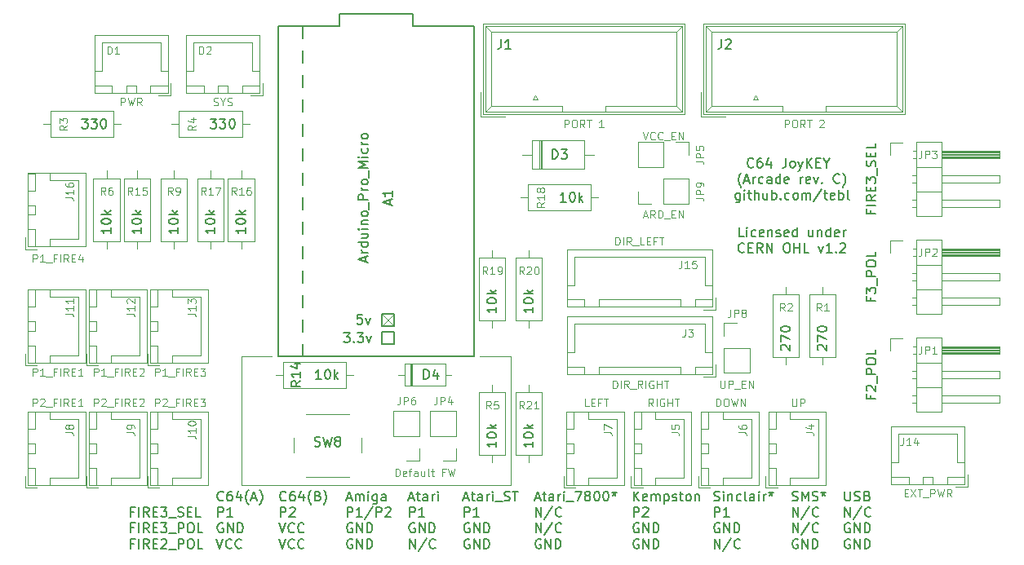
<source format=gto>
G04 #@! TF.GenerationSoftware,KiCad,Pcbnew,(5.1.8)-1*
G04 #@! TF.CreationDate,2022-04-27T22:35:12+02:00*
G04 #@! TF.ProjectId,C64 Arcade,43363420-4172-4636-9164-652e6b696361,rev?*
G04 #@! TF.SameCoordinates,Original*
G04 #@! TF.FileFunction,Legend,Top*
G04 #@! TF.FilePolarity,Positive*
%FSLAX46Y46*%
G04 Gerber Fmt 4.6, Leading zero omitted, Abs format (unit mm)*
G04 Created by KiCad (PCBNEW (5.1.8)-1) date 2022-04-27 22:35:12*
%MOMM*%
%LPD*%
G01*
G04 APERTURE LIST*
%ADD10C,0.120000*%
%ADD11C,0.100000*%
%ADD12C,0.150000*%
G04 APERTURE END LIST*
D10*
X167640000Y-117475000D02*
X164465000Y-117475000D01*
X189230000Y-117475000D02*
X192405000Y-117475000D01*
D11*
X180467380Y-129901904D02*
X180467380Y-129101904D01*
X180657857Y-129101904D01*
X180772142Y-129140000D01*
X180848333Y-129216190D01*
X180886428Y-129292380D01*
X180924523Y-129444761D01*
X180924523Y-129559047D01*
X180886428Y-129711428D01*
X180848333Y-129787619D01*
X180772142Y-129863809D01*
X180657857Y-129901904D01*
X180467380Y-129901904D01*
X181572142Y-129863809D02*
X181495952Y-129901904D01*
X181343571Y-129901904D01*
X181267380Y-129863809D01*
X181229285Y-129787619D01*
X181229285Y-129482857D01*
X181267380Y-129406666D01*
X181343571Y-129368571D01*
X181495952Y-129368571D01*
X181572142Y-129406666D01*
X181610238Y-129482857D01*
X181610238Y-129559047D01*
X181229285Y-129635238D01*
X181838809Y-129368571D02*
X182143571Y-129368571D01*
X181953095Y-129901904D02*
X181953095Y-129216190D01*
X181991190Y-129140000D01*
X182067380Y-129101904D01*
X182143571Y-129101904D01*
X182753095Y-129901904D02*
X182753095Y-129482857D01*
X182715000Y-129406666D01*
X182638809Y-129368571D01*
X182486428Y-129368571D01*
X182410238Y-129406666D01*
X182753095Y-129863809D02*
X182676904Y-129901904D01*
X182486428Y-129901904D01*
X182410238Y-129863809D01*
X182372142Y-129787619D01*
X182372142Y-129711428D01*
X182410238Y-129635238D01*
X182486428Y-129597142D01*
X182676904Y-129597142D01*
X182753095Y-129559047D01*
X183476904Y-129368571D02*
X183476904Y-129901904D01*
X183134047Y-129368571D02*
X183134047Y-129787619D01*
X183172142Y-129863809D01*
X183248333Y-129901904D01*
X183362619Y-129901904D01*
X183438809Y-129863809D01*
X183476904Y-129825714D01*
X183972142Y-129901904D02*
X183895952Y-129863809D01*
X183857857Y-129787619D01*
X183857857Y-129101904D01*
X184162619Y-129368571D02*
X184467380Y-129368571D01*
X184276904Y-129101904D02*
X184276904Y-129787619D01*
X184315000Y-129863809D01*
X184391190Y-129901904D01*
X184467380Y-129901904D01*
X185610238Y-129482857D02*
X185343571Y-129482857D01*
X185343571Y-129901904D02*
X185343571Y-129101904D01*
X185724523Y-129101904D01*
X185953095Y-129101904D02*
X186143571Y-129901904D01*
X186295952Y-129330476D01*
X186448333Y-129901904D01*
X186638809Y-129101904D01*
D12*
X169109118Y-132375142D02*
X169061499Y-132422761D01*
X168918642Y-132470380D01*
X168823404Y-132470380D01*
X168680547Y-132422761D01*
X168585309Y-132327523D01*
X168537690Y-132232285D01*
X168490071Y-132041809D01*
X168490071Y-131898952D01*
X168537690Y-131708476D01*
X168585309Y-131613238D01*
X168680547Y-131518000D01*
X168823404Y-131470380D01*
X168918642Y-131470380D01*
X169061499Y-131518000D01*
X169109118Y-131565619D01*
X169966261Y-131470380D02*
X169775785Y-131470380D01*
X169680547Y-131518000D01*
X169632928Y-131565619D01*
X169537690Y-131708476D01*
X169490071Y-131898952D01*
X169490071Y-132279904D01*
X169537690Y-132375142D01*
X169585309Y-132422761D01*
X169680547Y-132470380D01*
X169871023Y-132470380D01*
X169966261Y-132422761D01*
X170013880Y-132375142D01*
X170061499Y-132279904D01*
X170061499Y-132041809D01*
X170013880Y-131946571D01*
X169966261Y-131898952D01*
X169871023Y-131851333D01*
X169680547Y-131851333D01*
X169585309Y-131898952D01*
X169537690Y-131946571D01*
X169490071Y-132041809D01*
X170918642Y-131803714D02*
X170918642Y-132470380D01*
X170680547Y-131422761D02*
X170442452Y-132137047D01*
X171061499Y-132137047D01*
X171728166Y-132851333D02*
X171680547Y-132803714D01*
X171585309Y-132660857D01*
X171537690Y-132565619D01*
X171490071Y-132422761D01*
X171442452Y-132184666D01*
X171442452Y-131994190D01*
X171490071Y-131756095D01*
X171537690Y-131613238D01*
X171585309Y-131518000D01*
X171680547Y-131375142D01*
X171728166Y-131327523D01*
X172442452Y-131946571D02*
X172585309Y-131994190D01*
X172632928Y-132041809D01*
X172680547Y-132137047D01*
X172680547Y-132279904D01*
X172632928Y-132375142D01*
X172585309Y-132422761D01*
X172490071Y-132470380D01*
X172109118Y-132470380D01*
X172109118Y-131470380D01*
X172442452Y-131470380D01*
X172537690Y-131518000D01*
X172585309Y-131565619D01*
X172632928Y-131660857D01*
X172632928Y-131756095D01*
X172585309Y-131851333D01*
X172537690Y-131898952D01*
X172442452Y-131946571D01*
X172109118Y-131946571D01*
X173013880Y-132851333D02*
X173061499Y-132803714D01*
X173156737Y-132660857D01*
X173204356Y-132565619D01*
X173251975Y-132422761D01*
X173299595Y-132184666D01*
X173299595Y-131994190D01*
X173251975Y-131756095D01*
X173204356Y-131613238D01*
X173156737Y-131518000D01*
X173061499Y-131375142D01*
X173013880Y-131327523D01*
X168537690Y-134120380D02*
X168537690Y-133120380D01*
X168918642Y-133120380D01*
X169013880Y-133168000D01*
X169061499Y-133215619D01*
X169109118Y-133310857D01*
X169109118Y-133453714D01*
X169061499Y-133548952D01*
X169013880Y-133596571D01*
X168918642Y-133644190D01*
X168537690Y-133644190D01*
X169490071Y-133215619D02*
X169537690Y-133168000D01*
X169632928Y-133120380D01*
X169871023Y-133120380D01*
X169966261Y-133168000D01*
X170013880Y-133215619D01*
X170061499Y-133310857D01*
X170061499Y-133406095D01*
X170013880Y-133548952D01*
X169442452Y-134120380D01*
X170061499Y-134120380D01*
X168394833Y-134770380D02*
X168728166Y-135770380D01*
X169061499Y-134770380D01*
X169966261Y-135675142D02*
X169918642Y-135722761D01*
X169775785Y-135770380D01*
X169680547Y-135770380D01*
X169537690Y-135722761D01*
X169442452Y-135627523D01*
X169394833Y-135532285D01*
X169347214Y-135341809D01*
X169347214Y-135198952D01*
X169394833Y-135008476D01*
X169442452Y-134913238D01*
X169537690Y-134818000D01*
X169680547Y-134770380D01*
X169775785Y-134770380D01*
X169918642Y-134818000D01*
X169966261Y-134865619D01*
X170966261Y-135675142D02*
X170918642Y-135722761D01*
X170775785Y-135770380D01*
X170680547Y-135770380D01*
X170537690Y-135722761D01*
X170442452Y-135627523D01*
X170394833Y-135532285D01*
X170347214Y-135341809D01*
X170347214Y-135198952D01*
X170394833Y-135008476D01*
X170442452Y-134913238D01*
X170537690Y-134818000D01*
X170680547Y-134770380D01*
X170775785Y-134770380D01*
X170918642Y-134818000D01*
X170966261Y-134865619D01*
X168394833Y-136420380D02*
X168728166Y-137420380D01*
X169061499Y-136420380D01*
X169966261Y-137325142D02*
X169918642Y-137372761D01*
X169775785Y-137420380D01*
X169680547Y-137420380D01*
X169537690Y-137372761D01*
X169442452Y-137277523D01*
X169394833Y-137182285D01*
X169347214Y-136991809D01*
X169347214Y-136848952D01*
X169394833Y-136658476D01*
X169442452Y-136563238D01*
X169537690Y-136468000D01*
X169680547Y-136420380D01*
X169775785Y-136420380D01*
X169918642Y-136468000D01*
X169966261Y-136515619D01*
X170966261Y-137325142D02*
X170918642Y-137372761D01*
X170775785Y-137420380D01*
X170680547Y-137420380D01*
X170537690Y-137372761D01*
X170442452Y-137277523D01*
X170394833Y-137182285D01*
X170347214Y-136991809D01*
X170347214Y-136848952D01*
X170394833Y-136658476D01*
X170442452Y-136563238D01*
X170537690Y-136468000D01*
X170680547Y-136420380D01*
X170775785Y-136420380D01*
X170918642Y-136468000D01*
X170966261Y-136515619D01*
X213520976Y-132422761D02*
X213663833Y-132470380D01*
X213901928Y-132470380D01*
X213997166Y-132422761D01*
X214044785Y-132375142D01*
X214092404Y-132279904D01*
X214092404Y-132184666D01*
X214044785Y-132089428D01*
X213997166Y-132041809D01*
X213901928Y-131994190D01*
X213711452Y-131946571D01*
X213616214Y-131898952D01*
X213568595Y-131851333D01*
X213520976Y-131756095D01*
X213520976Y-131660857D01*
X213568595Y-131565619D01*
X213616214Y-131518000D01*
X213711452Y-131470380D01*
X213949547Y-131470380D01*
X214092404Y-131518000D01*
X214520976Y-132470380D02*
X214520976Y-131803714D01*
X214520976Y-131470380D02*
X214473357Y-131518000D01*
X214520976Y-131565619D01*
X214568595Y-131518000D01*
X214520976Y-131470380D01*
X214520976Y-131565619D01*
X214997166Y-131803714D02*
X214997166Y-132470380D01*
X214997166Y-131898952D02*
X215044785Y-131851333D01*
X215140023Y-131803714D01*
X215282880Y-131803714D01*
X215378119Y-131851333D01*
X215425738Y-131946571D01*
X215425738Y-132470380D01*
X216330500Y-132422761D02*
X216235261Y-132470380D01*
X216044785Y-132470380D01*
X215949547Y-132422761D01*
X215901928Y-132375142D01*
X215854309Y-132279904D01*
X215854309Y-131994190D01*
X215901928Y-131898952D01*
X215949547Y-131851333D01*
X216044785Y-131803714D01*
X216235261Y-131803714D01*
X216330500Y-131851333D01*
X216901928Y-132470380D02*
X216806690Y-132422761D01*
X216759071Y-132327523D01*
X216759071Y-131470380D01*
X217711452Y-132470380D02*
X217711452Y-131946571D01*
X217663833Y-131851333D01*
X217568595Y-131803714D01*
X217378119Y-131803714D01*
X217282880Y-131851333D01*
X217711452Y-132422761D02*
X217616214Y-132470380D01*
X217378119Y-132470380D01*
X217282880Y-132422761D01*
X217235261Y-132327523D01*
X217235261Y-132232285D01*
X217282880Y-132137047D01*
X217378119Y-132089428D01*
X217616214Y-132089428D01*
X217711452Y-132041809D01*
X218187642Y-132470380D02*
X218187642Y-131803714D01*
X218187642Y-131470380D02*
X218140023Y-131518000D01*
X218187642Y-131565619D01*
X218235261Y-131518000D01*
X218187642Y-131470380D01*
X218187642Y-131565619D01*
X218663833Y-132470380D02*
X218663833Y-131803714D01*
X218663833Y-131994190D02*
X218711452Y-131898952D01*
X218759071Y-131851333D01*
X218854309Y-131803714D01*
X218949547Y-131803714D01*
X219425738Y-131470380D02*
X219425738Y-131708476D01*
X219187642Y-131613238D02*
X219425738Y-131708476D01*
X219663833Y-131613238D01*
X219282880Y-131898952D02*
X219425738Y-131708476D01*
X219568595Y-131898952D01*
X213568595Y-134120380D02*
X213568595Y-133120380D01*
X213949547Y-133120380D01*
X214044785Y-133168000D01*
X214092404Y-133215619D01*
X214140023Y-133310857D01*
X214140023Y-133453714D01*
X214092404Y-133548952D01*
X214044785Y-133596571D01*
X213949547Y-133644190D01*
X213568595Y-133644190D01*
X215092404Y-134120380D02*
X214520976Y-134120380D01*
X214806690Y-134120380D02*
X214806690Y-133120380D01*
X214711452Y-133263238D01*
X214616214Y-133358476D01*
X214520976Y-133406095D01*
X214092404Y-134818000D02*
X213997166Y-134770380D01*
X213854309Y-134770380D01*
X213711452Y-134818000D01*
X213616214Y-134913238D01*
X213568595Y-135008476D01*
X213520976Y-135198952D01*
X213520976Y-135341809D01*
X213568595Y-135532285D01*
X213616214Y-135627523D01*
X213711452Y-135722761D01*
X213854309Y-135770380D01*
X213949547Y-135770380D01*
X214092404Y-135722761D01*
X214140023Y-135675142D01*
X214140023Y-135341809D01*
X213949547Y-135341809D01*
X214568595Y-135770380D02*
X214568595Y-134770380D01*
X215140023Y-135770380D01*
X215140023Y-134770380D01*
X215616214Y-135770380D02*
X215616214Y-134770380D01*
X215854309Y-134770380D01*
X215997166Y-134818000D01*
X216092404Y-134913238D01*
X216140023Y-135008476D01*
X216187642Y-135198952D01*
X216187642Y-135341809D01*
X216140023Y-135532285D01*
X216092404Y-135627523D01*
X215997166Y-135722761D01*
X215854309Y-135770380D01*
X215616214Y-135770380D01*
X213568595Y-137420380D02*
X213568595Y-136420380D01*
X214140023Y-137420380D01*
X214140023Y-136420380D01*
X215330500Y-136372761D02*
X214473357Y-137658476D01*
X216235261Y-137325142D02*
X216187642Y-137372761D01*
X216044785Y-137420380D01*
X215949547Y-137420380D01*
X215806690Y-137372761D01*
X215711452Y-137277523D01*
X215663833Y-137182285D01*
X215616214Y-136991809D01*
X215616214Y-136848952D01*
X215663833Y-136658476D01*
X215711452Y-136563238D01*
X215806690Y-136468000D01*
X215949547Y-136420380D01*
X216044785Y-136420380D01*
X216187642Y-136468000D01*
X216235261Y-136515619D01*
X216615000Y-105037380D02*
X216138809Y-105037380D01*
X216138809Y-104037380D01*
X216948333Y-105037380D02*
X216948333Y-104370714D01*
X216948333Y-104037380D02*
X216900714Y-104085000D01*
X216948333Y-104132619D01*
X216995952Y-104085000D01*
X216948333Y-104037380D01*
X216948333Y-104132619D01*
X217853095Y-104989761D02*
X217757857Y-105037380D01*
X217567380Y-105037380D01*
X217472142Y-104989761D01*
X217424523Y-104942142D01*
X217376904Y-104846904D01*
X217376904Y-104561190D01*
X217424523Y-104465952D01*
X217472142Y-104418333D01*
X217567380Y-104370714D01*
X217757857Y-104370714D01*
X217853095Y-104418333D01*
X218662619Y-104989761D02*
X218567380Y-105037380D01*
X218376904Y-105037380D01*
X218281666Y-104989761D01*
X218234047Y-104894523D01*
X218234047Y-104513571D01*
X218281666Y-104418333D01*
X218376904Y-104370714D01*
X218567380Y-104370714D01*
X218662619Y-104418333D01*
X218710238Y-104513571D01*
X218710238Y-104608809D01*
X218234047Y-104704047D01*
X219138809Y-104370714D02*
X219138809Y-105037380D01*
X219138809Y-104465952D02*
X219186428Y-104418333D01*
X219281666Y-104370714D01*
X219424523Y-104370714D01*
X219519761Y-104418333D01*
X219567380Y-104513571D01*
X219567380Y-105037380D01*
X219995952Y-104989761D02*
X220091190Y-105037380D01*
X220281666Y-105037380D01*
X220376904Y-104989761D01*
X220424523Y-104894523D01*
X220424523Y-104846904D01*
X220376904Y-104751666D01*
X220281666Y-104704047D01*
X220138809Y-104704047D01*
X220043571Y-104656428D01*
X219995952Y-104561190D01*
X219995952Y-104513571D01*
X220043571Y-104418333D01*
X220138809Y-104370714D01*
X220281666Y-104370714D01*
X220376904Y-104418333D01*
X221234047Y-104989761D02*
X221138809Y-105037380D01*
X220948333Y-105037380D01*
X220853095Y-104989761D01*
X220805476Y-104894523D01*
X220805476Y-104513571D01*
X220853095Y-104418333D01*
X220948333Y-104370714D01*
X221138809Y-104370714D01*
X221234047Y-104418333D01*
X221281666Y-104513571D01*
X221281666Y-104608809D01*
X220805476Y-104704047D01*
X222138809Y-105037380D02*
X222138809Y-104037380D01*
X222138809Y-104989761D02*
X222043571Y-105037380D01*
X221853095Y-105037380D01*
X221757857Y-104989761D01*
X221710238Y-104942142D01*
X221662619Y-104846904D01*
X221662619Y-104561190D01*
X221710238Y-104465952D01*
X221757857Y-104418333D01*
X221853095Y-104370714D01*
X222043571Y-104370714D01*
X222138809Y-104418333D01*
X223805476Y-104370714D02*
X223805476Y-105037380D01*
X223376904Y-104370714D02*
X223376904Y-104894523D01*
X223424523Y-104989761D01*
X223519761Y-105037380D01*
X223662619Y-105037380D01*
X223757857Y-104989761D01*
X223805476Y-104942142D01*
X224281666Y-104370714D02*
X224281666Y-105037380D01*
X224281666Y-104465952D02*
X224329285Y-104418333D01*
X224424523Y-104370714D01*
X224567380Y-104370714D01*
X224662619Y-104418333D01*
X224710238Y-104513571D01*
X224710238Y-105037380D01*
X225615000Y-105037380D02*
X225615000Y-104037380D01*
X225615000Y-104989761D02*
X225519761Y-105037380D01*
X225329285Y-105037380D01*
X225234047Y-104989761D01*
X225186428Y-104942142D01*
X225138809Y-104846904D01*
X225138809Y-104561190D01*
X225186428Y-104465952D01*
X225234047Y-104418333D01*
X225329285Y-104370714D01*
X225519761Y-104370714D01*
X225615000Y-104418333D01*
X226472142Y-104989761D02*
X226376904Y-105037380D01*
X226186428Y-105037380D01*
X226091190Y-104989761D01*
X226043571Y-104894523D01*
X226043571Y-104513571D01*
X226091190Y-104418333D01*
X226186428Y-104370714D01*
X226376904Y-104370714D01*
X226472142Y-104418333D01*
X226519761Y-104513571D01*
X226519761Y-104608809D01*
X226043571Y-104704047D01*
X226948333Y-105037380D02*
X226948333Y-104370714D01*
X226948333Y-104561190D02*
X226995952Y-104465952D01*
X227043571Y-104418333D01*
X227138809Y-104370714D01*
X227234047Y-104370714D01*
X216662619Y-106592142D02*
X216615000Y-106639761D01*
X216472142Y-106687380D01*
X216376904Y-106687380D01*
X216234047Y-106639761D01*
X216138809Y-106544523D01*
X216091190Y-106449285D01*
X216043571Y-106258809D01*
X216043571Y-106115952D01*
X216091190Y-105925476D01*
X216138809Y-105830238D01*
X216234047Y-105735000D01*
X216376904Y-105687380D01*
X216472142Y-105687380D01*
X216615000Y-105735000D01*
X216662619Y-105782619D01*
X217091190Y-106163571D02*
X217424523Y-106163571D01*
X217567380Y-106687380D02*
X217091190Y-106687380D01*
X217091190Y-105687380D01*
X217567380Y-105687380D01*
X218567380Y-106687380D02*
X218234047Y-106211190D01*
X217995952Y-106687380D02*
X217995952Y-105687380D01*
X218376904Y-105687380D01*
X218472142Y-105735000D01*
X218519761Y-105782619D01*
X218567380Y-105877857D01*
X218567380Y-106020714D01*
X218519761Y-106115952D01*
X218472142Y-106163571D01*
X218376904Y-106211190D01*
X217995952Y-106211190D01*
X218995952Y-106687380D02*
X218995952Y-105687380D01*
X219567380Y-106687380D01*
X219567380Y-105687380D01*
X220995952Y-105687380D02*
X221186428Y-105687380D01*
X221281666Y-105735000D01*
X221376904Y-105830238D01*
X221424523Y-106020714D01*
X221424523Y-106354047D01*
X221376904Y-106544523D01*
X221281666Y-106639761D01*
X221186428Y-106687380D01*
X220995952Y-106687380D01*
X220900714Y-106639761D01*
X220805476Y-106544523D01*
X220757857Y-106354047D01*
X220757857Y-106020714D01*
X220805476Y-105830238D01*
X220900714Y-105735000D01*
X220995952Y-105687380D01*
X221853095Y-106687380D02*
X221853095Y-105687380D01*
X221853095Y-106163571D02*
X222424523Y-106163571D01*
X222424523Y-106687380D02*
X222424523Y-105687380D01*
X223376904Y-106687380D02*
X222900714Y-106687380D01*
X222900714Y-105687380D01*
X224376904Y-106020714D02*
X224615000Y-106687380D01*
X224853095Y-106020714D01*
X225757857Y-106687380D02*
X225186428Y-106687380D01*
X225472142Y-106687380D02*
X225472142Y-105687380D01*
X225376904Y-105830238D01*
X225281666Y-105925476D01*
X225186428Y-105973095D01*
X226186428Y-106592142D02*
X226234047Y-106639761D01*
X226186428Y-106687380D01*
X226138809Y-106639761D01*
X226186428Y-106592142D01*
X226186428Y-106687380D01*
X226614999Y-105782619D02*
X226662619Y-105735000D01*
X226757857Y-105687380D01*
X226995952Y-105687380D01*
X227091190Y-105735000D01*
X227138809Y-105782619D01*
X227186428Y-105877857D01*
X227186428Y-105973095D01*
X227138809Y-106115952D01*
X226567380Y-106687380D01*
X227186428Y-106687380D01*
X221648976Y-132422761D02*
X221791833Y-132470380D01*
X222029928Y-132470380D01*
X222125166Y-132422761D01*
X222172785Y-132375142D01*
X222220404Y-132279904D01*
X222220404Y-132184666D01*
X222172785Y-132089428D01*
X222125166Y-132041809D01*
X222029928Y-131994190D01*
X221839452Y-131946571D01*
X221744214Y-131898952D01*
X221696595Y-131851333D01*
X221648976Y-131756095D01*
X221648976Y-131660857D01*
X221696595Y-131565619D01*
X221744214Y-131518000D01*
X221839452Y-131470380D01*
X222077547Y-131470380D01*
X222220404Y-131518000D01*
X222648976Y-132470380D02*
X222648976Y-131470380D01*
X222982309Y-132184666D01*
X223315642Y-131470380D01*
X223315642Y-132470380D01*
X223744214Y-132422761D02*
X223887071Y-132470380D01*
X224125166Y-132470380D01*
X224220404Y-132422761D01*
X224268023Y-132375142D01*
X224315642Y-132279904D01*
X224315642Y-132184666D01*
X224268023Y-132089428D01*
X224220404Y-132041809D01*
X224125166Y-131994190D01*
X223934690Y-131946571D01*
X223839452Y-131898952D01*
X223791833Y-131851333D01*
X223744214Y-131756095D01*
X223744214Y-131660857D01*
X223791833Y-131565619D01*
X223839452Y-131518000D01*
X223934690Y-131470380D01*
X224172785Y-131470380D01*
X224315642Y-131518000D01*
X224887071Y-131470380D02*
X224887071Y-131708476D01*
X224648976Y-131613238D02*
X224887071Y-131708476D01*
X225125166Y-131613238D01*
X224744214Y-131898952D02*
X224887071Y-131708476D01*
X225029928Y-131898952D01*
X221696595Y-134120380D02*
X221696595Y-133120380D01*
X222268023Y-134120380D01*
X222268023Y-133120380D01*
X223458500Y-133072761D02*
X222601357Y-134358476D01*
X224363261Y-134025142D02*
X224315642Y-134072761D01*
X224172785Y-134120380D01*
X224077547Y-134120380D01*
X223934690Y-134072761D01*
X223839452Y-133977523D01*
X223791833Y-133882285D01*
X223744214Y-133691809D01*
X223744214Y-133548952D01*
X223791833Y-133358476D01*
X223839452Y-133263238D01*
X223934690Y-133168000D01*
X224077547Y-133120380D01*
X224172785Y-133120380D01*
X224315642Y-133168000D01*
X224363261Y-133215619D01*
X221696595Y-135770380D02*
X221696595Y-134770380D01*
X222268023Y-135770380D01*
X222268023Y-134770380D01*
X223458500Y-134722761D02*
X222601357Y-136008476D01*
X224363261Y-135675142D02*
X224315642Y-135722761D01*
X224172785Y-135770380D01*
X224077547Y-135770380D01*
X223934690Y-135722761D01*
X223839452Y-135627523D01*
X223791833Y-135532285D01*
X223744214Y-135341809D01*
X223744214Y-135198952D01*
X223791833Y-135008476D01*
X223839452Y-134913238D01*
X223934690Y-134818000D01*
X224077547Y-134770380D01*
X224172785Y-134770380D01*
X224315642Y-134818000D01*
X224363261Y-134865619D01*
X222220404Y-136468000D02*
X222125166Y-136420380D01*
X221982309Y-136420380D01*
X221839452Y-136468000D01*
X221744214Y-136563238D01*
X221696595Y-136658476D01*
X221648976Y-136848952D01*
X221648976Y-136991809D01*
X221696595Y-137182285D01*
X221744214Y-137277523D01*
X221839452Y-137372761D01*
X221982309Y-137420380D01*
X222077547Y-137420380D01*
X222220404Y-137372761D01*
X222268023Y-137325142D01*
X222268023Y-136991809D01*
X222077547Y-136991809D01*
X222696595Y-137420380D02*
X222696595Y-136420380D01*
X223268023Y-137420380D01*
X223268023Y-136420380D01*
X223744214Y-137420380D02*
X223744214Y-136420380D01*
X223982309Y-136420380D01*
X224125166Y-136468000D01*
X224220404Y-136563238D01*
X224268023Y-136658476D01*
X224315642Y-136848952D01*
X224315642Y-136991809D01*
X224268023Y-137182285D01*
X224220404Y-137277523D01*
X224125166Y-137372761D01*
X223982309Y-137420380D01*
X223744214Y-137420380D01*
X227100833Y-131470380D02*
X227100833Y-132279904D01*
X227148452Y-132375142D01*
X227196071Y-132422761D01*
X227291309Y-132470380D01*
X227481785Y-132470380D01*
X227577023Y-132422761D01*
X227624642Y-132375142D01*
X227672261Y-132279904D01*
X227672261Y-131470380D01*
X228100833Y-132422761D02*
X228243690Y-132470380D01*
X228481785Y-132470380D01*
X228577023Y-132422761D01*
X228624642Y-132375142D01*
X228672261Y-132279904D01*
X228672261Y-132184666D01*
X228624642Y-132089428D01*
X228577023Y-132041809D01*
X228481785Y-131994190D01*
X228291309Y-131946571D01*
X228196071Y-131898952D01*
X228148452Y-131851333D01*
X228100833Y-131756095D01*
X228100833Y-131660857D01*
X228148452Y-131565619D01*
X228196071Y-131518000D01*
X228291309Y-131470380D01*
X228529404Y-131470380D01*
X228672261Y-131518000D01*
X229434166Y-131946571D02*
X229577023Y-131994190D01*
X229624642Y-132041809D01*
X229672261Y-132137047D01*
X229672261Y-132279904D01*
X229624642Y-132375142D01*
X229577023Y-132422761D01*
X229481785Y-132470380D01*
X229100833Y-132470380D01*
X229100833Y-131470380D01*
X229434166Y-131470380D01*
X229529404Y-131518000D01*
X229577023Y-131565619D01*
X229624642Y-131660857D01*
X229624642Y-131756095D01*
X229577023Y-131851333D01*
X229529404Y-131898952D01*
X229434166Y-131946571D01*
X229100833Y-131946571D01*
X227100833Y-134120380D02*
X227100833Y-133120380D01*
X227672261Y-134120380D01*
X227672261Y-133120380D01*
X228862738Y-133072761D02*
X228005595Y-134358476D01*
X229767499Y-134025142D02*
X229719880Y-134072761D01*
X229577023Y-134120380D01*
X229481785Y-134120380D01*
X229338928Y-134072761D01*
X229243690Y-133977523D01*
X229196071Y-133882285D01*
X229148452Y-133691809D01*
X229148452Y-133548952D01*
X229196071Y-133358476D01*
X229243690Y-133263238D01*
X229338928Y-133168000D01*
X229481785Y-133120380D01*
X229577023Y-133120380D01*
X229719880Y-133168000D01*
X229767499Y-133215619D01*
X227624642Y-134818000D02*
X227529404Y-134770380D01*
X227386547Y-134770380D01*
X227243690Y-134818000D01*
X227148452Y-134913238D01*
X227100833Y-135008476D01*
X227053214Y-135198952D01*
X227053214Y-135341809D01*
X227100833Y-135532285D01*
X227148452Y-135627523D01*
X227243690Y-135722761D01*
X227386547Y-135770380D01*
X227481785Y-135770380D01*
X227624642Y-135722761D01*
X227672261Y-135675142D01*
X227672261Y-135341809D01*
X227481785Y-135341809D01*
X228100833Y-135770380D02*
X228100833Y-134770380D01*
X228672261Y-135770380D01*
X228672261Y-134770380D01*
X229148452Y-135770380D02*
X229148452Y-134770380D01*
X229386547Y-134770380D01*
X229529404Y-134818000D01*
X229624642Y-134913238D01*
X229672261Y-135008476D01*
X229719880Y-135198952D01*
X229719880Y-135341809D01*
X229672261Y-135532285D01*
X229624642Y-135627523D01*
X229529404Y-135722761D01*
X229386547Y-135770380D01*
X229148452Y-135770380D01*
X227624642Y-136468000D02*
X227529404Y-136420380D01*
X227386547Y-136420380D01*
X227243690Y-136468000D01*
X227148452Y-136563238D01*
X227100833Y-136658476D01*
X227053214Y-136848952D01*
X227053214Y-136991809D01*
X227100833Y-137182285D01*
X227148452Y-137277523D01*
X227243690Y-137372761D01*
X227386547Y-137420380D01*
X227481785Y-137420380D01*
X227624642Y-137372761D01*
X227672261Y-137325142D01*
X227672261Y-136991809D01*
X227481785Y-136991809D01*
X228100833Y-137420380D02*
X228100833Y-136420380D01*
X228672261Y-137420380D01*
X228672261Y-136420380D01*
X229148452Y-137420380D02*
X229148452Y-136420380D01*
X229386547Y-136420380D01*
X229529404Y-136468000D01*
X229624642Y-136563238D01*
X229672261Y-136658476D01*
X229719880Y-136848952D01*
X229719880Y-136991809D01*
X229672261Y-137182285D01*
X229624642Y-137277523D01*
X229529404Y-137372761D01*
X229386547Y-137420380D01*
X229148452Y-137420380D01*
X205186595Y-132470380D02*
X205186595Y-131470380D01*
X205758023Y-132470380D02*
X205329452Y-131898952D01*
X205758023Y-131470380D02*
X205186595Y-132041809D01*
X206567547Y-132422761D02*
X206472309Y-132470380D01*
X206281833Y-132470380D01*
X206186595Y-132422761D01*
X206138976Y-132327523D01*
X206138976Y-131946571D01*
X206186595Y-131851333D01*
X206281833Y-131803714D01*
X206472309Y-131803714D01*
X206567547Y-131851333D01*
X206615166Y-131946571D01*
X206615166Y-132041809D01*
X206138976Y-132137047D01*
X207043738Y-132470380D02*
X207043738Y-131803714D01*
X207043738Y-131898952D02*
X207091357Y-131851333D01*
X207186595Y-131803714D01*
X207329452Y-131803714D01*
X207424690Y-131851333D01*
X207472309Y-131946571D01*
X207472309Y-132470380D01*
X207472309Y-131946571D02*
X207519928Y-131851333D01*
X207615166Y-131803714D01*
X207758023Y-131803714D01*
X207853261Y-131851333D01*
X207900880Y-131946571D01*
X207900880Y-132470380D01*
X208377071Y-131803714D02*
X208377071Y-132803714D01*
X208377071Y-131851333D02*
X208472309Y-131803714D01*
X208662785Y-131803714D01*
X208758023Y-131851333D01*
X208805642Y-131898952D01*
X208853261Y-131994190D01*
X208853261Y-132279904D01*
X208805642Y-132375142D01*
X208758023Y-132422761D01*
X208662785Y-132470380D01*
X208472309Y-132470380D01*
X208377071Y-132422761D01*
X209234214Y-132422761D02*
X209329452Y-132470380D01*
X209519928Y-132470380D01*
X209615166Y-132422761D01*
X209662785Y-132327523D01*
X209662785Y-132279904D01*
X209615166Y-132184666D01*
X209519928Y-132137047D01*
X209377071Y-132137047D01*
X209281833Y-132089428D01*
X209234214Y-131994190D01*
X209234214Y-131946571D01*
X209281833Y-131851333D01*
X209377071Y-131803714D01*
X209519928Y-131803714D01*
X209615166Y-131851333D01*
X209948500Y-131803714D02*
X210329452Y-131803714D01*
X210091357Y-131470380D02*
X210091357Y-132327523D01*
X210138976Y-132422761D01*
X210234214Y-132470380D01*
X210329452Y-132470380D01*
X210805642Y-132470380D02*
X210710404Y-132422761D01*
X210662785Y-132375142D01*
X210615166Y-132279904D01*
X210615166Y-131994190D01*
X210662785Y-131898952D01*
X210710404Y-131851333D01*
X210805642Y-131803714D01*
X210948500Y-131803714D01*
X211043738Y-131851333D01*
X211091357Y-131898952D01*
X211138976Y-131994190D01*
X211138976Y-132279904D01*
X211091357Y-132375142D01*
X211043738Y-132422761D01*
X210948500Y-132470380D01*
X210805642Y-132470380D01*
X211567547Y-131803714D02*
X211567547Y-132470380D01*
X211567547Y-131898952D02*
X211615166Y-131851333D01*
X211710404Y-131803714D01*
X211853261Y-131803714D01*
X211948500Y-131851333D01*
X211996119Y-131946571D01*
X211996119Y-132470380D01*
X205186595Y-134120380D02*
X205186595Y-133120380D01*
X205567547Y-133120380D01*
X205662785Y-133168000D01*
X205710404Y-133215619D01*
X205758023Y-133310857D01*
X205758023Y-133453714D01*
X205710404Y-133548952D01*
X205662785Y-133596571D01*
X205567547Y-133644190D01*
X205186595Y-133644190D01*
X206138976Y-133215619D02*
X206186595Y-133168000D01*
X206281833Y-133120380D01*
X206519928Y-133120380D01*
X206615166Y-133168000D01*
X206662785Y-133215619D01*
X206710404Y-133310857D01*
X206710404Y-133406095D01*
X206662785Y-133548952D01*
X206091357Y-134120380D01*
X206710404Y-134120380D01*
X205710404Y-134818000D02*
X205615166Y-134770380D01*
X205472309Y-134770380D01*
X205329452Y-134818000D01*
X205234214Y-134913238D01*
X205186595Y-135008476D01*
X205138976Y-135198952D01*
X205138976Y-135341809D01*
X205186595Y-135532285D01*
X205234214Y-135627523D01*
X205329452Y-135722761D01*
X205472309Y-135770380D01*
X205567547Y-135770380D01*
X205710404Y-135722761D01*
X205758023Y-135675142D01*
X205758023Y-135341809D01*
X205567547Y-135341809D01*
X206186595Y-135770380D02*
X206186595Y-134770380D01*
X206758023Y-135770380D01*
X206758023Y-134770380D01*
X207234214Y-135770380D02*
X207234214Y-134770380D01*
X207472309Y-134770380D01*
X207615166Y-134818000D01*
X207710404Y-134913238D01*
X207758023Y-135008476D01*
X207805642Y-135198952D01*
X207805642Y-135341809D01*
X207758023Y-135532285D01*
X207710404Y-135627523D01*
X207615166Y-135722761D01*
X207472309Y-135770380D01*
X207234214Y-135770380D01*
X205710404Y-136468000D02*
X205615166Y-136420380D01*
X205472309Y-136420380D01*
X205329452Y-136468000D01*
X205234214Y-136563238D01*
X205186595Y-136658476D01*
X205138976Y-136848952D01*
X205138976Y-136991809D01*
X205186595Y-137182285D01*
X205234214Y-137277523D01*
X205329452Y-137372761D01*
X205472309Y-137420380D01*
X205567547Y-137420380D01*
X205710404Y-137372761D01*
X205758023Y-137325142D01*
X205758023Y-136991809D01*
X205567547Y-136991809D01*
X206186595Y-137420380D02*
X206186595Y-136420380D01*
X206758023Y-137420380D01*
X206758023Y-136420380D01*
X207234214Y-137420380D02*
X207234214Y-136420380D01*
X207472309Y-136420380D01*
X207615166Y-136468000D01*
X207710404Y-136563238D01*
X207758023Y-136658476D01*
X207805642Y-136848952D01*
X207805642Y-136991809D01*
X207758023Y-137182285D01*
X207710404Y-137277523D01*
X207615166Y-137372761D01*
X207472309Y-137420380D01*
X207234214Y-137420380D01*
X194978976Y-132184666D02*
X195455166Y-132184666D01*
X194883738Y-132470380D02*
X195217071Y-131470380D01*
X195550404Y-132470380D01*
X195740880Y-131803714D02*
X196121833Y-131803714D01*
X195883738Y-131470380D02*
X195883738Y-132327523D01*
X195931357Y-132422761D01*
X196026595Y-132470380D01*
X196121833Y-132470380D01*
X196883738Y-132470380D02*
X196883738Y-131946571D01*
X196836119Y-131851333D01*
X196740880Y-131803714D01*
X196550404Y-131803714D01*
X196455166Y-131851333D01*
X196883738Y-132422761D02*
X196788500Y-132470380D01*
X196550404Y-132470380D01*
X196455166Y-132422761D01*
X196407547Y-132327523D01*
X196407547Y-132232285D01*
X196455166Y-132137047D01*
X196550404Y-132089428D01*
X196788500Y-132089428D01*
X196883738Y-132041809D01*
X197359928Y-132470380D02*
X197359928Y-131803714D01*
X197359928Y-131994190D02*
X197407547Y-131898952D01*
X197455166Y-131851333D01*
X197550404Y-131803714D01*
X197645642Y-131803714D01*
X197978976Y-132470380D02*
X197978976Y-131803714D01*
X197978976Y-131470380D02*
X197931357Y-131518000D01*
X197978976Y-131565619D01*
X198026595Y-131518000D01*
X197978976Y-131470380D01*
X197978976Y-131565619D01*
X198217071Y-132565619D02*
X198978976Y-132565619D01*
X199121833Y-131470380D02*
X199788500Y-131470380D01*
X199359928Y-132470380D01*
X200312309Y-131898952D02*
X200217071Y-131851333D01*
X200169452Y-131803714D01*
X200121833Y-131708476D01*
X200121833Y-131660857D01*
X200169452Y-131565619D01*
X200217071Y-131518000D01*
X200312309Y-131470380D01*
X200502785Y-131470380D01*
X200598023Y-131518000D01*
X200645642Y-131565619D01*
X200693261Y-131660857D01*
X200693261Y-131708476D01*
X200645642Y-131803714D01*
X200598023Y-131851333D01*
X200502785Y-131898952D01*
X200312309Y-131898952D01*
X200217071Y-131946571D01*
X200169452Y-131994190D01*
X200121833Y-132089428D01*
X200121833Y-132279904D01*
X200169452Y-132375142D01*
X200217071Y-132422761D01*
X200312309Y-132470380D01*
X200502785Y-132470380D01*
X200598023Y-132422761D01*
X200645642Y-132375142D01*
X200693261Y-132279904D01*
X200693261Y-132089428D01*
X200645642Y-131994190D01*
X200598023Y-131946571D01*
X200502785Y-131898952D01*
X201312309Y-131470380D02*
X201407547Y-131470380D01*
X201502785Y-131518000D01*
X201550404Y-131565619D01*
X201598023Y-131660857D01*
X201645642Y-131851333D01*
X201645642Y-132089428D01*
X201598023Y-132279904D01*
X201550404Y-132375142D01*
X201502785Y-132422761D01*
X201407547Y-132470380D01*
X201312309Y-132470380D01*
X201217071Y-132422761D01*
X201169452Y-132375142D01*
X201121833Y-132279904D01*
X201074214Y-132089428D01*
X201074214Y-131851333D01*
X201121833Y-131660857D01*
X201169452Y-131565619D01*
X201217071Y-131518000D01*
X201312309Y-131470380D01*
X202264690Y-131470380D02*
X202359928Y-131470380D01*
X202455166Y-131518000D01*
X202502785Y-131565619D01*
X202550404Y-131660857D01*
X202598023Y-131851333D01*
X202598023Y-132089428D01*
X202550404Y-132279904D01*
X202502785Y-132375142D01*
X202455166Y-132422761D01*
X202359928Y-132470380D01*
X202264690Y-132470380D01*
X202169452Y-132422761D01*
X202121833Y-132375142D01*
X202074214Y-132279904D01*
X202026595Y-132089428D01*
X202026595Y-131851333D01*
X202074214Y-131660857D01*
X202121833Y-131565619D01*
X202169452Y-131518000D01*
X202264690Y-131470380D01*
X203169452Y-131470380D02*
X203169452Y-131708476D01*
X202931357Y-131613238D02*
X203169452Y-131708476D01*
X203407547Y-131613238D01*
X203026595Y-131898952D02*
X203169452Y-131708476D01*
X203312309Y-131898952D01*
X195026595Y-134120380D02*
X195026595Y-133120380D01*
X195598023Y-134120380D01*
X195598023Y-133120380D01*
X196788500Y-133072761D02*
X195931357Y-134358476D01*
X197693261Y-134025142D02*
X197645642Y-134072761D01*
X197502785Y-134120380D01*
X197407547Y-134120380D01*
X197264690Y-134072761D01*
X197169452Y-133977523D01*
X197121833Y-133882285D01*
X197074214Y-133691809D01*
X197074214Y-133548952D01*
X197121833Y-133358476D01*
X197169452Y-133263238D01*
X197264690Y-133168000D01*
X197407547Y-133120380D01*
X197502785Y-133120380D01*
X197645642Y-133168000D01*
X197693261Y-133215619D01*
X195026595Y-135770380D02*
X195026595Y-134770380D01*
X195598023Y-135770380D01*
X195598023Y-134770380D01*
X196788500Y-134722761D02*
X195931357Y-136008476D01*
X197693261Y-135675142D02*
X197645642Y-135722761D01*
X197502785Y-135770380D01*
X197407547Y-135770380D01*
X197264690Y-135722761D01*
X197169452Y-135627523D01*
X197121833Y-135532285D01*
X197074214Y-135341809D01*
X197074214Y-135198952D01*
X197121833Y-135008476D01*
X197169452Y-134913238D01*
X197264690Y-134818000D01*
X197407547Y-134770380D01*
X197502785Y-134770380D01*
X197645642Y-134818000D01*
X197693261Y-134865619D01*
X195550404Y-136468000D02*
X195455166Y-136420380D01*
X195312309Y-136420380D01*
X195169452Y-136468000D01*
X195074214Y-136563238D01*
X195026595Y-136658476D01*
X194978976Y-136848952D01*
X194978976Y-136991809D01*
X195026595Y-137182285D01*
X195074214Y-137277523D01*
X195169452Y-137372761D01*
X195312309Y-137420380D01*
X195407547Y-137420380D01*
X195550404Y-137372761D01*
X195598023Y-137325142D01*
X195598023Y-136991809D01*
X195407547Y-136991809D01*
X196026595Y-137420380D02*
X196026595Y-136420380D01*
X196598023Y-137420380D01*
X196598023Y-136420380D01*
X197074214Y-137420380D02*
X197074214Y-136420380D01*
X197312309Y-136420380D01*
X197455166Y-136468000D01*
X197550404Y-136563238D01*
X197598023Y-136658476D01*
X197645642Y-136848952D01*
X197645642Y-136991809D01*
X197598023Y-137182285D01*
X197550404Y-137277523D01*
X197455166Y-137372761D01*
X197312309Y-137420380D01*
X197074214Y-137420380D01*
X187571738Y-132184666D02*
X188047928Y-132184666D01*
X187476500Y-132470380D02*
X187809833Y-131470380D01*
X188143166Y-132470380D01*
X188333642Y-131803714D02*
X188714595Y-131803714D01*
X188476500Y-131470380D02*
X188476500Y-132327523D01*
X188524119Y-132422761D01*
X188619357Y-132470380D01*
X188714595Y-132470380D01*
X189476500Y-132470380D02*
X189476500Y-131946571D01*
X189428881Y-131851333D01*
X189333642Y-131803714D01*
X189143166Y-131803714D01*
X189047928Y-131851333D01*
X189476500Y-132422761D02*
X189381262Y-132470380D01*
X189143166Y-132470380D01*
X189047928Y-132422761D01*
X189000309Y-132327523D01*
X189000309Y-132232285D01*
X189047928Y-132137047D01*
X189143166Y-132089428D01*
X189381262Y-132089428D01*
X189476500Y-132041809D01*
X189952690Y-132470380D02*
X189952690Y-131803714D01*
X189952690Y-131994190D02*
X190000309Y-131898952D01*
X190047928Y-131851333D01*
X190143166Y-131803714D01*
X190238404Y-131803714D01*
X190571738Y-132470380D02*
X190571738Y-131803714D01*
X190571738Y-131470380D02*
X190524119Y-131518000D01*
X190571738Y-131565619D01*
X190619357Y-131518000D01*
X190571738Y-131470380D01*
X190571738Y-131565619D01*
X190809833Y-132565619D02*
X191571738Y-132565619D01*
X191762214Y-132422761D02*
X191905071Y-132470380D01*
X192143166Y-132470380D01*
X192238404Y-132422761D01*
X192286023Y-132375142D01*
X192333642Y-132279904D01*
X192333642Y-132184666D01*
X192286023Y-132089428D01*
X192238404Y-132041809D01*
X192143166Y-131994190D01*
X191952690Y-131946571D01*
X191857452Y-131898952D01*
X191809833Y-131851333D01*
X191762214Y-131756095D01*
X191762214Y-131660857D01*
X191809833Y-131565619D01*
X191857452Y-131518000D01*
X191952690Y-131470380D01*
X192190785Y-131470380D01*
X192333642Y-131518000D01*
X192619357Y-131470380D02*
X193190785Y-131470380D01*
X192905071Y-132470380D02*
X192905071Y-131470380D01*
X187619357Y-134120380D02*
X187619357Y-133120380D01*
X188000309Y-133120380D01*
X188095547Y-133168000D01*
X188143166Y-133215619D01*
X188190785Y-133310857D01*
X188190785Y-133453714D01*
X188143166Y-133548952D01*
X188095547Y-133596571D01*
X188000309Y-133644190D01*
X187619357Y-133644190D01*
X189143166Y-134120380D02*
X188571738Y-134120380D01*
X188857452Y-134120380D02*
X188857452Y-133120380D01*
X188762214Y-133263238D01*
X188666976Y-133358476D01*
X188571738Y-133406095D01*
X188143166Y-134818000D02*
X188047928Y-134770380D01*
X187905071Y-134770380D01*
X187762214Y-134818000D01*
X187666976Y-134913238D01*
X187619357Y-135008476D01*
X187571738Y-135198952D01*
X187571738Y-135341809D01*
X187619357Y-135532285D01*
X187666976Y-135627523D01*
X187762214Y-135722761D01*
X187905071Y-135770380D01*
X188000309Y-135770380D01*
X188143166Y-135722761D01*
X188190785Y-135675142D01*
X188190785Y-135341809D01*
X188000309Y-135341809D01*
X188619357Y-135770380D02*
X188619357Y-134770380D01*
X189190785Y-135770380D01*
X189190785Y-134770380D01*
X189666976Y-135770380D02*
X189666976Y-134770380D01*
X189905071Y-134770380D01*
X190047928Y-134818000D01*
X190143166Y-134913238D01*
X190190785Y-135008476D01*
X190238404Y-135198952D01*
X190238404Y-135341809D01*
X190190785Y-135532285D01*
X190143166Y-135627523D01*
X190047928Y-135722761D01*
X189905071Y-135770380D01*
X189666976Y-135770380D01*
X188143166Y-136468000D02*
X188047928Y-136420380D01*
X187905071Y-136420380D01*
X187762214Y-136468000D01*
X187666976Y-136563238D01*
X187619357Y-136658476D01*
X187571738Y-136848952D01*
X187571738Y-136991809D01*
X187619357Y-137182285D01*
X187666976Y-137277523D01*
X187762214Y-137372761D01*
X187905071Y-137420380D01*
X188000309Y-137420380D01*
X188143166Y-137372761D01*
X188190785Y-137325142D01*
X188190785Y-136991809D01*
X188000309Y-136991809D01*
X188619357Y-137420380D02*
X188619357Y-136420380D01*
X189190785Y-137420380D01*
X189190785Y-136420380D01*
X189666976Y-137420380D02*
X189666976Y-136420380D01*
X189905071Y-136420380D01*
X190047928Y-136468000D01*
X190143166Y-136563238D01*
X190190785Y-136658476D01*
X190238404Y-136848952D01*
X190238404Y-136991809D01*
X190190785Y-137182285D01*
X190143166Y-137277523D01*
X190047928Y-137372761D01*
X189905071Y-137420380D01*
X189666976Y-137420380D01*
X181897976Y-132184666D02*
X182374166Y-132184666D01*
X181802738Y-132470380D02*
X182136071Y-131470380D01*
X182469404Y-132470380D01*
X182659880Y-131803714D02*
X183040833Y-131803714D01*
X182802738Y-131470380D02*
X182802738Y-132327523D01*
X182850357Y-132422761D01*
X182945595Y-132470380D01*
X183040833Y-132470380D01*
X183802738Y-132470380D02*
X183802738Y-131946571D01*
X183755119Y-131851333D01*
X183659880Y-131803714D01*
X183469404Y-131803714D01*
X183374166Y-131851333D01*
X183802738Y-132422761D02*
X183707500Y-132470380D01*
X183469404Y-132470380D01*
X183374166Y-132422761D01*
X183326547Y-132327523D01*
X183326547Y-132232285D01*
X183374166Y-132137047D01*
X183469404Y-132089428D01*
X183707500Y-132089428D01*
X183802738Y-132041809D01*
X184278928Y-132470380D02*
X184278928Y-131803714D01*
X184278928Y-131994190D02*
X184326547Y-131898952D01*
X184374166Y-131851333D01*
X184469404Y-131803714D01*
X184564642Y-131803714D01*
X184897976Y-132470380D02*
X184897976Y-131803714D01*
X184897976Y-131470380D02*
X184850357Y-131518000D01*
X184897976Y-131565619D01*
X184945595Y-131518000D01*
X184897976Y-131470380D01*
X184897976Y-131565619D01*
X181945595Y-134120380D02*
X181945595Y-133120380D01*
X182326547Y-133120380D01*
X182421785Y-133168000D01*
X182469404Y-133215619D01*
X182517023Y-133310857D01*
X182517023Y-133453714D01*
X182469404Y-133548952D01*
X182421785Y-133596571D01*
X182326547Y-133644190D01*
X181945595Y-133644190D01*
X183469404Y-134120380D02*
X182897976Y-134120380D01*
X183183690Y-134120380D02*
X183183690Y-133120380D01*
X183088452Y-133263238D01*
X182993214Y-133358476D01*
X182897976Y-133406095D01*
X182469404Y-134818000D02*
X182374166Y-134770380D01*
X182231309Y-134770380D01*
X182088452Y-134818000D01*
X181993214Y-134913238D01*
X181945595Y-135008476D01*
X181897976Y-135198952D01*
X181897976Y-135341809D01*
X181945595Y-135532285D01*
X181993214Y-135627523D01*
X182088452Y-135722761D01*
X182231309Y-135770380D01*
X182326547Y-135770380D01*
X182469404Y-135722761D01*
X182517023Y-135675142D01*
X182517023Y-135341809D01*
X182326547Y-135341809D01*
X182945595Y-135770380D02*
X182945595Y-134770380D01*
X183517023Y-135770380D01*
X183517023Y-134770380D01*
X183993214Y-135770380D02*
X183993214Y-134770380D01*
X184231309Y-134770380D01*
X184374166Y-134818000D01*
X184469404Y-134913238D01*
X184517023Y-135008476D01*
X184564642Y-135198952D01*
X184564642Y-135341809D01*
X184517023Y-135532285D01*
X184469404Y-135627523D01*
X184374166Y-135722761D01*
X184231309Y-135770380D01*
X183993214Y-135770380D01*
X181945595Y-137420380D02*
X181945595Y-136420380D01*
X182517023Y-137420380D01*
X182517023Y-136420380D01*
X183707500Y-136372761D02*
X182850357Y-137658476D01*
X184612261Y-137325142D02*
X184564642Y-137372761D01*
X184421785Y-137420380D01*
X184326547Y-137420380D01*
X184183690Y-137372761D01*
X184088452Y-137277523D01*
X184040833Y-137182285D01*
X183993214Y-136991809D01*
X183993214Y-136848952D01*
X184040833Y-136658476D01*
X184088452Y-136563238D01*
X184183690Y-136468000D01*
X184326547Y-136420380D01*
X184421785Y-136420380D01*
X184564642Y-136468000D01*
X184612261Y-136515619D01*
X175420976Y-132184666D02*
X175897166Y-132184666D01*
X175325738Y-132470380D02*
X175659071Y-131470380D01*
X175992404Y-132470380D01*
X176325738Y-132470380D02*
X176325738Y-131803714D01*
X176325738Y-131898952D02*
X176373357Y-131851333D01*
X176468595Y-131803714D01*
X176611452Y-131803714D01*
X176706690Y-131851333D01*
X176754309Y-131946571D01*
X176754309Y-132470380D01*
X176754309Y-131946571D02*
X176801928Y-131851333D01*
X176897166Y-131803714D01*
X177040023Y-131803714D01*
X177135261Y-131851333D01*
X177182880Y-131946571D01*
X177182880Y-132470380D01*
X177659071Y-132470380D02*
X177659071Y-131803714D01*
X177659071Y-131470380D02*
X177611452Y-131518000D01*
X177659071Y-131565619D01*
X177706690Y-131518000D01*
X177659071Y-131470380D01*
X177659071Y-131565619D01*
X178563833Y-131803714D02*
X178563833Y-132613238D01*
X178516214Y-132708476D01*
X178468595Y-132756095D01*
X178373357Y-132803714D01*
X178230500Y-132803714D01*
X178135261Y-132756095D01*
X178563833Y-132422761D02*
X178468595Y-132470380D01*
X178278119Y-132470380D01*
X178182880Y-132422761D01*
X178135261Y-132375142D01*
X178087642Y-132279904D01*
X178087642Y-131994190D01*
X178135261Y-131898952D01*
X178182880Y-131851333D01*
X178278119Y-131803714D01*
X178468595Y-131803714D01*
X178563833Y-131851333D01*
X179468595Y-132470380D02*
X179468595Y-131946571D01*
X179420976Y-131851333D01*
X179325738Y-131803714D01*
X179135261Y-131803714D01*
X179040023Y-131851333D01*
X179468595Y-132422761D02*
X179373357Y-132470380D01*
X179135261Y-132470380D01*
X179040023Y-132422761D01*
X178992404Y-132327523D01*
X178992404Y-132232285D01*
X179040023Y-132137047D01*
X179135261Y-132089428D01*
X179373357Y-132089428D01*
X179468595Y-132041809D01*
X175468595Y-134120380D02*
X175468595Y-133120380D01*
X175849547Y-133120380D01*
X175944785Y-133168000D01*
X175992404Y-133215619D01*
X176040023Y-133310857D01*
X176040023Y-133453714D01*
X175992404Y-133548952D01*
X175944785Y-133596571D01*
X175849547Y-133644190D01*
X175468595Y-133644190D01*
X176992404Y-134120380D02*
X176420976Y-134120380D01*
X176706690Y-134120380D02*
X176706690Y-133120380D01*
X176611452Y-133263238D01*
X176516214Y-133358476D01*
X176420976Y-133406095D01*
X178135261Y-133072761D02*
X177278119Y-134358476D01*
X178468595Y-134120380D02*
X178468595Y-133120380D01*
X178849547Y-133120380D01*
X178944785Y-133168000D01*
X178992404Y-133215619D01*
X179040023Y-133310857D01*
X179040023Y-133453714D01*
X178992404Y-133548952D01*
X178944785Y-133596571D01*
X178849547Y-133644190D01*
X178468595Y-133644190D01*
X179420976Y-133215619D02*
X179468595Y-133168000D01*
X179563833Y-133120380D01*
X179801928Y-133120380D01*
X179897166Y-133168000D01*
X179944785Y-133215619D01*
X179992404Y-133310857D01*
X179992404Y-133406095D01*
X179944785Y-133548952D01*
X179373357Y-134120380D01*
X179992404Y-134120380D01*
X175992404Y-134818000D02*
X175897166Y-134770380D01*
X175754309Y-134770380D01*
X175611452Y-134818000D01*
X175516214Y-134913238D01*
X175468595Y-135008476D01*
X175420976Y-135198952D01*
X175420976Y-135341809D01*
X175468595Y-135532285D01*
X175516214Y-135627523D01*
X175611452Y-135722761D01*
X175754309Y-135770380D01*
X175849547Y-135770380D01*
X175992404Y-135722761D01*
X176040023Y-135675142D01*
X176040023Y-135341809D01*
X175849547Y-135341809D01*
X176468595Y-135770380D02*
X176468595Y-134770380D01*
X177040023Y-135770380D01*
X177040023Y-134770380D01*
X177516214Y-135770380D02*
X177516214Y-134770380D01*
X177754309Y-134770380D01*
X177897166Y-134818000D01*
X177992404Y-134913238D01*
X178040023Y-135008476D01*
X178087642Y-135198952D01*
X178087642Y-135341809D01*
X178040023Y-135532285D01*
X177992404Y-135627523D01*
X177897166Y-135722761D01*
X177754309Y-135770380D01*
X177516214Y-135770380D01*
X175992404Y-136468000D02*
X175897166Y-136420380D01*
X175754309Y-136420380D01*
X175611452Y-136468000D01*
X175516214Y-136563238D01*
X175468595Y-136658476D01*
X175420976Y-136848952D01*
X175420976Y-136991809D01*
X175468595Y-137182285D01*
X175516214Y-137277523D01*
X175611452Y-137372761D01*
X175754309Y-137420380D01*
X175849547Y-137420380D01*
X175992404Y-137372761D01*
X176040023Y-137325142D01*
X176040023Y-136991809D01*
X175849547Y-136991809D01*
X176468595Y-137420380D02*
X176468595Y-136420380D01*
X177040023Y-137420380D01*
X177040023Y-136420380D01*
X177516214Y-137420380D02*
X177516214Y-136420380D01*
X177754309Y-136420380D01*
X177897166Y-136468000D01*
X177992404Y-136563238D01*
X178040023Y-136658476D01*
X178087642Y-136848952D01*
X178087642Y-136991809D01*
X178040023Y-137182285D01*
X177992404Y-137277523D01*
X177897166Y-137372761D01*
X177754309Y-137420380D01*
X177516214Y-137420380D01*
X162616261Y-132375142D02*
X162568642Y-132422761D01*
X162425785Y-132470380D01*
X162330547Y-132470380D01*
X162187690Y-132422761D01*
X162092452Y-132327523D01*
X162044833Y-132232285D01*
X161997214Y-132041809D01*
X161997214Y-131898952D01*
X162044833Y-131708476D01*
X162092452Y-131613238D01*
X162187690Y-131518000D01*
X162330547Y-131470380D01*
X162425785Y-131470380D01*
X162568642Y-131518000D01*
X162616261Y-131565619D01*
X163473404Y-131470380D02*
X163282928Y-131470380D01*
X163187690Y-131518000D01*
X163140071Y-131565619D01*
X163044833Y-131708476D01*
X162997214Y-131898952D01*
X162997214Y-132279904D01*
X163044833Y-132375142D01*
X163092452Y-132422761D01*
X163187690Y-132470380D01*
X163378166Y-132470380D01*
X163473404Y-132422761D01*
X163521023Y-132375142D01*
X163568642Y-132279904D01*
X163568642Y-132041809D01*
X163521023Y-131946571D01*
X163473404Y-131898952D01*
X163378166Y-131851333D01*
X163187690Y-131851333D01*
X163092452Y-131898952D01*
X163044833Y-131946571D01*
X162997214Y-132041809D01*
X164425785Y-131803714D02*
X164425785Y-132470380D01*
X164187690Y-131422761D02*
X163949595Y-132137047D01*
X164568642Y-132137047D01*
X165235309Y-132851333D02*
X165187690Y-132803714D01*
X165092452Y-132660857D01*
X165044833Y-132565619D01*
X164997214Y-132422761D01*
X164949595Y-132184666D01*
X164949595Y-131994190D01*
X164997214Y-131756095D01*
X165044833Y-131613238D01*
X165092452Y-131518000D01*
X165187690Y-131375142D01*
X165235309Y-131327523D01*
X165568642Y-132184666D02*
X166044833Y-132184666D01*
X165473404Y-132470380D02*
X165806738Y-131470380D01*
X166140071Y-132470380D01*
X166378166Y-132851333D02*
X166425785Y-132803714D01*
X166521023Y-132660857D01*
X166568642Y-132565619D01*
X166616261Y-132422761D01*
X166663880Y-132184666D01*
X166663880Y-131994190D01*
X166616261Y-131756095D01*
X166568642Y-131613238D01*
X166521023Y-131518000D01*
X166425785Y-131375142D01*
X166378166Y-131327523D01*
X162044833Y-134120380D02*
X162044833Y-133120380D01*
X162425785Y-133120380D01*
X162521023Y-133168000D01*
X162568642Y-133215619D01*
X162616261Y-133310857D01*
X162616261Y-133453714D01*
X162568642Y-133548952D01*
X162521023Y-133596571D01*
X162425785Y-133644190D01*
X162044833Y-133644190D01*
X163568642Y-134120380D02*
X162997214Y-134120380D01*
X163282928Y-134120380D02*
X163282928Y-133120380D01*
X163187690Y-133263238D01*
X163092452Y-133358476D01*
X162997214Y-133406095D01*
X162568642Y-134818000D02*
X162473404Y-134770380D01*
X162330547Y-134770380D01*
X162187690Y-134818000D01*
X162092452Y-134913238D01*
X162044833Y-135008476D01*
X161997214Y-135198952D01*
X161997214Y-135341809D01*
X162044833Y-135532285D01*
X162092452Y-135627523D01*
X162187690Y-135722761D01*
X162330547Y-135770380D01*
X162425785Y-135770380D01*
X162568642Y-135722761D01*
X162616261Y-135675142D01*
X162616261Y-135341809D01*
X162425785Y-135341809D01*
X163044833Y-135770380D02*
X163044833Y-134770380D01*
X163616261Y-135770380D01*
X163616261Y-134770380D01*
X164092452Y-135770380D02*
X164092452Y-134770380D01*
X164330547Y-134770380D01*
X164473404Y-134818000D01*
X164568642Y-134913238D01*
X164616261Y-135008476D01*
X164663880Y-135198952D01*
X164663880Y-135341809D01*
X164616261Y-135532285D01*
X164568642Y-135627523D01*
X164473404Y-135722761D01*
X164330547Y-135770380D01*
X164092452Y-135770380D01*
X161901976Y-136420380D02*
X162235309Y-137420380D01*
X162568642Y-136420380D01*
X163473404Y-137325142D02*
X163425785Y-137372761D01*
X163282928Y-137420380D01*
X163187690Y-137420380D01*
X163044833Y-137372761D01*
X162949595Y-137277523D01*
X162901976Y-137182285D01*
X162854357Y-136991809D01*
X162854357Y-136848952D01*
X162901976Y-136658476D01*
X162949595Y-136563238D01*
X163044833Y-136468000D01*
X163187690Y-136420380D01*
X163282928Y-136420380D01*
X163425785Y-136468000D01*
X163473404Y-136515619D01*
X164473404Y-137325142D02*
X164425785Y-137372761D01*
X164282928Y-137420380D01*
X164187690Y-137420380D01*
X164044833Y-137372761D01*
X163949595Y-137277523D01*
X163901976Y-137182285D01*
X163854357Y-136991809D01*
X163854357Y-136848952D01*
X163901976Y-136658476D01*
X163949595Y-136563238D01*
X164044833Y-136468000D01*
X164187690Y-136420380D01*
X164282928Y-136420380D01*
X164425785Y-136468000D01*
X164473404Y-136515619D01*
X153322928Y-133596571D02*
X152989595Y-133596571D01*
X152989595Y-134120380D02*
X152989595Y-133120380D01*
X153465785Y-133120380D01*
X153846738Y-134120380D02*
X153846738Y-133120380D01*
X154894357Y-134120380D02*
X154561023Y-133644190D01*
X154322928Y-134120380D02*
X154322928Y-133120380D01*
X154703880Y-133120380D01*
X154799119Y-133168000D01*
X154846738Y-133215619D01*
X154894357Y-133310857D01*
X154894357Y-133453714D01*
X154846738Y-133548952D01*
X154799119Y-133596571D01*
X154703880Y-133644190D01*
X154322928Y-133644190D01*
X155322928Y-133596571D02*
X155656261Y-133596571D01*
X155799119Y-134120380D02*
X155322928Y-134120380D01*
X155322928Y-133120380D01*
X155799119Y-133120380D01*
X156132452Y-133120380D02*
X156751500Y-133120380D01*
X156418166Y-133501333D01*
X156561023Y-133501333D01*
X156656261Y-133548952D01*
X156703880Y-133596571D01*
X156751500Y-133691809D01*
X156751500Y-133929904D01*
X156703880Y-134025142D01*
X156656261Y-134072761D01*
X156561023Y-134120380D01*
X156275309Y-134120380D01*
X156180071Y-134072761D01*
X156132452Y-134025142D01*
X156941976Y-134215619D02*
X157703880Y-134215619D01*
X157894357Y-134072761D02*
X158037214Y-134120380D01*
X158275309Y-134120380D01*
X158370547Y-134072761D01*
X158418166Y-134025142D01*
X158465785Y-133929904D01*
X158465785Y-133834666D01*
X158418166Y-133739428D01*
X158370547Y-133691809D01*
X158275309Y-133644190D01*
X158084833Y-133596571D01*
X157989595Y-133548952D01*
X157941976Y-133501333D01*
X157894357Y-133406095D01*
X157894357Y-133310857D01*
X157941976Y-133215619D01*
X157989595Y-133168000D01*
X158084833Y-133120380D01*
X158322928Y-133120380D01*
X158465785Y-133168000D01*
X158894357Y-133596571D02*
X159227690Y-133596571D01*
X159370547Y-134120380D02*
X158894357Y-134120380D01*
X158894357Y-133120380D01*
X159370547Y-133120380D01*
X160275309Y-134120380D02*
X159799119Y-134120380D01*
X159799119Y-133120380D01*
X153322928Y-135246571D02*
X152989595Y-135246571D01*
X152989595Y-135770380D02*
X152989595Y-134770380D01*
X153465785Y-134770380D01*
X153846738Y-135770380D02*
X153846738Y-134770380D01*
X154894357Y-135770380D02*
X154561023Y-135294190D01*
X154322928Y-135770380D02*
X154322928Y-134770380D01*
X154703880Y-134770380D01*
X154799119Y-134818000D01*
X154846738Y-134865619D01*
X154894357Y-134960857D01*
X154894357Y-135103714D01*
X154846738Y-135198952D01*
X154799119Y-135246571D01*
X154703880Y-135294190D01*
X154322928Y-135294190D01*
X155322928Y-135246571D02*
X155656261Y-135246571D01*
X155799119Y-135770380D02*
X155322928Y-135770380D01*
X155322928Y-134770380D01*
X155799119Y-134770380D01*
X156132452Y-134770380D02*
X156751500Y-134770380D01*
X156418166Y-135151333D01*
X156561023Y-135151333D01*
X156656261Y-135198952D01*
X156703880Y-135246571D01*
X156751500Y-135341809D01*
X156751500Y-135579904D01*
X156703880Y-135675142D01*
X156656261Y-135722761D01*
X156561023Y-135770380D01*
X156275309Y-135770380D01*
X156180071Y-135722761D01*
X156132452Y-135675142D01*
X156941976Y-135865619D02*
X157703880Y-135865619D01*
X157941976Y-135770380D02*
X157941976Y-134770380D01*
X158322928Y-134770380D01*
X158418166Y-134818000D01*
X158465785Y-134865619D01*
X158513404Y-134960857D01*
X158513404Y-135103714D01*
X158465785Y-135198952D01*
X158418166Y-135246571D01*
X158322928Y-135294190D01*
X157941976Y-135294190D01*
X159132452Y-134770380D02*
X159322928Y-134770380D01*
X159418166Y-134818000D01*
X159513404Y-134913238D01*
X159561023Y-135103714D01*
X159561023Y-135437047D01*
X159513404Y-135627523D01*
X159418166Y-135722761D01*
X159322928Y-135770380D01*
X159132452Y-135770380D01*
X159037214Y-135722761D01*
X158941976Y-135627523D01*
X158894357Y-135437047D01*
X158894357Y-135103714D01*
X158941976Y-134913238D01*
X159037214Y-134818000D01*
X159132452Y-134770380D01*
X160465785Y-135770380D02*
X159989595Y-135770380D01*
X159989595Y-134770380D01*
X153322928Y-136896571D02*
X152989595Y-136896571D01*
X152989595Y-137420380D02*
X152989595Y-136420380D01*
X153465785Y-136420380D01*
X153846738Y-137420380D02*
X153846738Y-136420380D01*
X154894357Y-137420380D02*
X154561023Y-136944190D01*
X154322928Y-137420380D02*
X154322928Y-136420380D01*
X154703880Y-136420380D01*
X154799119Y-136468000D01*
X154846738Y-136515619D01*
X154894357Y-136610857D01*
X154894357Y-136753714D01*
X154846738Y-136848952D01*
X154799119Y-136896571D01*
X154703880Y-136944190D01*
X154322928Y-136944190D01*
X155322928Y-136896571D02*
X155656261Y-136896571D01*
X155799119Y-137420380D02*
X155322928Y-137420380D01*
X155322928Y-136420380D01*
X155799119Y-136420380D01*
X156180071Y-136515619D02*
X156227690Y-136468000D01*
X156322928Y-136420380D01*
X156561023Y-136420380D01*
X156656261Y-136468000D01*
X156703880Y-136515619D01*
X156751500Y-136610857D01*
X156751500Y-136706095D01*
X156703880Y-136848952D01*
X156132452Y-137420380D01*
X156751500Y-137420380D01*
X156941976Y-137515619D02*
X157703880Y-137515619D01*
X157941976Y-137420380D02*
X157941976Y-136420380D01*
X158322928Y-136420380D01*
X158418166Y-136468000D01*
X158465785Y-136515619D01*
X158513404Y-136610857D01*
X158513404Y-136753714D01*
X158465785Y-136848952D01*
X158418166Y-136896571D01*
X158322928Y-136944190D01*
X157941976Y-136944190D01*
X159132452Y-136420380D02*
X159322928Y-136420380D01*
X159418166Y-136468000D01*
X159513404Y-136563238D01*
X159561023Y-136753714D01*
X159561023Y-137087047D01*
X159513404Y-137277523D01*
X159418166Y-137372761D01*
X159322928Y-137420380D01*
X159132452Y-137420380D01*
X159037214Y-137372761D01*
X158941976Y-137277523D01*
X158894357Y-137087047D01*
X158894357Y-136753714D01*
X158941976Y-136563238D01*
X159037214Y-136468000D01*
X159132452Y-136420380D01*
X160465785Y-137420380D02*
X159989595Y-137420380D01*
X159989595Y-136420380D01*
D11*
X220865952Y-93706904D02*
X220865952Y-92906904D01*
X221170714Y-92906904D01*
X221246904Y-92945000D01*
X221285000Y-92983095D01*
X221323095Y-93059285D01*
X221323095Y-93173571D01*
X221285000Y-93249761D01*
X221246904Y-93287857D01*
X221170714Y-93325952D01*
X220865952Y-93325952D01*
X221818333Y-92906904D02*
X221970714Y-92906904D01*
X222046904Y-92945000D01*
X222123095Y-93021190D01*
X222161190Y-93173571D01*
X222161190Y-93440238D01*
X222123095Y-93592619D01*
X222046904Y-93668809D01*
X221970714Y-93706904D01*
X221818333Y-93706904D01*
X221742142Y-93668809D01*
X221665952Y-93592619D01*
X221627857Y-93440238D01*
X221627857Y-93173571D01*
X221665952Y-93021190D01*
X221742142Y-92945000D01*
X221818333Y-92906904D01*
X222961190Y-93706904D02*
X222694523Y-93325952D01*
X222504047Y-93706904D02*
X222504047Y-92906904D01*
X222808809Y-92906904D01*
X222885000Y-92945000D01*
X222923095Y-92983095D01*
X222961190Y-93059285D01*
X222961190Y-93173571D01*
X222923095Y-93249761D01*
X222885000Y-93287857D01*
X222808809Y-93325952D01*
X222504047Y-93325952D01*
X223189761Y-92906904D02*
X223646904Y-92906904D01*
X223418333Y-93706904D02*
X223418333Y-92906904D01*
X224485000Y-92983095D02*
X224523095Y-92945000D01*
X224599285Y-92906904D01*
X224789761Y-92906904D01*
X224865952Y-92945000D01*
X224904047Y-92983095D01*
X224942142Y-93059285D01*
X224942142Y-93135476D01*
X224904047Y-93249761D01*
X224446904Y-93706904D01*
X224942142Y-93706904D01*
X198005952Y-93706904D02*
X198005952Y-92906904D01*
X198310714Y-92906904D01*
X198386904Y-92945000D01*
X198425000Y-92983095D01*
X198463095Y-93059285D01*
X198463095Y-93173571D01*
X198425000Y-93249761D01*
X198386904Y-93287857D01*
X198310714Y-93325952D01*
X198005952Y-93325952D01*
X198958333Y-92906904D02*
X199110714Y-92906904D01*
X199186904Y-92945000D01*
X199263095Y-93021190D01*
X199301190Y-93173571D01*
X199301190Y-93440238D01*
X199263095Y-93592619D01*
X199186904Y-93668809D01*
X199110714Y-93706904D01*
X198958333Y-93706904D01*
X198882142Y-93668809D01*
X198805952Y-93592619D01*
X198767857Y-93440238D01*
X198767857Y-93173571D01*
X198805952Y-93021190D01*
X198882142Y-92945000D01*
X198958333Y-92906904D01*
X200101190Y-93706904D02*
X199834523Y-93325952D01*
X199644047Y-93706904D02*
X199644047Y-92906904D01*
X199948809Y-92906904D01*
X200025000Y-92945000D01*
X200063095Y-92983095D01*
X200101190Y-93059285D01*
X200101190Y-93173571D01*
X200063095Y-93249761D01*
X200025000Y-93287857D01*
X199948809Y-93325952D01*
X199644047Y-93325952D01*
X200329761Y-92906904D02*
X200786904Y-92906904D01*
X200558333Y-93706904D02*
X200558333Y-92906904D01*
X202082142Y-93706904D02*
X201625000Y-93706904D01*
X201853571Y-93706904D02*
X201853571Y-92906904D01*
X201777380Y-93021190D01*
X201701190Y-93097380D01*
X201625000Y-93135476D01*
D12*
X217615000Y-97767142D02*
X217567380Y-97814761D01*
X217424523Y-97862380D01*
X217329285Y-97862380D01*
X217186428Y-97814761D01*
X217091190Y-97719523D01*
X217043571Y-97624285D01*
X216995952Y-97433809D01*
X216995952Y-97290952D01*
X217043571Y-97100476D01*
X217091190Y-97005238D01*
X217186428Y-96910000D01*
X217329285Y-96862380D01*
X217424523Y-96862380D01*
X217567380Y-96910000D01*
X217615000Y-96957619D01*
X218472142Y-96862380D02*
X218281666Y-96862380D01*
X218186428Y-96910000D01*
X218138809Y-96957619D01*
X218043571Y-97100476D01*
X217995952Y-97290952D01*
X217995952Y-97671904D01*
X218043571Y-97767142D01*
X218091190Y-97814761D01*
X218186428Y-97862380D01*
X218376904Y-97862380D01*
X218472142Y-97814761D01*
X218519761Y-97767142D01*
X218567380Y-97671904D01*
X218567380Y-97433809D01*
X218519761Y-97338571D01*
X218472142Y-97290952D01*
X218376904Y-97243333D01*
X218186428Y-97243333D01*
X218091190Y-97290952D01*
X218043571Y-97338571D01*
X217995952Y-97433809D01*
X219424523Y-97195714D02*
X219424523Y-97862380D01*
X219186428Y-96814761D02*
X218948333Y-97529047D01*
X219567380Y-97529047D01*
X220995952Y-96862380D02*
X220995952Y-97576666D01*
X220948333Y-97719523D01*
X220853095Y-97814761D01*
X220710238Y-97862380D01*
X220615000Y-97862380D01*
X221615000Y-97862380D02*
X221519761Y-97814761D01*
X221472142Y-97767142D01*
X221424523Y-97671904D01*
X221424523Y-97386190D01*
X221472142Y-97290952D01*
X221519761Y-97243333D01*
X221615000Y-97195714D01*
X221757857Y-97195714D01*
X221853095Y-97243333D01*
X221900714Y-97290952D01*
X221948333Y-97386190D01*
X221948333Y-97671904D01*
X221900714Y-97767142D01*
X221853095Y-97814761D01*
X221757857Y-97862380D01*
X221615000Y-97862380D01*
X222281666Y-97195714D02*
X222519761Y-97862380D01*
X222757857Y-97195714D02*
X222519761Y-97862380D01*
X222424523Y-98100476D01*
X222376904Y-98148095D01*
X222281666Y-98195714D01*
X223138809Y-97862380D02*
X223138809Y-96862380D01*
X223710238Y-97862380D02*
X223281666Y-97290952D01*
X223710238Y-96862380D02*
X223138809Y-97433809D01*
X224138809Y-97338571D02*
X224472142Y-97338571D01*
X224615000Y-97862380D02*
X224138809Y-97862380D01*
X224138809Y-96862380D01*
X224615000Y-96862380D01*
X225234047Y-97386190D02*
X225234047Y-97862380D01*
X224900714Y-96862380D02*
X225234047Y-97386190D01*
X225567380Y-96862380D01*
X216353095Y-99893333D02*
X216305476Y-99845714D01*
X216210238Y-99702857D01*
X216162619Y-99607619D01*
X216115000Y-99464761D01*
X216067380Y-99226666D01*
X216067380Y-99036190D01*
X216115000Y-98798095D01*
X216162619Y-98655238D01*
X216210238Y-98560000D01*
X216305476Y-98417142D01*
X216353095Y-98369523D01*
X216686428Y-99226666D02*
X217162619Y-99226666D01*
X216591190Y-99512380D02*
X216924523Y-98512380D01*
X217257857Y-99512380D01*
X217591190Y-99512380D02*
X217591190Y-98845714D01*
X217591190Y-99036190D02*
X217638809Y-98940952D01*
X217686428Y-98893333D01*
X217781666Y-98845714D01*
X217876904Y-98845714D01*
X218638809Y-99464761D02*
X218543571Y-99512380D01*
X218353095Y-99512380D01*
X218257857Y-99464761D01*
X218210238Y-99417142D01*
X218162619Y-99321904D01*
X218162619Y-99036190D01*
X218210238Y-98940952D01*
X218257857Y-98893333D01*
X218353095Y-98845714D01*
X218543571Y-98845714D01*
X218638809Y-98893333D01*
X219495952Y-99512380D02*
X219495952Y-98988571D01*
X219448333Y-98893333D01*
X219353095Y-98845714D01*
X219162619Y-98845714D01*
X219067380Y-98893333D01*
X219495952Y-99464761D02*
X219400714Y-99512380D01*
X219162619Y-99512380D01*
X219067380Y-99464761D01*
X219019761Y-99369523D01*
X219019761Y-99274285D01*
X219067380Y-99179047D01*
X219162619Y-99131428D01*
X219400714Y-99131428D01*
X219495952Y-99083809D01*
X220400714Y-99512380D02*
X220400714Y-98512380D01*
X220400714Y-99464761D02*
X220305476Y-99512380D01*
X220115000Y-99512380D01*
X220019761Y-99464761D01*
X219972142Y-99417142D01*
X219924523Y-99321904D01*
X219924523Y-99036190D01*
X219972142Y-98940952D01*
X220019761Y-98893333D01*
X220115000Y-98845714D01*
X220305476Y-98845714D01*
X220400714Y-98893333D01*
X221257857Y-99464761D02*
X221162619Y-99512380D01*
X220972142Y-99512380D01*
X220876904Y-99464761D01*
X220829285Y-99369523D01*
X220829285Y-98988571D01*
X220876904Y-98893333D01*
X220972142Y-98845714D01*
X221162619Y-98845714D01*
X221257857Y-98893333D01*
X221305476Y-98988571D01*
X221305476Y-99083809D01*
X220829285Y-99179047D01*
X222495952Y-99512380D02*
X222495952Y-98845714D01*
X222495952Y-99036190D02*
X222543571Y-98940952D01*
X222591190Y-98893333D01*
X222686428Y-98845714D01*
X222781666Y-98845714D01*
X223495952Y-99464761D02*
X223400714Y-99512380D01*
X223210238Y-99512380D01*
X223115000Y-99464761D01*
X223067380Y-99369523D01*
X223067380Y-98988571D01*
X223115000Y-98893333D01*
X223210238Y-98845714D01*
X223400714Y-98845714D01*
X223495952Y-98893333D01*
X223543571Y-98988571D01*
X223543571Y-99083809D01*
X223067380Y-99179047D01*
X223876904Y-98845714D02*
X224115000Y-99512380D01*
X224353095Y-98845714D01*
X224734047Y-99417142D02*
X224781666Y-99464761D01*
X224734047Y-99512380D01*
X224686428Y-99464761D01*
X224734047Y-99417142D01*
X224734047Y-99512380D01*
X226543571Y-99417142D02*
X226495952Y-99464761D01*
X226353095Y-99512380D01*
X226257857Y-99512380D01*
X226115000Y-99464761D01*
X226019761Y-99369523D01*
X225972142Y-99274285D01*
X225924523Y-99083809D01*
X225924523Y-98940952D01*
X225972142Y-98750476D01*
X226019761Y-98655238D01*
X226115000Y-98560000D01*
X226257857Y-98512380D01*
X226353095Y-98512380D01*
X226495952Y-98560000D01*
X226543571Y-98607619D01*
X226876904Y-99893333D02*
X226924523Y-99845714D01*
X227019761Y-99702857D01*
X227067380Y-99607619D01*
X227115000Y-99464761D01*
X227162619Y-99226666D01*
X227162619Y-99036190D01*
X227115000Y-98798095D01*
X227067380Y-98655238D01*
X227019761Y-98560000D01*
X226924523Y-98417142D01*
X226876904Y-98369523D01*
X216210238Y-100495714D02*
X216210238Y-101305238D01*
X216162619Y-101400476D01*
X216115000Y-101448095D01*
X216019761Y-101495714D01*
X215876904Y-101495714D01*
X215781666Y-101448095D01*
X216210238Y-101114761D02*
X216115000Y-101162380D01*
X215924523Y-101162380D01*
X215829285Y-101114761D01*
X215781666Y-101067142D01*
X215734047Y-100971904D01*
X215734047Y-100686190D01*
X215781666Y-100590952D01*
X215829285Y-100543333D01*
X215924523Y-100495714D01*
X216115000Y-100495714D01*
X216210238Y-100543333D01*
X216686428Y-101162380D02*
X216686428Y-100495714D01*
X216686428Y-100162380D02*
X216638809Y-100210000D01*
X216686428Y-100257619D01*
X216734047Y-100210000D01*
X216686428Y-100162380D01*
X216686428Y-100257619D01*
X217019761Y-100495714D02*
X217400714Y-100495714D01*
X217162619Y-100162380D02*
X217162619Y-101019523D01*
X217210238Y-101114761D01*
X217305476Y-101162380D01*
X217400714Y-101162380D01*
X217734047Y-101162380D02*
X217734047Y-100162380D01*
X218162619Y-101162380D02*
X218162619Y-100638571D01*
X218115000Y-100543333D01*
X218019761Y-100495714D01*
X217876904Y-100495714D01*
X217781666Y-100543333D01*
X217734047Y-100590952D01*
X219067380Y-100495714D02*
X219067380Y-101162380D01*
X218638809Y-100495714D02*
X218638809Y-101019523D01*
X218686428Y-101114761D01*
X218781666Y-101162380D01*
X218924523Y-101162380D01*
X219019761Y-101114761D01*
X219067380Y-101067142D01*
X219543571Y-101162380D02*
X219543571Y-100162380D01*
X219543571Y-100543333D02*
X219638809Y-100495714D01*
X219829285Y-100495714D01*
X219924523Y-100543333D01*
X219972142Y-100590952D01*
X220019761Y-100686190D01*
X220019761Y-100971904D01*
X219972142Y-101067142D01*
X219924523Y-101114761D01*
X219829285Y-101162380D01*
X219638809Y-101162380D01*
X219543571Y-101114761D01*
X220448333Y-101067142D02*
X220495952Y-101114761D01*
X220448333Y-101162380D01*
X220400714Y-101114761D01*
X220448333Y-101067142D01*
X220448333Y-101162380D01*
X221353095Y-101114761D02*
X221257857Y-101162380D01*
X221067380Y-101162380D01*
X220972142Y-101114761D01*
X220924523Y-101067142D01*
X220876904Y-100971904D01*
X220876904Y-100686190D01*
X220924523Y-100590952D01*
X220972142Y-100543333D01*
X221067380Y-100495714D01*
X221257857Y-100495714D01*
X221353095Y-100543333D01*
X221924523Y-101162380D02*
X221829285Y-101114761D01*
X221781666Y-101067142D01*
X221734047Y-100971904D01*
X221734047Y-100686190D01*
X221781666Y-100590952D01*
X221829285Y-100543333D01*
X221924523Y-100495714D01*
X222067380Y-100495714D01*
X222162619Y-100543333D01*
X222210238Y-100590952D01*
X222257857Y-100686190D01*
X222257857Y-100971904D01*
X222210238Y-101067142D01*
X222162619Y-101114761D01*
X222067380Y-101162380D01*
X221924523Y-101162380D01*
X222686428Y-101162380D02*
X222686428Y-100495714D01*
X222686428Y-100590952D02*
X222734047Y-100543333D01*
X222829285Y-100495714D01*
X222972142Y-100495714D01*
X223067380Y-100543333D01*
X223115000Y-100638571D01*
X223115000Y-101162380D01*
X223115000Y-100638571D02*
X223162619Y-100543333D01*
X223257857Y-100495714D01*
X223400714Y-100495714D01*
X223495952Y-100543333D01*
X223543571Y-100638571D01*
X223543571Y-101162380D01*
X224734047Y-100114761D02*
X223876904Y-101400476D01*
X224924523Y-100495714D02*
X225305476Y-100495714D01*
X225067380Y-100162380D02*
X225067380Y-101019523D01*
X225115000Y-101114761D01*
X225210238Y-101162380D01*
X225305476Y-101162380D01*
X226019761Y-101114761D02*
X225924523Y-101162380D01*
X225734047Y-101162380D01*
X225638809Y-101114761D01*
X225591190Y-101019523D01*
X225591190Y-100638571D01*
X225638809Y-100543333D01*
X225734047Y-100495714D01*
X225924523Y-100495714D01*
X226019761Y-100543333D01*
X226067380Y-100638571D01*
X226067380Y-100733809D01*
X225591190Y-100829047D01*
X226495952Y-101162380D02*
X226495952Y-100162380D01*
X226495952Y-100543333D02*
X226591190Y-100495714D01*
X226781666Y-100495714D01*
X226876904Y-100543333D01*
X226924523Y-100590952D01*
X226972142Y-100686190D01*
X226972142Y-100971904D01*
X226924523Y-101067142D01*
X226876904Y-101114761D01*
X226781666Y-101162380D01*
X226591190Y-101162380D01*
X226495952Y-101114761D01*
X227543571Y-101162380D02*
X227448333Y-101114761D01*
X227400714Y-101019523D01*
X227400714Y-100162380D01*
D10*
X192405000Y-117475000D02*
X192405000Y-130810000D01*
X192405000Y-130810000D02*
X164465000Y-130810000D01*
X164465000Y-117475000D02*
X164465000Y-130810000D01*
X179070000Y-113030000D02*
X180340000Y-114300000D01*
X179070000Y-114300000D02*
X179070000Y-113030000D01*
X180340000Y-113030000D02*
X179070000Y-114300000D01*
X205680000Y-101660000D02*
X205680000Y-100330000D01*
X207010000Y-101660000D02*
X205680000Y-101660000D01*
X208280000Y-101660000D02*
X208280000Y-99000000D01*
X208280000Y-99000000D02*
X210880000Y-99000000D01*
X208280000Y-101660000D02*
X210880000Y-101660000D01*
X210880000Y-101660000D02*
X210880000Y-99000000D01*
X214570000Y-113986000D02*
X215900000Y-113986000D01*
X214570000Y-115316000D02*
X214570000Y-113986000D01*
X214570000Y-116586000D02*
X217230000Y-116586000D01*
X217230000Y-116586000D02*
X217230000Y-119186000D01*
X214570000Y-116586000D02*
X214570000Y-119186000D01*
X214570000Y-119186000D02*
X217230000Y-119186000D01*
X151225000Y-94715000D02*
X151225000Y-91975000D01*
X151225000Y-91975000D02*
X144685000Y-91975000D01*
X144685000Y-91975000D02*
X144685000Y-94715000D01*
X144685000Y-94715000D02*
X151225000Y-94715000D01*
X151995000Y-93345000D02*
X151225000Y-93345000D01*
X143915000Y-93345000D02*
X144685000Y-93345000D01*
X165330000Y-93345000D02*
X164560000Y-93345000D01*
X157250000Y-93345000D02*
X158020000Y-93345000D01*
X164560000Y-91975000D02*
X158020000Y-91975000D01*
X164560000Y-94715000D02*
X164560000Y-91975000D01*
X158020000Y-94715000D02*
X164560000Y-94715000D01*
X158020000Y-91975000D02*
X158020000Y-94715000D01*
X186750000Y-123130000D02*
X184090000Y-123130000D01*
X186750000Y-125730000D02*
X186750000Y-123130000D01*
X184090000Y-125730000D02*
X184090000Y-123130000D01*
X186750000Y-125730000D02*
X184090000Y-125730000D01*
X186750000Y-127000000D02*
X186750000Y-128330000D01*
X186750000Y-128330000D02*
X185420000Y-128330000D01*
X182940000Y-128330000D02*
X181610000Y-128330000D01*
X182940000Y-127000000D02*
X182940000Y-128330000D01*
X182940000Y-125730000D02*
X180280000Y-125730000D01*
X180280000Y-125730000D02*
X180280000Y-123130000D01*
X182940000Y-125730000D02*
X182940000Y-123130000D01*
X182940000Y-123130000D02*
X180280000Y-123130000D01*
X156865000Y-90090000D02*
X156865000Y-84120000D01*
X156865000Y-84120000D02*
X149245000Y-84120000D01*
X149245000Y-84120000D02*
X149245000Y-90090000D01*
X149245000Y-90090000D02*
X156865000Y-90090000D01*
X153555000Y-90080000D02*
X153555000Y-89330000D01*
X153555000Y-89330000D02*
X152555000Y-89330000D01*
X152555000Y-89330000D02*
X152555000Y-90080000D01*
X152555000Y-90080000D02*
X153555000Y-90080000D01*
X156855000Y-90080000D02*
X156855000Y-89330000D01*
X156855000Y-89330000D02*
X155055000Y-89330000D01*
X155055000Y-89330000D02*
X155055000Y-90080000D01*
X155055000Y-90080000D02*
X156855000Y-90080000D01*
X151055000Y-90080000D02*
X151055000Y-89330000D01*
X151055000Y-89330000D02*
X149255000Y-89330000D01*
X149255000Y-89330000D02*
X149255000Y-90080000D01*
X149255000Y-90080000D02*
X151055000Y-90080000D01*
X156855000Y-87830000D02*
X156105000Y-87830000D01*
X156105000Y-87830000D02*
X156105000Y-84880000D01*
X156105000Y-84880000D02*
X153055000Y-84880000D01*
X149255000Y-87830000D02*
X150005000Y-87830000D01*
X150005000Y-87830000D02*
X150005000Y-84880000D01*
X150005000Y-84880000D02*
X153055000Y-84880000D01*
X155905000Y-90380000D02*
X157155000Y-90380000D01*
X157155000Y-90380000D02*
X157155000Y-89130000D01*
X166680000Y-90380000D02*
X166680000Y-89130000D01*
X165430000Y-90380000D02*
X166680000Y-90380000D01*
X159530000Y-84880000D02*
X162580000Y-84880000D01*
X159530000Y-87830000D02*
X159530000Y-84880000D01*
X158780000Y-87830000D02*
X159530000Y-87830000D01*
X165630000Y-84880000D02*
X162580000Y-84880000D01*
X165630000Y-87830000D02*
X165630000Y-84880000D01*
X166380000Y-87830000D02*
X165630000Y-87830000D01*
X158780000Y-90080000D02*
X160580000Y-90080000D01*
X158780000Y-89330000D02*
X158780000Y-90080000D01*
X160580000Y-89330000D02*
X158780000Y-89330000D01*
X160580000Y-90080000D02*
X160580000Y-89330000D01*
X164580000Y-90080000D02*
X166380000Y-90080000D01*
X164580000Y-89330000D02*
X164580000Y-90080000D01*
X166380000Y-89330000D02*
X164580000Y-89330000D01*
X166380000Y-90080000D02*
X166380000Y-89330000D01*
X162080000Y-90080000D02*
X163080000Y-90080000D01*
X162080000Y-89330000D02*
X162080000Y-90080000D01*
X163080000Y-89330000D02*
X162080000Y-89330000D01*
X163080000Y-90080000D02*
X163080000Y-89330000D01*
X158770000Y-90090000D02*
X166390000Y-90090000D01*
X158770000Y-84120000D02*
X158770000Y-90090000D01*
X166390000Y-84120000D02*
X158770000Y-84120000D01*
X166390000Y-90090000D02*
X166390000Y-84120000D01*
X213670000Y-119590000D02*
X213670000Y-118340000D01*
X212420000Y-119590000D02*
X213670000Y-119590000D01*
X199020000Y-114090000D02*
X205820000Y-114090000D01*
X199020000Y-117040000D02*
X199020000Y-114090000D01*
X198270000Y-117040000D02*
X199020000Y-117040000D01*
X212620000Y-114090000D02*
X205820000Y-114090000D01*
X212620000Y-117040000D02*
X212620000Y-114090000D01*
X213370000Y-117040000D02*
X212620000Y-117040000D01*
X198270000Y-119290000D02*
X200070000Y-119290000D01*
X198270000Y-118540000D02*
X198270000Y-119290000D01*
X200070000Y-118540000D02*
X198270000Y-118540000D01*
X200070000Y-119290000D02*
X200070000Y-118540000D01*
X211570000Y-119290000D02*
X213370000Y-119290000D01*
X211570000Y-118540000D02*
X211570000Y-119290000D01*
X213370000Y-118540000D02*
X211570000Y-118540000D01*
X213370000Y-119290000D02*
X213370000Y-118540000D01*
X201570000Y-119290000D02*
X210070000Y-119290000D01*
X201570000Y-118540000D02*
X201570000Y-119290000D01*
X210070000Y-118540000D02*
X201570000Y-118540000D01*
X210070000Y-119290000D02*
X210070000Y-118540000D01*
X198260000Y-119300000D02*
X213380000Y-119300000D01*
X198260000Y-113330000D02*
X198260000Y-119300000D01*
X213380000Y-113330000D02*
X198260000Y-113330000D01*
X213380000Y-119300000D02*
X213380000Y-113330000D01*
X219155000Y-130830000D02*
X225125000Y-130830000D01*
X225125000Y-130830000D02*
X225125000Y-123210000D01*
X225125000Y-123210000D02*
X219155000Y-123210000D01*
X219155000Y-123210000D02*
X219155000Y-130830000D01*
X219165000Y-127520000D02*
X219915000Y-127520000D01*
X219915000Y-127520000D02*
X219915000Y-126520000D01*
X219915000Y-126520000D02*
X219165000Y-126520000D01*
X219165000Y-126520000D02*
X219165000Y-127520000D01*
X219165000Y-130820000D02*
X219915000Y-130820000D01*
X219915000Y-130820000D02*
X219915000Y-129020000D01*
X219915000Y-129020000D02*
X219165000Y-129020000D01*
X219165000Y-129020000D02*
X219165000Y-130820000D01*
X219165000Y-125020000D02*
X219915000Y-125020000D01*
X219915000Y-125020000D02*
X219915000Y-123220000D01*
X219915000Y-123220000D02*
X219165000Y-123220000D01*
X219165000Y-123220000D02*
X219165000Y-125020000D01*
X221415000Y-130820000D02*
X221415000Y-130070000D01*
X221415000Y-130070000D02*
X224365000Y-130070000D01*
X224365000Y-130070000D02*
X224365000Y-127020000D01*
X221415000Y-123220000D02*
X221415000Y-123970000D01*
X221415000Y-123970000D02*
X224365000Y-123970000D01*
X224365000Y-123970000D02*
X224365000Y-127020000D01*
X218865000Y-129870000D02*
X218865000Y-131120000D01*
X218865000Y-131120000D02*
X220115000Y-131120000D01*
X205185000Y-130830000D02*
X211155000Y-130830000D01*
X211155000Y-130830000D02*
X211155000Y-123210000D01*
X211155000Y-123210000D02*
X205185000Y-123210000D01*
X205185000Y-123210000D02*
X205185000Y-130830000D01*
X205195000Y-127520000D02*
X205945000Y-127520000D01*
X205945000Y-127520000D02*
X205945000Y-126520000D01*
X205945000Y-126520000D02*
X205195000Y-126520000D01*
X205195000Y-126520000D02*
X205195000Y-127520000D01*
X205195000Y-130820000D02*
X205945000Y-130820000D01*
X205945000Y-130820000D02*
X205945000Y-129020000D01*
X205945000Y-129020000D02*
X205195000Y-129020000D01*
X205195000Y-129020000D02*
X205195000Y-130820000D01*
X205195000Y-125020000D02*
X205945000Y-125020000D01*
X205945000Y-125020000D02*
X205945000Y-123220000D01*
X205945000Y-123220000D02*
X205195000Y-123220000D01*
X205195000Y-123220000D02*
X205195000Y-125020000D01*
X207445000Y-130820000D02*
X207445000Y-130070000D01*
X207445000Y-130070000D02*
X210395000Y-130070000D01*
X210395000Y-130070000D02*
X210395000Y-127020000D01*
X207445000Y-123220000D02*
X207445000Y-123970000D01*
X207445000Y-123970000D02*
X210395000Y-123970000D01*
X210395000Y-123970000D02*
X210395000Y-127020000D01*
X204895000Y-129870000D02*
X204895000Y-131120000D01*
X204895000Y-131120000D02*
X206145000Y-131120000D01*
X211880000Y-131120000D02*
X213130000Y-131120000D01*
X211880000Y-129870000D02*
X211880000Y-131120000D01*
X217380000Y-123970000D02*
X217380000Y-127020000D01*
X214430000Y-123970000D02*
X217380000Y-123970000D01*
X214430000Y-123220000D02*
X214430000Y-123970000D01*
X217380000Y-130070000D02*
X217380000Y-127020000D01*
X214430000Y-130070000D02*
X217380000Y-130070000D01*
X214430000Y-130820000D02*
X214430000Y-130070000D01*
X212180000Y-123220000D02*
X212180000Y-125020000D01*
X212930000Y-123220000D02*
X212180000Y-123220000D01*
X212930000Y-125020000D02*
X212930000Y-123220000D01*
X212180000Y-125020000D02*
X212930000Y-125020000D01*
X212180000Y-129020000D02*
X212180000Y-130820000D01*
X212930000Y-129020000D02*
X212180000Y-129020000D01*
X212930000Y-130820000D02*
X212930000Y-129020000D01*
X212180000Y-130820000D02*
X212930000Y-130820000D01*
X212180000Y-126520000D02*
X212180000Y-127520000D01*
X212930000Y-126520000D02*
X212180000Y-126520000D01*
X212930000Y-127520000D02*
X212930000Y-126520000D01*
X212180000Y-127520000D02*
X212930000Y-127520000D01*
X212170000Y-123210000D02*
X212170000Y-130830000D01*
X218140000Y-123210000D02*
X212170000Y-123210000D01*
X218140000Y-130830000D02*
X218140000Y-123210000D01*
X212170000Y-130830000D02*
X218140000Y-130830000D01*
X197910000Y-131120000D02*
X199160000Y-131120000D01*
X197910000Y-129870000D02*
X197910000Y-131120000D01*
X203410000Y-123970000D02*
X203410000Y-127020000D01*
X200460000Y-123970000D02*
X203410000Y-123970000D01*
X200460000Y-123220000D02*
X200460000Y-123970000D01*
X203410000Y-130070000D02*
X203410000Y-127020000D01*
X200460000Y-130070000D02*
X203410000Y-130070000D01*
X200460000Y-130820000D02*
X200460000Y-130070000D01*
X198210000Y-123220000D02*
X198210000Y-125020000D01*
X198960000Y-123220000D02*
X198210000Y-123220000D01*
X198960000Y-125020000D02*
X198960000Y-123220000D01*
X198210000Y-125020000D02*
X198960000Y-125020000D01*
X198210000Y-129020000D02*
X198210000Y-130820000D01*
X198960000Y-129020000D02*
X198210000Y-129020000D01*
X198960000Y-130820000D02*
X198960000Y-129020000D01*
X198210000Y-130820000D02*
X198960000Y-130820000D01*
X198210000Y-126520000D02*
X198210000Y-127520000D01*
X198960000Y-126520000D02*
X198210000Y-126520000D01*
X198960000Y-127520000D02*
X198960000Y-126520000D01*
X198210000Y-127520000D02*
X198960000Y-127520000D01*
X198200000Y-123210000D02*
X198200000Y-130830000D01*
X204170000Y-123210000D02*
X198200000Y-123210000D01*
X204170000Y-130830000D02*
X204170000Y-123210000D01*
X198200000Y-130830000D02*
X204170000Y-130830000D01*
X142320000Y-130830000D02*
X148290000Y-130830000D01*
X148290000Y-130830000D02*
X148290000Y-123210000D01*
X148290000Y-123210000D02*
X142320000Y-123210000D01*
X142320000Y-123210000D02*
X142320000Y-130830000D01*
X142330000Y-127520000D02*
X143080000Y-127520000D01*
X143080000Y-127520000D02*
X143080000Y-126520000D01*
X143080000Y-126520000D02*
X142330000Y-126520000D01*
X142330000Y-126520000D02*
X142330000Y-127520000D01*
X142330000Y-130820000D02*
X143080000Y-130820000D01*
X143080000Y-130820000D02*
X143080000Y-129020000D01*
X143080000Y-129020000D02*
X142330000Y-129020000D01*
X142330000Y-129020000D02*
X142330000Y-130820000D01*
X142330000Y-125020000D02*
X143080000Y-125020000D01*
X143080000Y-125020000D02*
X143080000Y-123220000D01*
X143080000Y-123220000D02*
X142330000Y-123220000D01*
X142330000Y-123220000D02*
X142330000Y-125020000D01*
X144580000Y-130820000D02*
X144580000Y-130070000D01*
X144580000Y-130070000D02*
X147530000Y-130070000D01*
X147530000Y-130070000D02*
X147530000Y-127020000D01*
X144580000Y-123220000D02*
X144580000Y-123970000D01*
X144580000Y-123970000D02*
X147530000Y-123970000D01*
X147530000Y-123970000D02*
X147530000Y-127020000D01*
X142030000Y-129870000D02*
X142030000Y-131120000D01*
X142030000Y-131120000D02*
X143280000Y-131120000D01*
X148380000Y-131120000D02*
X149630000Y-131120000D01*
X148380000Y-129870000D02*
X148380000Y-131120000D01*
X153880000Y-123970000D02*
X153880000Y-127020000D01*
X150930000Y-123970000D02*
X153880000Y-123970000D01*
X150930000Y-123220000D02*
X150930000Y-123970000D01*
X153880000Y-130070000D02*
X153880000Y-127020000D01*
X150930000Y-130070000D02*
X153880000Y-130070000D01*
X150930000Y-130820000D02*
X150930000Y-130070000D01*
X148680000Y-123220000D02*
X148680000Y-125020000D01*
X149430000Y-123220000D02*
X148680000Y-123220000D01*
X149430000Y-125020000D02*
X149430000Y-123220000D01*
X148680000Y-125020000D02*
X149430000Y-125020000D01*
X148680000Y-129020000D02*
X148680000Y-130820000D01*
X149430000Y-129020000D02*
X148680000Y-129020000D01*
X149430000Y-130820000D02*
X149430000Y-129020000D01*
X148680000Y-130820000D02*
X149430000Y-130820000D01*
X148680000Y-126520000D02*
X148680000Y-127520000D01*
X149430000Y-126520000D02*
X148680000Y-126520000D01*
X149430000Y-127520000D02*
X149430000Y-126520000D01*
X148680000Y-127520000D02*
X149430000Y-127520000D01*
X148670000Y-123210000D02*
X148670000Y-130830000D01*
X154640000Y-123210000D02*
X148670000Y-123210000D01*
X154640000Y-130830000D02*
X154640000Y-123210000D01*
X148670000Y-130830000D02*
X154640000Y-130830000D01*
X154730000Y-131120000D02*
X155980000Y-131120000D01*
X154730000Y-129870000D02*
X154730000Y-131120000D01*
X160230000Y-123970000D02*
X160230000Y-127020000D01*
X157280000Y-123970000D02*
X160230000Y-123970000D01*
X157280000Y-123220000D02*
X157280000Y-123970000D01*
X160230000Y-130070000D02*
X160230000Y-127020000D01*
X157280000Y-130070000D02*
X160230000Y-130070000D01*
X157280000Y-130820000D02*
X157280000Y-130070000D01*
X155030000Y-123220000D02*
X155030000Y-125020000D01*
X155780000Y-123220000D02*
X155030000Y-123220000D01*
X155780000Y-125020000D02*
X155780000Y-123220000D01*
X155030000Y-125020000D02*
X155780000Y-125020000D01*
X155030000Y-129020000D02*
X155030000Y-130820000D01*
X155780000Y-129020000D02*
X155030000Y-129020000D01*
X155780000Y-130820000D02*
X155780000Y-129020000D01*
X155030000Y-130820000D02*
X155780000Y-130820000D01*
X155030000Y-126520000D02*
X155030000Y-127520000D01*
X155780000Y-126520000D02*
X155030000Y-126520000D01*
X155780000Y-127520000D02*
X155780000Y-126520000D01*
X155030000Y-127520000D02*
X155780000Y-127520000D01*
X155020000Y-123210000D02*
X155020000Y-130830000D01*
X160990000Y-123210000D02*
X155020000Y-123210000D01*
X160990000Y-130830000D02*
X160990000Y-123210000D01*
X155020000Y-130830000D02*
X160990000Y-130830000D01*
X142320000Y-118130000D02*
X148290000Y-118130000D01*
X148290000Y-118130000D02*
X148290000Y-110510000D01*
X148290000Y-110510000D02*
X142320000Y-110510000D01*
X142320000Y-110510000D02*
X142320000Y-118130000D01*
X142330000Y-114820000D02*
X143080000Y-114820000D01*
X143080000Y-114820000D02*
X143080000Y-113820000D01*
X143080000Y-113820000D02*
X142330000Y-113820000D01*
X142330000Y-113820000D02*
X142330000Y-114820000D01*
X142330000Y-118120000D02*
X143080000Y-118120000D01*
X143080000Y-118120000D02*
X143080000Y-116320000D01*
X143080000Y-116320000D02*
X142330000Y-116320000D01*
X142330000Y-116320000D02*
X142330000Y-118120000D01*
X142330000Y-112320000D02*
X143080000Y-112320000D01*
X143080000Y-112320000D02*
X143080000Y-110520000D01*
X143080000Y-110520000D02*
X142330000Y-110520000D01*
X142330000Y-110520000D02*
X142330000Y-112320000D01*
X144580000Y-118120000D02*
X144580000Y-117370000D01*
X144580000Y-117370000D02*
X147530000Y-117370000D01*
X147530000Y-117370000D02*
X147530000Y-114320000D01*
X144580000Y-110520000D02*
X144580000Y-111270000D01*
X144580000Y-111270000D02*
X147530000Y-111270000D01*
X147530000Y-111270000D02*
X147530000Y-114320000D01*
X142030000Y-117170000D02*
X142030000Y-118420000D01*
X142030000Y-118420000D02*
X143280000Y-118420000D01*
X148380000Y-118420000D02*
X149630000Y-118420000D01*
X148380000Y-117170000D02*
X148380000Y-118420000D01*
X153880000Y-111270000D02*
X153880000Y-114320000D01*
X150930000Y-111270000D02*
X153880000Y-111270000D01*
X150930000Y-110520000D02*
X150930000Y-111270000D01*
X153880000Y-117370000D02*
X153880000Y-114320000D01*
X150930000Y-117370000D02*
X153880000Y-117370000D01*
X150930000Y-118120000D02*
X150930000Y-117370000D01*
X148680000Y-110520000D02*
X148680000Y-112320000D01*
X149430000Y-110520000D02*
X148680000Y-110520000D01*
X149430000Y-112320000D02*
X149430000Y-110520000D01*
X148680000Y-112320000D02*
X149430000Y-112320000D01*
X148680000Y-116320000D02*
X148680000Y-118120000D01*
X149430000Y-116320000D02*
X148680000Y-116320000D01*
X149430000Y-118120000D02*
X149430000Y-116320000D01*
X148680000Y-118120000D02*
X149430000Y-118120000D01*
X148680000Y-113820000D02*
X148680000Y-114820000D01*
X149430000Y-113820000D02*
X148680000Y-113820000D01*
X149430000Y-114820000D02*
X149430000Y-113820000D01*
X148680000Y-114820000D02*
X149430000Y-114820000D01*
X148670000Y-110510000D02*
X148670000Y-118130000D01*
X154640000Y-110510000D02*
X148670000Y-110510000D01*
X154640000Y-118130000D02*
X154640000Y-110510000D01*
X148670000Y-118130000D02*
X154640000Y-118130000D01*
X155020000Y-118130000D02*
X160990000Y-118130000D01*
X160990000Y-118130000D02*
X160990000Y-110510000D01*
X160990000Y-110510000D02*
X155020000Y-110510000D01*
X155020000Y-110510000D02*
X155020000Y-118130000D01*
X155030000Y-114820000D02*
X155780000Y-114820000D01*
X155780000Y-114820000D02*
X155780000Y-113820000D01*
X155780000Y-113820000D02*
X155030000Y-113820000D01*
X155030000Y-113820000D02*
X155030000Y-114820000D01*
X155030000Y-118120000D02*
X155780000Y-118120000D01*
X155780000Y-118120000D02*
X155780000Y-116320000D01*
X155780000Y-116320000D02*
X155030000Y-116320000D01*
X155030000Y-116320000D02*
X155030000Y-118120000D01*
X155030000Y-112320000D02*
X155780000Y-112320000D01*
X155780000Y-112320000D02*
X155780000Y-110520000D01*
X155780000Y-110520000D02*
X155030000Y-110520000D01*
X155030000Y-110520000D02*
X155030000Y-112320000D01*
X157280000Y-118120000D02*
X157280000Y-117370000D01*
X157280000Y-117370000D02*
X160230000Y-117370000D01*
X160230000Y-117370000D02*
X160230000Y-114320000D01*
X157280000Y-110520000D02*
X157280000Y-111270000D01*
X157280000Y-111270000D02*
X160230000Y-111270000D01*
X160230000Y-111270000D02*
X160230000Y-114320000D01*
X154730000Y-117170000D02*
X154730000Y-118420000D01*
X154730000Y-118420000D02*
X155980000Y-118420000D01*
X239542000Y-130730000D02*
X239542000Y-124760000D01*
X239542000Y-124760000D02*
X231922000Y-124760000D01*
X231922000Y-124760000D02*
X231922000Y-130730000D01*
X231922000Y-130730000D02*
X239542000Y-130730000D01*
X236232000Y-130720000D02*
X236232000Y-129970000D01*
X236232000Y-129970000D02*
X235232000Y-129970000D01*
X235232000Y-129970000D02*
X235232000Y-130720000D01*
X235232000Y-130720000D02*
X236232000Y-130720000D01*
X239532000Y-130720000D02*
X239532000Y-129970000D01*
X239532000Y-129970000D02*
X237732000Y-129970000D01*
X237732000Y-129970000D02*
X237732000Y-130720000D01*
X237732000Y-130720000D02*
X239532000Y-130720000D01*
X233732000Y-130720000D02*
X233732000Y-129970000D01*
X233732000Y-129970000D02*
X231932000Y-129970000D01*
X231932000Y-129970000D02*
X231932000Y-130720000D01*
X231932000Y-130720000D02*
X233732000Y-130720000D01*
X239532000Y-128470000D02*
X238782000Y-128470000D01*
X238782000Y-128470000D02*
X238782000Y-125520000D01*
X238782000Y-125520000D02*
X235732000Y-125520000D01*
X231932000Y-128470000D02*
X232682000Y-128470000D01*
X232682000Y-128470000D02*
X232682000Y-125520000D01*
X232682000Y-125520000D02*
X235732000Y-125520000D01*
X238582000Y-131020000D02*
X239832000Y-131020000D01*
X239832000Y-131020000D02*
X239832000Y-129770000D01*
X210880000Y-95190000D02*
X210880000Y-96520000D01*
X209550000Y-95190000D02*
X210880000Y-95190000D01*
X208280000Y-95190000D02*
X208280000Y-97850000D01*
X208280000Y-97850000D02*
X205680000Y-97850000D01*
X208280000Y-95190000D02*
X205680000Y-95190000D01*
X205680000Y-95190000D02*
X205680000Y-97850000D01*
D12*
X168275000Y-117475000D02*
X188595000Y-117475000D01*
X168275000Y-83185000D02*
X168275000Y-117475000D01*
X188595000Y-117475000D02*
X188595000Y-83185000D01*
X174625000Y-81915000D02*
X182245000Y-81915000D01*
X174625000Y-83185000D02*
X174625000Y-81915000D01*
X168275000Y-83185000D02*
X174625000Y-83185000D01*
X182245000Y-83185000D02*
X188595000Y-83185000D01*
X182245000Y-81915000D02*
X182245000Y-83185000D01*
X180340000Y-116205000D02*
X180340000Y-114935000D01*
X179070000Y-116205000D02*
X180340000Y-116205000D01*
X179070000Y-114935000D02*
X179070000Y-116205000D01*
X180340000Y-114935000D02*
X179070000Y-114935000D01*
X179070000Y-113030000D02*
X179070000Y-114300000D01*
X180340000Y-113030000D02*
X179070000Y-113030000D01*
X180340000Y-114300000D02*
X180340000Y-113030000D01*
X179070000Y-114300000D02*
X180340000Y-114300000D01*
X170815000Y-83185000D02*
X170815000Y-84455000D01*
X170815000Y-85725000D02*
X170815000Y-86995000D01*
X170815000Y-88265000D02*
X170815000Y-89535000D01*
X170815000Y-90805000D02*
X170815000Y-92075000D01*
X170815000Y-93345000D02*
X170815000Y-94615000D01*
X170815000Y-95885000D02*
X170815000Y-97155000D01*
X170815000Y-98425000D02*
X170815000Y-99695000D01*
X170815000Y-100965000D02*
X170815000Y-102235000D01*
X170815000Y-103505000D02*
X170815000Y-104775000D01*
X170815000Y-106045000D02*
X170815000Y-107315000D01*
X170815000Y-108585000D02*
X170815000Y-109855000D01*
X170815000Y-111125000D02*
X170815000Y-112395000D01*
X170815000Y-113665000D02*
X170815000Y-114935000D01*
X170815000Y-116205000D02*
X170815000Y-117475000D01*
D10*
X195418000Y-95050000D02*
X195418000Y-97990000D01*
X195658000Y-95050000D02*
X195658000Y-97990000D01*
X195538000Y-95050000D02*
X195538000Y-97990000D01*
X201098000Y-96520000D02*
X200078000Y-96520000D01*
X193618000Y-96520000D02*
X194638000Y-96520000D01*
X200078000Y-95050000D02*
X194638000Y-95050000D01*
X200078000Y-97990000D02*
X200078000Y-95050000D01*
X194638000Y-97990000D02*
X200078000Y-97990000D01*
X194638000Y-95050000D02*
X194638000Y-97990000D01*
X181995000Y-118260000D02*
X181995000Y-120500000D01*
X182235000Y-118260000D02*
X182235000Y-120500000D01*
X182115000Y-118260000D02*
X182115000Y-120500000D01*
X186285000Y-119380000D02*
X185635000Y-119380000D01*
X180745000Y-119380000D02*
X181395000Y-119380000D01*
X185635000Y-118260000D02*
X181395000Y-118260000D01*
X185635000Y-120500000D02*
X185635000Y-118260000D01*
X181395000Y-120500000D02*
X185635000Y-120500000D01*
X181395000Y-118260000D02*
X181395000Y-120500000D01*
D11*
X189845000Y-83205000D02*
X210205000Y-83205000D01*
X190385000Y-83755000D02*
X209645000Y-83755000D01*
X189845000Y-92055000D02*
X210205000Y-92055000D01*
X190385000Y-91505000D02*
X197775000Y-91505000D01*
X202275000Y-91505000D02*
X209645000Y-91505000D01*
X197775000Y-91505000D02*
X197775000Y-92055000D01*
X202275000Y-91505000D02*
X202275000Y-92055000D01*
X189845000Y-83205000D02*
X189845000Y-92055000D01*
X190385000Y-83755000D02*
X190385000Y-91505000D01*
X210205000Y-83205000D02*
X210205000Y-92055000D01*
X209645000Y-83755000D02*
X209645000Y-91505000D01*
X189845000Y-83205000D02*
X190385000Y-83755000D01*
X210205000Y-83205000D02*
X209645000Y-83755000D01*
X189845000Y-92055000D02*
X190385000Y-91505000D01*
X210205000Y-92055000D02*
X209645000Y-91505000D01*
D10*
X189595000Y-82955000D02*
X210455000Y-82955000D01*
X210455000Y-82955000D02*
X210455000Y-92305000D01*
X210455000Y-92305000D02*
X189595000Y-92305000D01*
X189595000Y-92305000D02*
X189595000Y-82955000D01*
X189345000Y-92555000D02*
X191885000Y-92555000D01*
X189345000Y-92555000D02*
X189345000Y-90015000D01*
X195008500Y-90352425D02*
X195258500Y-90785438D01*
X194758500Y-90785438D02*
X195008500Y-90352425D01*
X195258500Y-90785438D02*
X194758500Y-90785438D01*
X218118500Y-90785438D02*
X217618500Y-90785438D01*
X217618500Y-90785438D02*
X217868500Y-90352425D01*
X217868500Y-90352425D02*
X218118500Y-90785438D01*
X212205000Y-92555000D02*
X212205000Y-90015000D01*
X212205000Y-92555000D02*
X214745000Y-92555000D01*
X212455000Y-92305000D02*
X212455000Y-82955000D01*
X233315000Y-92305000D02*
X212455000Y-92305000D01*
X233315000Y-82955000D02*
X233315000Y-92305000D01*
X212455000Y-82955000D02*
X233315000Y-82955000D01*
D11*
X233065000Y-92055000D02*
X232505000Y-91505000D01*
X212705000Y-92055000D02*
X213245000Y-91505000D01*
X233065000Y-83205000D02*
X232505000Y-83755000D01*
X212705000Y-83205000D02*
X213245000Y-83755000D01*
X232505000Y-83755000D02*
X232505000Y-91505000D01*
X233065000Y-83205000D02*
X233065000Y-92055000D01*
X213245000Y-83755000D02*
X213245000Y-91505000D01*
X212705000Y-83205000D02*
X212705000Y-92055000D01*
X225135000Y-91505000D02*
X225135000Y-92055000D01*
X220635000Y-91505000D02*
X220635000Y-92055000D01*
X225135000Y-91505000D02*
X232505000Y-91505000D01*
X213245000Y-91505000D02*
X220635000Y-91505000D01*
X212705000Y-92055000D02*
X233065000Y-92055000D01*
X213245000Y-83755000D02*
X232505000Y-83755000D01*
X212705000Y-83205000D02*
X233065000Y-83205000D01*
D10*
X213670000Y-112605000D02*
X213670000Y-111355000D01*
X212420000Y-112605000D02*
X213670000Y-112605000D01*
X199020000Y-107105000D02*
X205820000Y-107105000D01*
X199020000Y-110055000D02*
X199020000Y-107105000D01*
X198270000Y-110055000D02*
X199020000Y-110055000D01*
X212620000Y-107105000D02*
X205820000Y-107105000D01*
X212620000Y-110055000D02*
X212620000Y-107105000D01*
X213370000Y-110055000D02*
X212620000Y-110055000D01*
X198270000Y-112305000D02*
X200070000Y-112305000D01*
X198270000Y-111555000D02*
X198270000Y-112305000D01*
X200070000Y-111555000D02*
X198270000Y-111555000D01*
X200070000Y-112305000D02*
X200070000Y-111555000D01*
X211570000Y-112305000D02*
X213370000Y-112305000D01*
X211570000Y-111555000D02*
X211570000Y-112305000D01*
X213370000Y-111555000D02*
X211570000Y-111555000D01*
X213370000Y-112305000D02*
X213370000Y-111555000D01*
X201570000Y-112305000D02*
X210070000Y-112305000D01*
X201570000Y-111555000D02*
X201570000Y-112305000D01*
X210070000Y-111555000D02*
X201570000Y-111555000D01*
X210070000Y-112305000D02*
X210070000Y-111555000D01*
X198260000Y-112315000D02*
X213380000Y-112315000D01*
X198260000Y-106345000D02*
X198260000Y-112315000D01*
X213380000Y-106345000D02*
X198260000Y-106345000D01*
X213380000Y-112315000D02*
X213380000Y-106345000D01*
X231775000Y-115570000D02*
X233045000Y-115570000D01*
X231775000Y-116840000D02*
X231775000Y-115570000D01*
X234087929Y-122300000D02*
X234485000Y-122300000D01*
X234087929Y-121540000D02*
X234485000Y-121540000D01*
X243145000Y-122300000D02*
X237145000Y-122300000D01*
X243145000Y-121540000D02*
X243145000Y-122300000D01*
X237145000Y-121540000D02*
X243145000Y-121540000D01*
X234485000Y-120650000D02*
X237145000Y-120650000D01*
X234087929Y-119760000D02*
X234485000Y-119760000D01*
X234087929Y-119000000D02*
X234485000Y-119000000D01*
X243145000Y-119760000D02*
X237145000Y-119760000D01*
X243145000Y-119000000D02*
X243145000Y-119760000D01*
X237145000Y-119000000D02*
X243145000Y-119000000D01*
X234485000Y-118110000D02*
X237145000Y-118110000D01*
X234155000Y-117220000D02*
X234485000Y-117220000D01*
X234155000Y-116460000D02*
X234485000Y-116460000D01*
X237145000Y-117120000D02*
X243145000Y-117120000D01*
X237145000Y-117000000D02*
X243145000Y-117000000D01*
X237145000Y-116880000D02*
X243145000Y-116880000D01*
X237145000Y-116760000D02*
X243145000Y-116760000D01*
X237145000Y-116640000D02*
X243145000Y-116640000D01*
X237145000Y-116520000D02*
X243145000Y-116520000D01*
X243145000Y-117220000D02*
X237145000Y-117220000D01*
X243145000Y-116460000D02*
X243145000Y-117220000D01*
X237145000Y-116460000D02*
X243145000Y-116460000D01*
X237145000Y-115510000D02*
X234485000Y-115510000D01*
X237145000Y-123250000D02*
X237145000Y-115510000D01*
X234485000Y-123250000D02*
X237145000Y-123250000D01*
X234485000Y-115510000D02*
X234485000Y-123250000D01*
X231775000Y-105410000D02*
X233045000Y-105410000D01*
X231775000Y-106680000D02*
X231775000Y-105410000D01*
X234087929Y-112140000D02*
X234485000Y-112140000D01*
X234087929Y-111380000D02*
X234485000Y-111380000D01*
X243145000Y-112140000D02*
X237145000Y-112140000D01*
X243145000Y-111380000D02*
X243145000Y-112140000D01*
X237145000Y-111380000D02*
X243145000Y-111380000D01*
X234485000Y-110490000D02*
X237145000Y-110490000D01*
X234087929Y-109600000D02*
X234485000Y-109600000D01*
X234087929Y-108840000D02*
X234485000Y-108840000D01*
X243145000Y-109600000D02*
X237145000Y-109600000D01*
X243145000Y-108840000D02*
X243145000Y-109600000D01*
X237145000Y-108840000D02*
X243145000Y-108840000D01*
X234485000Y-107950000D02*
X237145000Y-107950000D01*
X234155000Y-107060000D02*
X234485000Y-107060000D01*
X234155000Y-106300000D02*
X234485000Y-106300000D01*
X237145000Y-106960000D02*
X243145000Y-106960000D01*
X237145000Y-106840000D02*
X243145000Y-106840000D01*
X237145000Y-106720000D02*
X243145000Y-106720000D01*
X237145000Y-106600000D02*
X243145000Y-106600000D01*
X237145000Y-106480000D02*
X243145000Y-106480000D01*
X237145000Y-106360000D02*
X243145000Y-106360000D01*
X243145000Y-107060000D02*
X237145000Y-107060000D01*
X243145000Y-106300000D02*
X243145000Y-107060000D01*
X237145000Y-106300000D02*
X243145000Y-106300000D01*
X237145000Y-105350000D02*
X234485000Y-105350000D01*
X237145000Y-113090000D02*
X237145000Y-105350000D01*
X234485000Y-113090000D02*
X237145000Y-113090000D01*
X234485000Y-105350000D02*
X234485000Y-113090000D01*
X234485000Y-95190000D02*
X234485000Y-102930000D01*
X234485000Y-102930000D02*
X237145000Y-102930000D01*
X237145000Y-102930000D02*
X237145000Y-95190000D01*
X237145000Y-95190000D02*
X234485000Y-95190000D01*
X237145000Y-96140000D02*
X243145000Y-96140000D01*
X243145000Y-96140000D02*
X243145000Y-96900000D01*
X243145000Y-96900000D02*
X237145000Y-96900000D01*
X237145000Y-96200000D02*
X243145000Y-96200000D01*
X237145000Y-96320000D02*
X243145000Y-96320000D01*
X237145000Y-96440000D02*
X243145000Y-96440000D01*
X237145000Y-96560000D02*
X243145000Y-96560000D01*
X237145000Y-96680000D02*
X243145000Y-96680000D01*
X237145000Y-96800000D02*
X243145000Y-96800000D01*
X234155000Y-96140000D02*
X234485000Y-96140000D01*
X234155000Y-96900000D02*
X234485000Y-96900000D01*
X234485000Y-97790000D02*
X237145000Y-97790000D01*
X237145000Y-98680000D02*
X243145000Y-98680000D01*
X243145000Y-98680000D02*
X243145000Y-99440000D01*
X243145000Y-99440000D02*
X237145000Y-99440000D01*
X234087929Y-98680000D02*
X234485000Y-98680000D01*
X234087929Y-99440000D02*
X234485000Y-99440000D01*
X234485000Y-100330000D02*
X237145000Y-100330000D01*
X237145000Y-101220000D02*
X243145000Y-101220000D01*
X243145000Y-101220000D02*
X243145000Y-101980000D01*
X243145000Y-101980000D02*
X237145000Y-101980000D01*
X234087929Y-101220000D02*
X234485000Y-101220000D01*
X234087929Y-101980000D02*
X234485000Y-101980000D01*
X231775000Y-96520000D02*
X231775000Y-95250000D01*
X231775000Y-95250000D02*
X233045000Y-95250000D01*
X224790000Y-118340000D02*
X224790000Y-117570000D01*
X224790000Y-110260000D02*
X224790000Y-111030000D01*
X226160000Y-117570000D02*
X226160000Y-111030000D01*
X223420000Y-117570000D02*
X226160000Y-117570000D01*
X223420000Y-111030000D02*
X223420000Y-117570000D01*
X226160000Y-111030000D02*
X223420000Y-111030000D01*
X220980000Y-118340000D02*
X220980000Y-117570000D01*
X220980000Y-110260000D02*
X220980000Y-111030000D01*
X222350000Y-117570000D02*
X222350000Y-111030000D01*
X219610000Y-117570000D02*
X222350000Y-117570000D01*
X219610000Y-111030000D02*
X219610000Y-117570000D01*
X222350000Y-111030000D02*
X219610000Y-111030000D01*
X191870000Y-121190000D02*
X189130000Y-121190000D01*
X189130000Y-121190000D02*
X189130000Y-127730000D01*
X189130000Y-127730000D02*
X191870000Y-127730000D01*
X191870000Y-127730000D02*
X191870000Y-121190000D01*
X190500000Y-120420000D02*
X190500000Y-121190000D01*
X190500000Y-128500000D02*
X190500000Y-127730000D01*
X151865000Y-98965000D02*
X149125000Y-98965000D01*
X149125000Y-98965000D02*
X149125000Y-105505000D01*
X149125000Y-105505000D02*
X151865000Y-105505000D01*
X151865000Y-105505000D02*
X151865000Y-98965000D01*
X150495000Y-98195000D02*
X150495000Y-98965000D01*
X150495000Y-106275000D02*
X150495000Y-105505000D01*
X157480000Y-98195000D02*
X157480000Y-98965000D01*
X157480000Y-106275000D02*
X157480000Y-105505000D01*
X156110000Y-98965000D02*
X156110000Y-105505000D01*
X158850000Y-98965000D02*
X156110000Y-98965000D01*
X158850000Y-105505000D02*
X158850000Y-98965000D01*
X156110000Y-105505000D02*
X158850000Y-105505000D01*
X168045000Y-119380000D02*
X168815000Y-119380000D01*
X176125000Y-119380000D02*
X175355000Y-119380000D01*
X168815000Y-120750000D02*
X175355000Y-120750000D01*
X168815000Y-118010000D02*
X168815000Y-120750000D01*
X175355000Y-118010000D02*
X168815000Y-118010000D01*
X175355000Y-120750000D02*
X175355000Y-118010000D01*
X152300000Y-105505000D02*
X155040000Y-105505000D01*
X155040000Y-105505000D02*
X155040000Y-98965000D01*
X155040000Y-98965000D02*
X152300000Y-98965000D01*
X152300000Y-98965000D02*
X152300000Y-105505000D01*
X153670000Y-106275000D02*
X153670000Y-105505000D01*
X153670000Y-98195000D02*
X153670000Y-98965000D01*
X164465000Y-106275000D02*
X164465000Y-105505000D01*
X164465000Y-98195000D02*
X164465000Y-98965000D01*
X165835000Y-105505000D02*
X165835000Y-98965000D01*
X163095000Y-105505000D02*
X165835000Y-105505000D01*
X163095000Y-98965000D02*
X163095000Y-105505000D01*
X165835000Y-98965000D02*
X163095000Y-98965000D01*
X162660000Y-98965000D02*
X159920000Y-98965000D01*
X159920000Y-98965000D02*
X159920000Y-105505000D01*
X159920000Y-105505000D02*
X162660000Y-105505000D01*
X162660000Y-105505000D02*
X162660000Y-98965000D01*
X161290000Y-98195000D02*
X161290000Y-98965000D01*
X161290000Y-106275000D02*
X161290000Y-105505000D01*
X200755000Y-102335000D02*
X200755000Y-99595000D01*
X200755000Y-99595000D02*
X194215000Y-99595000D01*
X194215000Y-99595000D02*
X194215000Y-102335000D01*
X194215000Y-102335000D02*
X200755000Y-102335000D01*
X201525000Y-100965000D02*
X200755000Y-100965000D01*
X193445000Y-100965000D02*
X194215000Y-100965000D01*
X190500000Y-106450000D02*
X190500000Y-107220000D01*
X190500000Y-114530000D02*
X190500000Y-113760000D01*
X189130000Y-107220000D02*
X189130000Y-113760000D01*
X191870000Y-107220000D02*
X189130000Y-107220000D01*
X191870000Y-113760000D02*
X191870000Y-107220000D01*
X189130000Y-113760000D02*
X191870000Y-113760000D01*
X192940000Y-113760000D02*
X195680000Y-113760000D01*
X195680000Y-113760000D02*
X195680000Y-107220000D01*
X195680000Y-107220000D02*
X192940000Y-107220000D01*
X192940000Y-107220000D02*
X192940000Y-113760000D01*
X194310000Y-114530000D02*
X194310000Y-113760000D01*
X194310000Y-106450000D02*
X194310000Y-107220000D01*
X194310000Y-120420000D02*
X194310000Y-121190000D01*
X194310000Y-128500000D02*
X194310000Y-127730000D01*
X192940000Y-121190000D02*
X192940000Y-127730000D01*
X195680000Y-121190000D02*
X192940000Y-121190000D01*
X195680000Y-127730000D02*
X195680000Y-121190000D01*
X192940000Y-127730000D02*
X195680000Y-127730000D01*
X176930000Y-127460000D02*
X176930000Y-125960000D01*
X175680000Y-123460000D02*
X171180000Y-123460000D01*
X169930000Y-125960000D02*
X169930000Y-127460000D01*
X171180000Y-129960000D02*
X175680000Y-129960000D01*
X142320000Y-106065000D02*
X148290000Y-106065000D01*
X148290000Y-106065000D02*
X148290000Y-98445000D01*
X148290000Y-98445000D02*
X142320000Y-98445000D01*
X142320000Y-98445000D02*
X142320000Y-106065000D01*
X142330000Y-102755000D02*
X143080000Y-102755000D01*
X143080000Y-102755000D02*
X143080000Y-101755000D01*
X143080000Y-101755000D02*
X142330000Y-101755000D01*
X142330000Y-101755000D02*
X142330000Y-102755000D01*
X142330000Y-106055000D02*
X143080000Y-106055000D01*
X143080000Y-106055000D02*
X143080000Y-104255000D01*
X143080000Y-104255000D02*
X142330000Y-104255000D01*
X142330000Y-104255000D02*
X142330000Y-106055000D01*
X142330000Y-100255000D02*
X143080000Y-100255000D01*
X143080000Y-100255000D02*
X143080000Y-98455000D01*
X143080000Y-98455000D02*
X142330000Y-98455000D01*
X142330000Y-98455000D02*
X142330000Y-100255000D01*
X144580000Y-106055000D02*
X144580000Y-105305000D01*
X144580000Y-105305000D02*
X147530000Y-105305000D01*
X147530000Y-105305000D02*
X147530000Y-102255000D01*
X144580000Y-98455000D02*
X144580000Y-99205000D01*
X144580000Y-99205000D02*
X147530000Y-99205000D01*
X147530000Y-99205000D02*
X147530000Y-102255000D01*
X142030000Y-105105000D02*
X142030000Y-106355000D01*
X142030000Y-106355000D02*
X143280000Y-106355000D01*
D11*
X211651904Y-100996666D02*
X212223333Y-100996666D01*
X212337619Y-101034761D01*
X212413809Y-101110952D01*
X212451904Y-101225238D01*
X212451904Y-101301428D01*
X212451904Y-100615714D02*
X211651904Y-100615714D01*
X211651904Y-100310952D01*
X211690000Y-100234761D01*
X211728095Y-100196666D01*
X211804285Y-100158571D01*
X211918571Y-100158571D01*
X211994761Y-100196666D01*
X212032857Y-100234761D01*
X212070952Y-100310952D01*
X212070952Y-100615714D01*
X212451904Y-99777619D02*
X212451904Y-99625238D01*
X212413809Y-99549047D01*
X212375714Y-99510952D01*
X212261428Y-99434761D01*
X212109047Y-99396666D01*
X211804285Y-99396666D01*
X211728095Y-99434761D01*
X211690000Y-99472857D01*
X211651904Y-99549047D01*
X211651904Y-99701428D01*
X211690000Y-99777619D01*
X211728095Y-99815714D01*
X211804285Y-99853809D01*
X211994761Y-99853809D01*
X212070952Y-99815714D01*
X212109047Y-99777619D01*
X212147142Y-99701428D01*
X212147142Y-99549047D01*
X212109047Y-99472857D01*
X212070952Y-99434761D01*
X211994761Y-99396666D01*
X206203809Y-102876333D02*
X206584761Y-102876333D01*
X206127619Y-103104904D02*
X206394285Y-102304904D01*
X206660952Y-103104904D01*
X207384761Y-103104904D02*
X207118095Y-102723952D01*
X206927619Y-103104904D02*
X206927619Y-102304904D01*
X207232380Y-102304904D01*
X207308571Y-102343000D01*
X207346666Y-102381095D01*
X207384761Y-102457285D01*
X207384761Y-102571571D01*
X207346666Y-102647761D01*
X207308571Y-102685857D01*
X207232380Y-102723952D01*
X206927619Y-102723952D01*
X207727619Y-103104904D02*
X207727619Y-102304904D01*
X207918095Y-102304904D01*
X208032380Y-102343000D01*
X208108571Y-102419190D01*
X208146666Y-102495380D01*
X208184761Y-102647761D01*
X208184761Y-102762047D01*
X208146666Y-102914428D01*
X208108571Y-102990619D01*
X208032380Y-103066809D01*
X207918095Y-103104904D01*
X207727619Y-103104904D01*
X208337142Y-103181095D02*
X208946666Y-103181095D01*
X209137142Y-102685857D02*
X209403809Y-102685857D01*
X209518095Y-103104904D02*
X209137142Y-103104904D01*
X209137142Y-102304904D01*
X209518095Y-102304904D01*
X209860952Y-103104904D02*
X209860952Y-102304904D01*
X210318095Y-103104904D01*
X210318095Y-102304904D01*
X215233333Y-112591904D02*
X215233333Y-113163333D01*
X215195238Y-113277619D01*
X215119047Y-113353809D01*
X215004761Y-113391904D01*
X214928571Y-113391904D01*
X215614285Y-113391904D02*
X215614285Y-112591904D01*
X215919047Y-112591904D01*
X215995238Y-112630000D01*
X216033333Y-112668095D01*
X216071428Y-112744285D01*
X216071428Y-112858571D01*
X216033333Y-112934761D01*
X215995238Y-112972857D01*
X215919047Y-113010952D01*
X215614285Y-113010952D01*
X216528571Y-112934761D02*
X216452380Y-112896666D01*
X216414285Y-112858571D01*
X216376190Y-112782380D01*
X216376190Y-112744285D01*
X216414285Y-112668095D01*
X216452380Y-112630000D01*
X216528571Y-112591904D01*
X216680952Y-112591904D01*
X216757142Y-112630000D01*
X216795238Y-112668095D01*
X216833333Y-112744285D01*
X216833333Y-112782380D01*
X216795238Y-112858571D01*
X216757142Y-112896666D01*
X216680952Y-112934761D01*
X216528571Y-112934761D01*
X216452380Y-112972857D01*
X216414285Y-113010952D01*
X216376190Y-113087142D01*
X216376190Y-113239523D01*
X216414285Y-113315714D01*
X216452380Y-113353809D01*
X216528571Y-113391904D01*
X216680952Y-113391904D01*
X216757142Y-113353809D01*
X216795238Y-113315714D01*
X216833333Y-113239523D01*
X216833333Y-113087142D01*
X216795238Y-113010952D01*
X216757142Y-112972857D01*
X216680952Y-112934761D01*
X214185714Y-119957904D02*
X214185714Y-120605523D01*
X214223809Y-120681714D01*
X214261904Y-120719809D01*
X214338095Y-120757904D01*
X214490476Y-120757904D01*
X214566666Y-120719809D01*
X214604761Y-120681714D01*
X214642857Y-120605523D01*
X214642857Y-119957904D01*
X215023809Y-120757904D02*
X215023809Y-119957904D01*
X215328571Y-119957904D01*
X215404761Y-119996000D01*
X215442857Y-120034095D01*
X215480952Y-120110285D01*
X215480952Y-120224571D01*
X215442857Y-120300761D01*
X215404761Y-120338857D01*
X215328571Y-120376952D01*
X215023809Y-120376952D01*
X215633333Y-120834095D02*
X216242857Y-120834095D01*
X216433333Y-120338857D02*
X216700000Y-120338857D01*
X216814285Y-120757904D02*
X216433333Y-120757904D01*
X216433333Y-119957904D01*
X216814285Y-119957904D01*
X217157142Y-120757904D02*
X217157142Y-119957904D01*
X217614285Y-120757904D01*
X217614285Y-119957904D01*
X146411904Y-93478333D02*
X146030952Y-93745000D01*
X146411904Y-93935476D02*
X145611904Y-93935476D01*
X145611904Y-93630714D01*
X145650000Y-93554523D01*
X145688095Y-93516428D01*
X145764285Y-93478333D01*
X145878571Y-93478333D01*
X145954761Y-93516428D01*
X145992857Y-93554523D01*
X146030952Y-93630714D01*
X146030952Y-93935476D01*
X145611904Y-93211666D02*
X145611904Y-92716428D01*
X145916666Y-92983095D01*
X145916666Y-92868809D01*
X145954761Y-92792619D01*
X145992857Y-92754523D01*
X146069047Y-92716428D01*
X146259523Y-92716428D01*
X146335714Y-92754523D01*
X146373809Y-92792619D01*
X146411904Y-92868809D01*
X146411904Y-93097380D01*
X146373809Y-93173571D01*
X146335714Y-93211666D01*
D12*
X147939285Y-92797380D02*
X148558333Y-92797380D01*
X148225000Y-93178333D01*
X148367857Y-93178333D01*
X148463095Y-93225952D01*
X148510714Y-93273571D01*
X148558333Y-93368809D01*
X148558333Y-93606904D01*
X148510714Y-93702142D01*
X148463095Y-93749761D01*
X148367857Y-93797380D01*
X148082142Y-93797380D01*
X147986904Y-93749761D01*
X147939285Y-93702142D01*
X148891666Y-92797380D02*
X149510714Y-92797380D01*
X149177380Y-93178333D01*
X149320238Y-93178333D01*
X149415476Y-93225952D01*
X149463095Y-93273571D01*
X149510714Y-93368809D01*
X149510714Y-93606904D01*
X149463095Y-93702142D01*
X149415476Y-93749761D01*
X149320238Y-93797380D01*
X149034523Y-93797380D01*
X148939285Y-93749761D01*
X148891666Y-93702142D01*
X150129761Y-92797380D02*
X150225000Y-92797380D01*
X150320238Y-92845000D01*
X150367857Y-92892619D01*
X150415476Y-92987857D01*
X150463095Y-93178333D01*
X150463095Y-93416428D01*
X150415476Y-93606904D01*
X150367857Y-93702142D01*
X150320238Y-93749761D01*
X150225000Y-93797380D01*
X150129761Y-93797380D01*
X150034523Y-93749761D01*
X149986904Y-93702142D01*
X149939285Y-93606904D01*
X149891666Y-93416428D01*
X149891666Y-93178333D01*
X149939285Y-92987857D01*
X149986904Y-92892619D01*
X150034523Y-92845000D01*
X150129761Y-92797380D01*
D11*
X159746904Y-93478333D02*
X159365952Y-93745000D01*
X159746904Y-93935476D02*
X158946904Y-93935476D01*
X158946904Y-93630714D01*
X158985000Y-93554523D01*
X159023095Y-93516428D01*
X159099285Y-93478333D01*
X159213571Y-93478333D01*
X159289761Y-93516428D01*
X159327857Y-93554523D01*
X159365952Y-93630714D01*
X159365952Y-93935476D01*
X159213571Y-92792619D02*
X159746904Y-92792619D01*
X158908809Y-92983095D02*
X159480238Y-93173571D01*
X159480238Y-92678333D01*
D12*
X161274285Y-92797380D02*
X161893333Y-92797380D01*
X161560000Y-93178333D01*
X161702857Y-93178333D01*
X161798095Y-93225952D01*
X161845714Y-93273571D01*
X161893333Y-93368809D01*
X161893333Y-93606904D01*
X161845714Y-93702142D01*
X161798095Y-93749761D01*
X161702857Y-93797380D01*
X161417142Y-93797380D01*
X161321904Y-93749761D01*
X161274285Y-93702142D01*
X162226666Y-92797380D02*
X162845714Y-92797380D01*
X162512380Y-93178333D01*
X162655238Y-93178333D01*
X162750476Y-93225952D01*
X162798095Y-93273571D01*
X162845714Y-93368809D01*
X162845714Y-93606904D01*
X162798095Y-93702142D01*
X162750476Y-93749761D01*
X162655238Y-93797380D01*
X162369523Y-93797380D01*
X162274285Y-93749761D01*
X162226666Y-93702142D01*
X163464761Y-92797380D02*
X163560000Y-92797380D01*
X163655238Y-92845000D01*
X163702857Y-92892619D01*
X163750476Y-92987857D01*
X163798095Y-93178333D01*
X163798095Y-93416428D01*
X163750476Y-93606904D01*
X163702857Y-93702142D01*
X163655238Y-93749761D01*
X163560000Y-93797380D01*
X163464761Y-93797380D01*
X163369523Y-93749761D01*
X163321904Y-93702142D01*
X163274285Y-93606904D01*
X163226666Y-93416428D01*
X163226666Y-93178333D01*
X163274285Y-92987857D01*
X163321904Y-92892619D01*
X163369523Y-92845000D01*
X163464761Y-92797380D01*
D11*
X184753333Y-121672404D02*
X184753333Y-122243833D01*
X184715238Y-122358119D01*
X184639047Y-122434309D01*
X184524761Y-122472404D01*
X184448571Y-122472404D01*
X185134285Y-122472404D02*
X185134285Y-121672404D01*
X185439047Y-121672404D01*
X185515238Y-121710500D01*
X185553333Y-121748595D01*
X185591428Y-121824785D01*
X185591428Y-121939071D01*
X185553333Y-122015261D01*
X185515238Y-122053357D01*
X185439047Y-122091452D01*
X185134285Y-122091452D01*
X186277142Y-121939071D02*
X186277142Y-122472404D01*
X186086666Y-121634309D02*
X185896190Y-122205738D01*
X186391428Y-122205738D01*
X180943333Y-121672404D02*
X180943333Y-122243833D01*
X180905238Y-122358119D01*
X180829047Y-122434309D01*
X180714761Y-122472404D01*
X180638571Y-122472404D01*
X181324285Y-122472404D02*
X181324285Y-121672404D01*
X181629047Y-121672404D01*
X181705238Y-121710500D01*
X181743333Y-121748595D01*
X181781428Y-121824785D01*
X181781428Y-121939071D01*
X181743333Y-122015261D01*
X181705238Y-122053357D01*
X181629047Y-122091452D01*
X181324285Y-122091452D01*
X182467142Y-121672404D02*
X182314761Y-121672404D01*
X182238571Y-121710500D01*
X182200476Y-121748595D01*
X182124285Y-121862880D01*
X182086190Y-122015261D01*
X182086190Y-122320023D01*
X182124285Y-122396214D01*
X182162380Y-122434309D01*
X182238571Y-122472404D01*
X182390952Y-122472404D01*
X182467142Y-122434309D01*
X182505238Y-122396214D01*
X182543333Y-122320023D01*
X182543333Y-122129547D01*
X182505238Y-122053357D01*
X182467142Y-122015261D01*
X182390952Y-121977166D01*
X182238571Y-121977166D01*
X182162380Y-122015261D01*
X182124285Y-122053357D01*
X182086190Y-122129547D01*
X150579523Y-86086904D02*
X150579523Y-85286904D01*
X150770000Y-85286904D01*
X150884285Y-85325000D01*
X150960476Y-85401190D01*
X150998571Y-85477380D01*
X151036666Y-85629761D01*
X151036666Y-85744047D01*
X150998571Y-85896428D01*
X150960476Y-85972619D01*
X150884285Y-86048809D01*
X150770000Y-86086904D01*
X150579523Y-86086904D01*
X151798571Y-86086904D02*
X151341428Y-86086904D01*
X151570000Y-86086904D02*
X151570000Y-85286904D01*
X151493809Y-85401190D01*
X151417619Y-85477380D01*
X151341428Y-85515476D01*
X151968333Y-91420904D02*
X151968333Y-90620904D01*
X152273095Y-90620904D01*
X152349285Y-90659000D01*
X152387380Y-90697095D01*
X152425476Y-90773285D01*
X152425476Y-90887571D01*
X152387380Y-90963761D01*
X152349285Y-91001857D01*
X152273095Y-91039952D01*
X151968333Y-91039952D01*
X152692142Y-90620904D02*
X152882619Y-91420904D01*
X153035000Y-90849476D01*
X153187380Y-91420904D01*
X153377857Y-90620904D01*
X154139761Y-91420904D02*
X153873095Y-91039952D01*
X153682619Y-91420904D02*
X153682619Y-90620904D01*
X153987380Y-90620904D01*
X154063571Y-90659000D01*
X154101666Y-90697095D01*
X154139761Y-90773285D01*
X154139761Y-90887571D01*
X154101666Y-90963761D01*
X154063571Y-91001857D01*
X153987380Y-91039952D01*
X153682619Y-91039952D01*
X160104523Y-86086904D02*
X160104523Y-85286904D01*
X160295000Y-85286904D01*
X160409285Y-85325000D01*
X160485476Y-85401190D01*
X160523571Y-85477380D01*
X160561666Y-85629761D01*
X160561666Y-85744047D01*
X160523571Y-85896428D01*
X160485476Y-85972619D01*
X160409285Y-86048809D01*
X160295000Y-86086904D01*
X160104523Y-86086904D01*
X160866428Y-85363095D02*
X160904523Y-85325000D01*
X160980714Y-85286904D01*
X161171190Y-85286904D01*
X161247380Y-85325000D01*
X161285476Y-85363095D01*
X161323571Y-85439285D01*
X161323571Y-85515476D01*
X161285476Y-85629761D01*
X160828333Y-86086904D01*
X161323571Y-86086904D01*
X161607619Y-91382809D02*
X161721904Y-91420904D01*
X161912380Y-91420904D01*
X161988571Y-91382809D01*
X162026666Y-91344714D01*
X162064761Y-91268523D01*
X162064761Y-91192333D01*
X162026666Y-91116142D01*
X161988571Y-91078047D01*
X161912380Y-91039952D01*
X161760000Y-91001857D01*
X161683809Y-90963761D01*
X161645714Y-90925666D01*
X161607619Y-90849476D01*
X161607619Y-90773285D01*
X161645714Y-90697095D01*
X161683809Y-90659000D01*
X161760000Y-90620904D01*
X161950476Y-90620904D01*
X162064761Y-90659000D01*
X162560000Y-91039952D02*
X162560000Y-91420904D01*
X162293333Y-90620904D02*
X162560000Y-91039952D01*
X162826666Y-90620904D01*
X163055238Y-91382809D02*
X163169523Y-91420904D01*
X163360000Y-91420904D01*
X163436190Y-91382809D01*
X163474285Y-91344714D01*
X163512380Y-91268523D01*
X163512380Y-91192333D01*
X163474285Y-91116142D01*
X163436190Y-91078047D01*
X163360000Y-91039952D01*
X163207619Y-91001857D01*
X163131428Y-90963761D01*
X163093333Y-90925666D01*
X163055238Y-90849476D01*
X163055238Y-90773285D01*
X163093333Y-90697095D01*
X163131428Y-90659000D01*
X163207619Y-90620904D01*
X163398095Y-90620904D01*
X163512380Y-90659000D01*
X210553333Y-114623904D02*
X210553333Y-115195333D01*
X210515238Y-115309619D01*
X210439047Y-115385809D01*
X210324761Y-115423904D01*
X210248571Y-115423904D01*
X210858095Y-114623904D02*
X211353333Y-114623904D01*
X211086666Y-114928666D01*
X211200952Y-114928666D01*
X211277142Y-114966761D01*
X211315238Y-115004857D01*
X211353333Y-115081047D01*
X211353333Y-115271523D01*
X211315238Y-115347714D01*
X211277142Y-115385809D01*
X211200952Y-115423904D01*
X210972380Y-115423904D01*
X210896190Y-115385809D01*
X210858095Y-115347714D01*
X203047952Y-120757904D02*
X203047952Y-119957904D01*
X203238428Y-119957904D01*
X203352714Y-119996000D01*
X203428904Y-120072190D01*
X203467000Y-120148380D01*
X203505095Y-120300761D01*
X203505095Y-120415047D01*
X203467000Y-120567428D01*
X203428904Y-120643619D01*
X203352714Y-120719809D01*
X203238428Y-120757904D01*
X203047952Y-120757904D01*
X203847952Y-120757904D02*
X203847952Y-119957904D01*
X204686047Y-120757904D02*
X204419380Y-120376952D01*
X204228904Y-120757904D02*
X204228904Y-119957904D01*
X204533666Y-119957904D01*
X204609857Y-119996000D01*
X204647952Y-120034095D01*
X204686047Y-120110285D01*
X204686047Y-120224571D01*
X204647952Y-120300761D01*
X204609857Y-120338857D01*
X204533666Y-120376952D01*
X204228904Y-120376952D01*
X204838428Y-120834095D02*
X205447952Y-120834095D01*
X206095571Y-120757904D02*
X205828904Y-120376952D01*
X205638428Y-120757904D02*
X205638428Y-119957904D01*
X205943190Y-119957904D01*
X206019380Y-119996000D01*
X206057476Y-120034095D01*
X206095571Y-120110285D01*
X206095571Y-120224571D01*
X206057476Y-120300761D01*
X206019380Y-120338857D01*
X205943190Y-120376952D01*
X205638428Y-120376952D01*
X206438428Y-120757904D02*
X206438428Y-119957904D01*
X207238428Y-119996000D02*
X207162238Y-119957904D01*
X207047952Y-119957904D01*
X206933666Y-119996000D01*
X206857476Y-120072190D01*
X206819380Y-120148380D01*
X206781285Y-120300761D01*
X206781285Y-120415047D01*
X206819380Y-120567428D01*
X206857476Y-120643619D01*
X206933666Y-120719809D01*
X207047952Y-120757904D01*
X207124142Y-120757904D01*
X207238428Y-120719809D01*
X207276523Y-120681714D01*
X207276523Y-120415047D01*
X207124142Y-120415047D01*
X207619380Y-120757904D02*
X207619380Y-119957904D01*
X207619380Y-120338857D02*
X208076523Y-120338857D01*
X208076523Y-120757904D02*
X208076523Y-119957904D01*
X208343190Y-119957904D02*
X208800333Y-119957904D01*
X208571761Y-120757904D02*
X208571761Y-119957904D01*
X223081904Y-125361666D02*
X223653333Y-125361666D01*
X223767619Y-125399761D01*
X223843809Y-125475952D01*
X223881904Y-125590238D01*
X223881904Y-125666428D01*
X223348571Y-124637857D02*
X223881904Y-124637857D01*
X223043809Y-124828333D02*
X223615238Y-125018809D01*
X223615238Y-124523571D01*
X221621428Y-121862904D02*
X221621428Y-122510523D01*
X221659523Y-122586714D01*
X221697619Y-122624809D01*
X221773809Y-122662904D01*
X221926190Y-122662904D01*
X222002380Y-122624809D01*
X222040476Y-122586714D01*
X222078571Y-122510523D01*
X222078571Y-121862904D01*
X222459523Y-122662904D02*
X222459523Y-121862904D01*
X222764285Y-121862904D01*
X222840476Y-121901000D01*
X222878571Y-121939095D01*
X222916666Y-122015285D01*
X222916666Y-122129571D01*
X222878571Y-122205761D01*
X222840476Y-122243857D01*
X222764285Y-122281952D01*
X222459523Y-122281952D01*
X209111904Y-125361666D02*
X209683333Y-125361666D01*
X209797619Y-125399761D01*
X209873809Y-125475952D01*
X209911904Y-125590238D01*
X209911904Y-125666428D01*
X209111904Y-124599761D02*
X209111904Y-124980714D01*
X209492857Y-125018809D01*
X209454761Y-124980714D01*
X209416666Y-124904523D01*
X209416666Y-124714047D01*
X209454761Y-124637857D01*
X209492857Y-124599761D01*
X209569047Y-124561666D01*
X209759523Y-124561666D01*
X209835714Y-124599761D01*
X209873809Y-124637857D01*
X209911904Y-124714047D01*
X209911904Y-124904523D01*
X209873809Y-124980714D01*
X209835714Y-125018809D01*
X207213333Y-122662904D02*
X206946666Y-122281952D01*
X206756190Y-122662904D02*
X206756190Y-121862904D01*
X207060952Y-121862904D01*
X207137142Y-121901000D01*
X207175238Y-121939095D01*
X207213333Y-122015285D01*
X207213333Y-122129571D01*
X207175238Y-122205761D01*
X207137142Y-122243857D01*
X207060952Y-122281952D01*
X206756190Y-122281952D01*
X207556190Y-122662904D02*
X207556190Y-121862904D01*
X208356190Y-121901000D02*
X208280000Y-121862904D01*
X208165714Y-121862904D01*
X208051428Y-121901000D01*
X207975238Y-121977190D01*
X207937142Y-122053380D01*
X207899047Y-122205761D01*
X207899047Y-122320047D01*
X207937142Y-122472428D01*
X207975238Y-122548619D01*
X208051428Y-122624809D01*
X208165714Y-122662904D01*
X208241904Y-122662904D01*
X208356190Y-122624809D01*
X208394285Y-122586714D01*
X208394285Y-122320047D01*
X208241904Y-122320047D01*
X208737142Y-122662904D02*
X208737142Y-121862904D01*
X208737142Y-122243857D02*
X209194285Y-122243857D01*
X209194285Y-122662904D02*
X209194285Y-121862904D01*
X209460952Y-121862904D02*
X209918095Y-121862904D01*
X209689523Y-122662904D02*
X209689523Y-121862904D01*
X216096904Y-125361666D02*
X216668333Y-125361666D01*
X216782619Y-125399761D01*
X216858809Y-125475952D01*
X216896904Y-125590238D01*
X216896904Y-125666428D01*
X216096904Y-124637857D02*
X216096904Y-124790238D01*
X216135000Y-124866428D01*
X216173095Y-124904523D01*
X216287380Y-124980714D01*
X216439761Y-125018809D01*
X216744523Y-125018809D01*
X216820714Y-124980714D01*
X216858809Y-124942619D01*
X216896904Y-124866428D01*
X216896904Y-124714047D01*
X216858809Y-124637857D01*
X216820714Y-124599761D01*
X216744523Y-124561666D01*
X216554047Y-124561666D01*
X216477857Y-124599761D01*
X216439761Y-124637857D01*
X216401666Y-124714047D01*
X216401666Y-124866428D01*
X216439761Y-124942619D01*
X216477857Y-124980714D01*
X216554047Y-125018809D01*
X213760238Y-122662904D02*
X213760238Y-121862904D01*
X213950714Y-121862904D01*
X214065000Y-121901000D01*
X214141190Y-121977190D01*
X214179285Y-122053380D01*
X214217380Y-122205761D01*
X214217380Y-122320047D01*
X214179285Y-122472428D01*
X214141190Y-122548619D01*
X214065000Y-122624809D01*
X213950714Y-122662904D01*
X213760238Y-122662904D01*
X214712619Y-121862904D02*
X214865000Y-121862904D01*
X214941190Y-121901000D01*
X215017380Y-121977190D01*
X215055476Y-122129571D01*
X215055476Y-122396238D01*
X215017380Y-122548619D01*
X214941190Y-122624809D01*
X214865000Y-122662904D01*
X214712619Y-122662904D01*
X214636428Y-122624809D01*
X214560238Y-122548619D01*
X214522142Y-122396238D01*
X214522142Y-122129571D01*
X214560238Y-121977190D01*
X214636428Y-121901000D01*
X214712619Y-121862904D01*
X215322142Y-121862904D02*
X215512619Y-122662904D01*
X215665000Y-122091476D01*
X215817380Y-122662904D01*
X216007857Y-121862904D01*
X216312619Y-122662904D02*
X216312619Y-121862904D01*
X216769761Y-122662904D01*
X216769761Y-121862904D01*
X202126904Y-125361666D02*
X202698333Y-125361666D01*
X202812619Y-125399761D01*
X202888809Y-125475952D01*
X202926904Y-125590238D01*
X202926904Y-125666428D01*
X202126904Y-125056904D02*
X202126904Y-124523571D01*
X202926904Y-124866428D01*
X200533095Y-122662904D02*
X200152142Y-122662904D01*
X200152142Y-121862904D01*
X200799761Y-122243857D02*
X201066428Y-122243857D01*
X201180714Y-122662904D02*
X200799761Y-122662904D01*
X200799761Y-121862904D01*
X201180714Y-121862904D01*
X201790238Y-122243857D02*
X201523571Y-122243857D01*
X201523571Y-122662904D02*
X201523571Y-121862904D01*
X201904523Y-121862904D01*
X202095000Y-121862904D02*
X202552142Y-121862904D01*
X202323571Y-122662904D02*
X202323571Y-121862904D01*
X146246904Y-125361666D02*
X146818333Y-125361666D01*
X146932619Y-125399761D01*
X147008809Y-125475952D01*
X147046904Y-125590238D01*
X147046904Y-125666428D01*
X146589761Y-124866428D02*
X146551666Y-124942619D01*
X146513571Y-124980714D01*
X146437380Y-125018809D01*
X146399285Y-125018809D01*
X146323095Y-124980714D01*
X146285000Y-124942619D01*
X146246904Y-124866428D01*
X146246904Y-124714047D01*
X146285000Y-124637857D01*
X146323095Y-124599761D01*
X146399285Y-124561666D01*
X146437380Y-124561666D01*
X146513571Y-124599761D01*
X146551666Y-124637857D01*
X146589761Y-124714047D01*
X146589761Y-124866428D01*
X146627857Y-124942619D01*
X146665952Y-124980714D01*
X146742142Y-125018809D01*
X146894523Y-125018809D01*
X146970714Y-124980714D01*
X147008809Y-124942619D01*
X147046904Y-124866428D01*
X147046904Y-124714047D01*
X147008809Y-124637857D01*
X146970714Y-124599761D01*
X146894523Y-124561666D01*
X146742142Y-124561666D01*
X146665952Y-124599761D01*
X146627857Y-124637857D01*
X146589761Y-124714047D01*
X142843571Y-122662904D02*
X142843571Y-121862904D01*
X143148333Y-121862904D01*
X143224523Y-121901000D01*
X143262619Y-121939095D01*
X143300714Y-122015285D01*
X143300714Y-122129571D01*
X143262619Y-122205761D01*
X143224523Y-122243857D01*
X143148333Y-122281952D01*
X142843571Y-122281952D01*
X143605476Y-121939095D02*
X143643571Y-121901000D01*
X143719761Y-121862904D01*
X143910238Y-121862904D01*
X143986428Y-121901000D01*
X144024523Y-121939095D01*
X144062619Y-122015285D01*
X144062619Y-122091476D01*
X144024523Y-122205761D01*
X143567380Y-122662904D01*
X144062619Y-122662904D01*
X144215000Y-122739095D02*
X144824523Y-122739095D01*
X145281666Y-122243857D02*
X145015000Y-122243857D01*
X145015000Y-122662904D02*
X145015000Y-121862904D01*
X145395952Y-121862904D01*
X145700714Y-122662904D02*
X145700714Y-121862904D01*
X146538809Y-122662904D02*
X146272142Y-122281952D01*
X146081666Y-122662904D02*
X146081666Y-121862904D01*
X146386428Y-121862904D01*
X146462619Y-121901000D01*
X146500714Y-121939095D01*
X146538809Y-122015285D01*
X146538809Y-122129571D01*
X146500714Y-122205761D01*
X146462619Y-122243857D01*
X146386428Y-122281952D01*
X146081666Y-122281952D01*
X146881666Y-122243857D02*
X147148333Y-122243857D01*
X147262619Y-122662904D02*
X146881666Y-122662904D01*
X146881666Y-121862904D01*
X147262619Y-121862904D01*
X148024523Y-122662904D02*
X147567380Y-122662904D01*
X147795952Y-122662904D02*
X147795952Y-121862904D01*
X147719761Y-121977190D01*
X147643571Y-122053380D01*
X147567380Y-122091476D01*
X152596904Y-125361666D02*
X153168333Y-125361666D01*
X153282619Y-125399761D01*
X153358809Y-125475952D01*
X153396904Y-125590238D01*
X153396904Y-125666428D01*
X153396904Y-124942619D02*
X153396904Y-124790238D01*
X153358809Y-124714047D01*
X153320714Y-124675952D01*
X153206428Y-124599761D01*
X153054047Y-124561666D01*
X152749285Y-124561666D01*
X152673095Y-124599761D01*
X152635000Y-124637857D01*
X152596904Y-124714047D01*
X152596904Y-124866428D01*
X152635000Y-124942619D01*
X152673095Y-124980714D01*
X152749285Y-125018809D01*
X152939761Y-125018809D01*
X153015952Y-124980714D01*
X153054047Y-124942619D01*
X153092142Y-124866428D01*
X153092142Y-124714047D01*
X153054047Y-124637857D01*
X153015952Y-124599761D01*
X152939761Y-124561666D01*
X149193571Y-122662904D02*
X149193571Y-121862904D01*
X149498333Y-121862904D01*
X149574523Y-121901000D01*
X149612619Y-121939095D01*
X149650714Y-122015285D01*
X149650714Y-122129571D01*
X149612619Y-122205761D01*
X149574523Y-122243857D01*
X149498333Y-122281952D01*
X149193571Y-122281952D01*
X149955476Y-121939095D02*
X149993571Y-121901000D01*
X150069761Y-121862904D01*
X150260238Y-121862904D01*
X150336428Y-121901000D01*
X150374523Y-121939095D01*
X150412619Y-122015285D01*
X150412619Y-122091476D01*
X150374523Y-122205761D01*
X149917380Y-122662904D01*
X150412619Y-122662904D01*
X150565000Y-122739095D02*
X151174523Y-122739095D01*
X151631666Y-122243857D02*
X151365000Y-122243857D01*
X151365000Y-122662904D02*
X151365000Y-121862904D01*
X151745952Y-121862904D01*
X152050714Y-122662904D02*
X152050714Y-121862904D01*
X152888809Y-122662904D02*
X152622142Y-122281952D01*
X152431666Y-122662904D02*
X152431666Y-121862904D01*
X152736428Y-121862904D01*
X152812619Y-121901000D01*
X152850714Y-121939095D01*
X152888809Y-122015285D01*
X152888809Y-122129571D01*
X152850714Y-122205761D01*
X152812619Y-122243857D01*
X152736428Y-122281952D01*
X152431666Y-122281952D01*
X153231666Y-122243857D02*
X153498333Y-122243857D01*
X153612619Y-122662904D02*
X153231666Y-122662904D01*
X153231666Y-121862904D01*
X153612619Y-121862904D01*
X153917380Y-121939095D02*
X153955476Y-121901000D01*
X154031666Y-121862904D01*
X154222142Y-121862904D01*
X154298333Y-121901000D01*
X154336428Y-121939095D01*
X154374523Y-122015285D01*
X154374523Y-122091476D01*
X154336428Y-122205761D01*
X153879285Y-122662904D01*
X154374523Y-122662904D01*
X158946904Y-125742619D02*
X159518333Y-125742619D01*
X159632619Y-125780714D01*
X159708809Y-125856904D01*
X159746904Y-125971190D01*
X159746904Y-126047380D01*
X159746904Y-124942619D02*
X159746904Y-125399761D01*
X159746904Y-125171190D02*
X158946904Y-125171190D01*
X159061190Y-125247380D01*
X159137380Y-125323571D01*
X159175476Y-125399761D01*
X158946904Y-124447380D02*
X158946904Y-124371190D01*
X158985000Y-124295000D01*
X159023095Y-124256904D01*
X159099285Y-124218809D01*
X159251666Y-124180714D01*
X159442142Y-124180714D01*
X159594523Y-124218809D01*
X159670714Y-124256904D01*
X159708809Y-124295000D01*
X159746904Y-124371190D01*
X159746904Y-124447380D01*
X159708809Y-124523571D01*
X159670714Y-124561666D01*
X159594523Y-124599761D01*
X159442142Y-124637857D01*
X159251666Y-124637857D01*
X159099285Y-124599761D01*
X159023095Y-124561666D01*
X158985000Y-124523571D01*
X158946904Y-124447380D01*
X155543571Y-122662904D02*
X155543571Y-121862904D01*
X155848333Y-121862904D01*
X155924523Y-121901000D01*
X155962619Y-121939095D01*
X156000714Y-122015285D01*
X156000714Y-122129571D01*
X155962619Y-122205761D01*
X155924523Y-122243857D01*
X155848333Y-122281952D01*
X155543571Y-122281952D01*
X156305476Y-121939095D02*
X156343571Y-121901000D01*
X156419761Y-121862904D01*
X156610238Y-121862904D01*
X156686428Y-121901000D01*
X156724523Y-121939095D01*
X156762619Y-122015285D01*
X156762619Y-122091476D01*
X156724523Y-122205761D01*
X156267380Y-122662904D01*
X156762619Y-122662904D01*
X156915000Y-122739095D02*
X157524523Y-122739095D01*
X157981666Y-122243857D02*
X157715000Y-122243857D01*
X157715000Y-122662904D02*
X157715000Y-121862904D01*
X158095952Y-121862904D01*
X158400714Y-122662904D02*
X158400714Y-121862904D01*
X159238809Y-122662904D02*
X158972142Y-122281952D01*
X158781666Y-122662904D02*
X158781666Y-121862904D01*
X159086428Y-121862904D01*
X159162619Y-121901000D01*
X159200714Y-121939095D01*
X159238809Y-122015285D01*
X159238809Y-122129571D01*
X159200714Y-122205761D01*
X159162619Y-122243857D01*
X159086428Y-122281952D01*
X158781666Y-122281952D01*
X159581666Y-122243857D02*
X159848333Y-122243857D01*
X159962619Y-122662904D02*
X159581666Y-122662904D01*
X159581666Y-121862904D01*
X159962619Y-121862904D01*
X160229285Y-121862904D02*
X160724523Y-121862904D01*
X160457857Y-122167666D01*
X160572142Y-122167666D01*
X160648333Y-122205761D01*
X160686428Y-122243857D01*
X160724523Y-122320047D01*
X160724523Y-122510523D01*
X160686428Y-122586714D01*
X160648333Y-122624809D01*
X160572142Y-122662904D01*
X160343571Y-122662904D01*
X160267380Y-122624809D01*
X160229285Y-122586714D01*
X146246904Y-113042619D02*
X146818333Y-113042619D01*
X146932619Y-113080714D01*
X147008809Y-113156904D01*
X147046904Y-113271190D01*
X147046904Y-113347380D01*
X147046904Y-112242619D02*
X147046904Y-112699761D01*
X147046904Y-112471190D02*
X146246904Y-112471190D01*
X146361190Y-112547380D01*
X146437380Y-112623571D01*
X146475476Y-112699761D01*
X147046904Y-111480714D02*
X147046904Y-111937857D01*
X147046904Y-111709285D02*
X146246904Y-111709285D01*
X146361190Y-111785476D01*
X146437380Y-111861666D01*
X146475476Y-111937857D01*
X142843571Y-119487904D02*
X142843571Y-118687904D01*
X143148333Y-118687904D01*
X143224523Y-118726000D01*
X143262619Y-118764095D01*
X143300714Y-118840285D01*
X143300714Y-118954571D01*
X143262619Y-119030761D01*
X143224523Y-119068857D01*
X143148333Y-119106952D01*
X142843571Y-119106952D01*
X144062619Y-119487904D02*
X143605476Y-119487904D01*
X143834047Y-119487904D02*
X143834047Y-118687904D01*
X143757857Y-118802190D01*
X143681666Y-118878380D01*
X143605476Y-118916476D01*
X144215000Y-119564095D02*
X144824523Y-119564095D01*
X145281666Y-119068857D02*
X145015000Y-119068857D01*
X145015000Y-119487904D02*
X145015000Y-118687904D01*
X145395952Y-118687904D01*
X145700714Y-119487904D02*
X145700714Y-118687904D01*
X146538809Y-119487904D02*
X146272142Y-119106952D01*
X146081666Y-119487904D02*
X146081666Y-118687904D01*
X146386428Y-118687904D01*
X146462619Y-118726000D01*
X146500714Y-118764095D01*
X146538809Y-118840285D01*
X146538809Y-118954571D01*
X146500714Y-119030761D01*
X146462619Y-119068857D01*
X146386428Y-119106952D01*
X146081666Y-119106952D01*
X146881666Y-119068857D02*
X147148333Y-119068857D01*
X147262619Y-119487904D02*
X146881666Y-119487904D01*
X146881666Y-118687904D01*
X147262619Y-118687904D01*
X148024523Y-119487904D02*
X147567380Y-119487904D01*
X147795952Y-119487904D02*
X147795952Y-118687904D01*
X147719761Y-118802190D01*
X147643571Y-118878380D01*
X147567380Y-118916476D01*
X152596904Y-113042619D02*
X153168333Y-113042619D01*
X153282619Y-113080714D01*
X153358809Y-113156904D01*
X153396904Y-113271190D01*
X153396904Y-113347380D01*
X153396904Y-112242619D02*
X153396904Y-112699761D01*
X153396904Y-112471190D02*
X152596904Y-112471190D01*
X152711190Y-112547380D01*
X152787380Y-112623571D01*
X152825476Y-112699761D01*
X152673095Y-111937857D02*
X152635000Y-111899761D01*
X152596904Y-111823571D01*
X152596904Y-111633095D01*
X152635000Y-111556904D01*
X152673095Y-111518809D01*
X152749285Y-111480714D01*
X152825476Y-111480714D01*
X152939761Y-111518809D01*
X153396904Y-111975952D01*
X153396904Y-111480714D01*
X149193571Y-119487904D02*
X149193571Y-118687904D01*
X149498333Y-118687904D01*
X149574523Y-118726000D01*
X149612619Y-118764095D01*
X149650714Y-118840285D01*
X149650714Y-118954571D01*
X149612619Y-119030761D01*
X149574523Y-119068857D01*
X149498333Y-119106952D01*
X149193571Y-119106952D01*
X150412619Y-119487904D02*
X149955476Y-119487904D01*
X150184047Y-119487904D02*
X150184047Y-118687904D01*
X150107857Y-118802190D01*
X150031666Y-118878380D01*
X149955476Y-118916476D01*
X150565000Y-119564095D02*
X151174523Y-119564095D01*
X151631666Y-119068857D02*
X151365000Y-119068857D01*
X151365000Y-119487904D02*
X151365000Y-118687904D01*
X151745952Y-118687904D01*
X152050714Y-119487904D02*
X152050714Y-118687904D01*
X152888809Y-119487904D02*
X152622142Y-119106952D01*
X152431666Y-119487904D02*
X152431666Y-118687904D01*
X152736428Y-118687904D01*
X152812619Y-118726000D01*
X152850714Y-118764095D01*
X152888809Y-118840285D01*
X152888809Y-118954571D01*
X152850714Y-119030761D01*
X152812619Y-119068857D01*
X152736428Y-119106952D01*
X152431666Y-119106952D01*
X153231666Y-119068857D02*
X153498333Y-119068857D01*
X153612619Y-119487904D02*
X153231666Y-119487904D01*
X153231666Y-118687904D01*
X153612619Y-118687904D01*
X153917380Y-118764095D02*
X153955476Y-118726000D01*
X154031666Y-118687904D01*
X154222142Y-118687904D01*
X154298333Y-118726000D01*
X154336428Y-118764095D01*
X154374523Y-118840285D01*
X154374523Y-118916476D01*
X154336428Y-119030761D01*
X153879285Y-119487904D01*
X154374523Y-119487904D01*
X158946904Y-113042619D02*
X159518333Y-113042619D01*
X159632619Y-113080714D01*
X159708809Y-113156904D01*
X159746904Y-113271190D01*
X159746904Y-113347380D01*
X159746904Y-112242619D02*
X159746904Y-112699761D01*
X159746904Y-112471190D02*
X158946904Y-112471190D01*
X159061190Y-112547380D01*
X159137380Y-112623571D01*
X159175476Y-112699761D01*
X158946904Y-111975952D02*
X158946904Y-111480714D01*
X159251666Y-111747380D01*
X159251666Y-111633095D01*
X159289761Y-111556904D01*
X159327857Y-111518809D01*
X159404047Y-111480714D01*
X159594523Y-111480714D01*
X159670714Y-111518809D01*
X159708809Y-111556904D01*
X159746904Y-111633095D01*
X159746904Y-111861666D01*
X159708809Y-111937857D01*
X159670714Y-111975952D01*
X155543571Y-119487904D02*
X155543571Y-118687904D01*
X155848333Y-118687904D01*
X155924523Y-118726000D01*
X155962619Y-118764095D01*
X156000714Y-118840285D01*
X156000714Y-118954571D01*
X155962619Y-119030761D01*
X155924523Y-119068857D01*
X155848333Y-119106952D01*
X155543571Y-119106952D01*
X156762619Y-119487904D02*
X156305476Y-119487904D01*
X156534047Y-119487904D02*
X156534047Y-118687904D01*
X156457857Y-118802190D01*
X156381666Y-118878380D01*
X156305476Y-118916476D01*
X156915000Y-119564095D02*
X157524523Y-119564095D01*
X157981666Y-119068857D02*
X157715000Y-119068857D01*
X157715000Y-119487904D02*
X157715000Y-118687904D01*
X158095952Y-118687904D01*
X158400714Y-119487904D02*
X158400714Y-118687904D01*
X159238809Y-119487904D02*
X158972142Y-119106952D01*
X158781666Y-119487904D02*
X158781666Y-118687904D01*
X159086428Y-118687904D01*
X159162619Y-118726000D01*
X159200714Y-118764095D01*
X159238809Y-118840285D01*
X159238809Y-118954571D01*
X159200714Y-119030761D01*
X159162619Y-119068857D01*
X159086428Y-119106952D01*
X158781666Y-119106952D01*
X159581666Y-119068857D02*
X159848333Y-119068857D01*
X159962619Y-119487904D02*
X159581666Y-119487904D01*
X159581666Y-118687904D01*
X159962619Y-118687904D01*
X160229285Y-118687904D02*
X160724523Y-118687904D01*
X160457857Y-118992666D01*
X160572142Y-118992666D01*
X160648333Y-119030761D01*
X160686428Y-119068857D01*
X160724523Y-119145047D01*
X160724523Y-119335523D01*
X160686428Y-119411714D01*
X160648333Y-119449809D01*
X160572142Y-119487904D01*
X160343571Y-119487904D01*
X160267380Y-119449809D01*
X160229285Y-119411714D01*
X233159380Y-125926904D02*
X233159380Y-126498333D01*
X233121285Y-126612619D01*
X233045095Y-126688809D01*
X232930809Y-126726904D01*
X232854619Y-126726904D01*
X233959380Y-126726904D02*
X233502238Y-126726904D01*
X233730809Y-126726904D02*
X233730809Y-125926904D01*
X233654619Y-126041190D01*
X233578428Y-126117380D01*
X233502238Y-126155476D01*
X234645095Y-126193571D02*
X234645095Y-126726904D01*
X234454619Y-125888809D02*
X234264142Y-126460238D01*
X234759380Y-126460238D01*
X233292952Y-131641857D02*
X233559619Y-131641857D01*
X233673904Y-132060904D02*
X233292952Y-132060904D01*
X233292952Y-131260904D01*
X233673904Y-131260904D01*
X233940571Y-131260904D02*
X234473904Y-132060904D01*
X234473904Y-131260904D02*
X233940571Y-132060904D01*
X234664380Y-131260904D02*
X235121523Y-131260904D01*
X234892952Y-132060904D02*
X234892952Y-131260904D01*
X235197714Y-132137095D02*
X235807238Y-132137095D01*
X235997714Y-132060904D02*
X235997714Y-131260904D01*
X236302476Y-131260904D01*
X236378666Y-131299000D01*
X236416761Y-131337095D01*
X236454857Y-131413285D01*
X236454857Y-131527571D01*
X236416761Y-131603761D01*
X236378666Y-131641857D01*
X236302476Y-131679952D01*
X235997714Y-131679952D01*
X236721523Y-131260904D02*
X236912000Y-132060904D01*
X237064380Y-131489476D01*
X237216761Y-132060904D01*
X237407238Y-131260904D01*
X238169142Y-132060904D02*
X237902476Y-131679952D01*
X237712000Y-132060904D02*
X237712000Y-131260904D01*
X238016761Y-131260904D01*
X238092952Y-131299000D01*
X238131047Y-131337095D01*
X238169142Y-131413285D01*
X238169142Y-131527571D01*
X238131047Y-131603761D01*
X238092952Y-131641857D01*
X238016761Y-131679952D01*
X237712000Y-131679952D01*
X211651904Y-97186666D02*
X212223333Y-97186666D01*
X212337619Y-97224761D01*
X212413809Y-97300952D01*
X212451904Y-97415238D01*
X212451904Y-97491428D01*
X212451904Y-96805714D02*
X211651904Y-96805714D01*
X211651904Y-96500952D01*
X211690000Y-96424761D01*
X211728095Y-96386666D01*
X211804285Y-96348571D01*
X211918571Y-96348571D01*
X211994761Y-96386666D01*
X212032857Y-96424761D01*
X212070952Y-96500952D01*
X212070952Y-96805714D01*
X211651904Y-95624761D02*
X211651904Y-96005714D01*
X212032857Y-96043809D01*
X211994761Y-96005714D01*
X211956666Y-95929523D01*
X211956666Y-95739047D01*
X211994761Y-95662857D01*
X212032857Y-95624761D01*
X212109047Y-95586666D01*
X212299523Y-95586666D01*
X212375714Y-95624761D01*
X212413809Y-95662857D01*
X212451904Y-95739047D01*
X212451904Y-95929523D01*
X212413809Y-96005714D01*
X212375714Y-96043809D01*
X206127619Y-94176904D02*
X206394285Y-94976904D01*
X206660952Y-94176904D01*
X207384761Y-94900714D02*
X207346666Y-94938809D01*
X207232380Y-94976904D01*
X207156190Y-94976904D01*
X207041904Y-94938809D01*
X206965714Y-94862619D01*
X206927619Y-94786428D01*
X206889523Y-94634047D01*
X206889523Y-94519761D01*
X206927619Y-94367380D01*
X206965714Y-94291190D01*
X207041904Y-94215000D01*
X207156190Y-94176904D01*
X207232380Y-94176904D01*
X207346666Y-94215000D01*
X207384761Y-94253095D01*
X208184761Y-94900714D02*
X208146666Y-94938809D01*
X208032380Y-94976904D01*
X207956190Y-94976904D01*
X207841904Y-94938809D01*
X207765714Y-94862619D01*
X207727619Y-94786428D01*
X207689523Y-94634047D01*
X207689523Y-94519761D01*
X207727619Y-94367380D01*
X207765714Y-94291190D01*
X207841904Y-94215000D01*
X207956190Y-94176904D01*
X208032380Y-94176904D01*
X208146666Y-94215000D01*
X208184761Y-94253095D01*
X208337142Y-95053095D02*
X208946666Y-95053095D01*
X209137142Y-94557857D02*
X209403809Y-94557857D01*
X209518095Y-94976904D02*
X209137142Y-94976904D01*
X209137142Y-94176904D01*
X209518095Y-94176904D01*
X209860952Y-94976904D02*
X209860952Y-94176904D01*
X210318095Y-94976904D01*
X210318095Y-94176904D01*
D12*
X179871666Y-101679285D02*
X179871666Y-101203095D01*
X180157380Y-101774523D02*
X179157380Y-101441190D01*
X180157380Y-101107857D01*
X180157380Y-100250714D02*
X180157380Y-100822142D01*
X180157380Y-100536428D02*
X179157380Y-100536428D01*
X179300238Y-100631666D01*
X179395476Y-100726904D01*
X179443095Y-100822142D01*
X177331666Y-107584047D02*
X177331666Y-107107857D01*
X177617380Y-107679285D02*
X176617380Y-107345952D01*
X177617380Y-107012619D01*
X177617380Y-106679285D02*
X176950714Y-106679285D01*
X177141190Y-106679285D02*
X177045952Y-106631666D01*
X176998333Y-106584047D01*
X176950714Y-106488809D01*
X176950714Y-106393571D01*
X177617380Y-105631666D02*
X176617380Y-105631666D01*
X177569761Y-105631666D02*
X177617380Y-105726904D01*
X177617380Y-105917380D01*
X177569761Y-106012619D01*
X177522142Y-106060238D01*
X177426904Y-106107857D01*
X177141190Y-106107857D01*
X177045952Y-106060238D01*
X176998333Y-106012619D01*
X176950714Y-105917380D01*
X176950714Y-105726904D01*
X176998333Y-105631666D01*
X176950714Y-104726904D02*
X177617380Y-104726904D01*
X176950714Y-105155476D02*
X177474523Y-105155476D01*
X177569761Y-105107857D01*
X177617380Y-105012619D01*
X177617380Y-104869761D01*
X177569761Y-104774523D01*
X177522142Y-104726904D01*
X177617380Y-104250714D02*
X176950714Y-104250714D01*
X176617380Y-104250714D02*
X176665000Y-104298333D01*
X176712619Y-104250714D01*
X176665000Y-104203095D01*
X176617380Y-104250714D01*
X176712619Y-104250714D01*
X176950714Y-103774523D02*
X177617380Y-103774523D01*
X177045952Y-103774523D02*
X176998333Y-103726904D01*
X176950714Y-103631666D01*
X176950714Y-103488809D01*
X176998333Y-103393571D01*
X177093571Y-103345952D01*
X177617380Y-103345952D01*
X177617380Y-102726904D02*
X177569761Y-102822142D01*
X177522142Y-102869761D01*
X177426904Y-102917380D01*
X177141190Y-102917380D01*
X177045952Y-102869761D01*
X176998333Y-102822142D01*
X176950714Y-102726904D01*
X176950714Y-102584047D01*
X176998333Y-102488809D01*
X177045952Y-102441190D01*
X177141190Y-102393571D01*
X177426904Y-102393571D01*
X177522142Y-102441190D01*
X177569761Y-102488809D01*
X177617380Y-102584047D01*
X177617380Y-102726904D01*
X177712619Y-102203095D02*
X177712619Y-101441190D01*
X177617380Y-101203095D02*
X176617380Y-101203095D01*
X176617380Y-100822142D01*
X176665000Y-100726904D01*
X176712619Y-100679285D01*
X176807857Y-100631666D01*
X176950714Y-100631666D01*
X177045952Y-100679285D01*
X177093571Y-100726904D01*
X177141190Y-100822142D01*
X177141190Y-101203095D01*
X177617380Y-100203095D02*
X176950714Y-100203095D01*
X177141190Y-100203095D02*
X177045952Y-100155476D01*
X176998333Y-100107857D01*
X176950714Y-100012619D01*
X176950714Y-99917380D01*
X177617380Y-99441190D02*
X177569761Y-99536428D01*
X177522142Y-99584047D01*
X177426904Y-99631666D01*
X177141190Y-99631666D01*
X177045952Y-99584047D01*
X176998333Y-99536428D01*
X176950714Y-99441190D01*
X176950714Y-99298333D01*
X176998333Y-99203095D01*
X177045952Y-99155476D01*
X177141190Y-99107857D01*
X177426904Y-99107857D01*
X177522142Y-99155476D01*
X177569761Y-99203095D01*
X177617380Y-99298333D01*
X177617380Y-99441190D01*
X177712619Y-98917380D02*
X177712619Y-98155476D01*
X177617380Y-97917380D02*
X176617380Y-97917380D01*
X177331666Y-97584047D01*
X176617380Y-97250714D01*
X177617380Y-97250714D01*
X177617380Y-96774523D02*
X176950714Y-96774523D01*
X176617380Y-96774523D02*
X176665000Y-96822142D01*
X176712619Y-96774523D01*
X176665000Y-96726904D01*
X176617380Y-96774523D01*
X176712619Y-96774523D01*
X177569761Y-95869761D02*
X177617380Y-95965000D01*
X177617380Y-96155476D01*
X177569761Y-96250714D01*
X177522142Y-96298333D01*
X177426904Y-96345952D01*
X177141190Y-96345952D01*
X177045952Y-96298333D01*
X176998333Y-96250714D01*
X176950714Y-96155476D01*
X176950714Y-95965000D01*
X176998333Y-95869761D01*
X177617380Y-95441190D02*
X176950714Y-95441190D01*
X177141190Y-95441190D02*
X177045952Y-95393571D01*
X176998333Y-95345952D01*
X176950714Y-95250714D01*
X176950714Y-95155476D01*
X177617380Y-94679285D02*
X177569761Y-94774523D01*
X177522142Y-94822142D01*
X177426904Y-94869761D01*
X177141190Y-94869761D01*
X177045952Y-94822142D01*
X176998333Y-94774523D01*
X176950714Y-94679285D01*
X176950714Y-94536428D01*
X176998333Y-94441190D01*
X177045952Y-94393571D01*
X177141190Y-94345952D01*
X177426904Y-94345952D01*
X177522142Y-94393571D01*
X177569761Y-94441190D01*
X177617380Y-94536428D01*
X177617380Y-94679285D01*
X175101428Y-115022380D02*
X175720476Y-115022380D01*
X175387142Y-115403333D01*
X175530000Y-115403333D01*
X175625238Y-115450952D01*
X175672857Y-115498571D01*
X175720476Y-115593809D01*
X175720476Y-115831904D01*
X175672857Y-115927142D01*
X175625238Y-115974761D01*
X175530000Y-116022380D01*
X175244285Y-116022380D01*
X175149047Y-115974761D01*
X175101428Y-115927142D01*
X176149047Y-115927142D02*
X176196666Y-115974761D01*
X176149047Y-116022380D01*
X176101428Y-115974761D01*
X176149047Y-115927142D01*
X176149047Y-116022380D01*
X176530000Y-115022380D02*
X177149047Y-115022380D01*
X176815714Y-115403333D01*
X176958571Y-115403333D01*
X177053809Y-115450952D01*
X177101428Y-115498571D01*
X177149047Y-115593809D01*
X177149047Y-115831904D01*
X177101428Y-115927142D01*
X177053809Y-115974761D01*
X176958571Y-116022380D01*
X176672857Y-116022380D01*
X176577619Y-115974761D01*
X176530000Y-115927142D01*
X177482380Y-115355714D02*
X177720476Y-116022380D01*
X177958571Y-115355714D01*
X177022142Y-113117380D02*
X176545952Y-113117380D01*
X176498333Y-113593571D01*
X176545952Y-113545952D01*
X176641190Y-113498333D01*
X176879285Y-113498333D01*
X176974523Y-113545952D01*
X177022142Y-113593571D01*
X177069761Y-113688809D01*
X177069761Y-113926904D01*
X177022142Y-114022142D01*
X176974523Y-114069761D01*
X176879285Y-114117380D01*
X176641190Y-114117380D01*
X176545952Y-114069761D01*
X176498333Y-114022142D01*
X177403095Y-113450714D02*
X177641190Y-114117380D01*
X177879285Y-113450714D01*
X196746904Y-96972380D02*
X196746904Y-95972380D01*
X196985000Y-95972380D01*
X197127857Y-96020000D01*
X197223095Y-96115238D01*
X197270714Y-96210476D01*
X197318333Y-96400952D01*
X197318333Y-96543809D01*
X197270714Y-96734285D01*
X197223095Y-96829523D01*
X197127857Y-96924761D01*
X196985000Y-96972380D01*
X196746904Y-96972380D01*
X197651666Y-95972380D02*
X198270714Y-95972380D01*
X197937380Y-96353333D01*
X198080238Y-96353333D01*
X198175476Y-96400952D01*
X198223095Y-96448571D01*
X198270714Y-96543809D01*
X198270714Y-96781904D01*
X198223095Y-96877142D01*
X198175476Y-96924761D01*
X198080238Y-96972380D01*
X197794523Y-96972380D01*
X197699285Y-96924761D01*
X197651666Y-96877142D01*
X183411904Y-119832380D02*
X183411904Y-118832380D01*
X183650000Y-118832380D01*
X183792857Y-118880000D01*
X183888095Y-118975238D01*
X183935714Y-119070476D01*
X183983333Y-119260952D01*
X183983333Y-119403809D01*
X183935714Y-119594285D01*
X183888095Y-119689523D01*
X183792857Y-119784761D01*
X183650000Y-119832380D01*
X183411904Y-119832380D01*
X184840476Y-119165714D02*
X184840476Y-119832380D01*
X184602380Y-118784761D02*
X184364285Y-119499047D01*
X184983333Y-119499047D01*
X191436666Y-84542380D02*
X191436666Y-85256666D01*
X191389047Y-85399523D01*
X191293809Y-85494761D01*
X191150952Y-85542380D01*
X191055714Y-85542380D01*
X192436666Y-85542380D02*
X191865238Y-85542380D01*
X192150952Y-85542380D02*
X192150952Y-84542380D01*
X192055714Y-84685238D01*
X191960476Y-84780476D01*
X191865238Y-84828095D01*
X214296666Y-84542380D02*
X214296666Y-85256666D01*
X214249047Y-85399523D01*
X214153809Y-85494761D01*
X214010952Y-85542380D01*
X213915714Y-85542380D01*
X214725238Y-84637619D02*
X214772857Y-84590000D01*
X214868095Y-84542380D01*
X215106190Y-84542380D01*
X215201428Y-84590000D01*
X215249047Y-84637619D01*
X215296666Y-84732857D01*
X215296666Y-84828095D01*
X215249047Y-84970952D01*
X214677619Y-85542380D01*
X215296666Y-85542380D01*
D11*
X210172380Y-107511904D02*
X210172380Y-108083333D01*
X210134285Y-108197619D01*
X210058095Y-108273809D01*
X209943809Y-108311904D01*
X209867619Y-108311904D01*
X210972380Y-108311904D02*
X210515238Y-108311904D01*
X210743809Y-108311904D02*
X210743809Y-107511904D01*
X210667619Y-107626190D01*
X210591428Y-107702380D01*
X210515238Y-107740476D01*
X211696190Y-107511904D02*
X211315238Y-107511904D01*
X211277142Y-107892857D01*
X211315238Y-107854761D01*
X211391428Y-107816666D01*
X211581904Y-107816666D01*
X211658095Y-107854761D01*
X211696190Y-107892857D01*
X211734285Y-107969047D01*
X211734285Y-108159523D01*
X211696190Y-108235714D01*
X211658095Y-108273809D01*
X211581904Y-108311904D01*
X211391428Y-108311904D01*
X211315238Y-108273809D01*
X211277142Y-108235714D01*
X203301904Y-105898904D02*
X203301904Y-105098904D01*
X203492380Y-105098904D01*
X203606666Y-105137000D01*
X203682857Y-105213190D01*
X203720952Y-105289380D01*
X203759047Y-105441761D01*
X203759047Y-105556047D01*
X203720952Y-105708428D01*
X203682857Y-105784619D01*
X203606666Y-105860809D01*
X203492380Y-105898904D01*
X203301904Y-105898904D01*
X204101904Y-105898904D02*
X204101904Y-105098904D01*
X204940000Y-105898904D02*
X204673333Y-105517952D01*
X204482857Y-105898904D02*
X204482857Y-105098904D01*
X204787619Y-105098904D01*
X204863809Y-105137000D01*
X204901904Y-105175095D01*
X204940000Y-105251285D01*
X204940000Y-105365571D01*
X204901904Y-105441761D01*
X204863809Y-105479857D01*
X204787619Y-105517952D01*
X204482857Y-105517952D01*
X205092380Y-105975095D02*
X205701904Y-105975095D01*
X206273333Y-105898904D02*
X205892380Y-105898904D01*
X205892380Y-105098904D01*
X206540000Y-105479857D02*
X206806666Y-105479857D01*
X206920952Y-105898904D02*
X206540000Y-105898904D01*
X206540000Y-105098904D01*
X206920952Y-105098904D01*
X207530476Y-105479857D02*
X207263809Y-105479857D01*
X207263809Y-105898904D02*
X207263809Y-105098904D01*
X207644761Y-105098904D01*
X207835238Y-105098904D02*
X208292380Y-105098904D01*
X208063809Y-105898904D02*
X208063809Y-105098904D01*
X235045333Y-116401904D02*
X235045333Y-116973333D01*
X235007238Y-117087619D01*
X234931047Y-117163809D01*
X234816761Y-117201904D01*
X234740571Y-117201904D01*
X235426285Y-117201904D02*
X235426285Y-116401904D01*
X235731047Y-116401904D01*
X235807238Y-116440000D01*
X235845333Y-116478095D01*
X235883428Y-116554285D01*
X235883428Y-116668571D01*
X235845333Y-116744761D01*
X235807238Y-116782857D01*
X235731047Y-116820952D01*
X235426285Y-116820952D01*
X236645333Y-117201904D02*
X236188190Y-117201904D01*
X236416761Y-117201904D02*
X236416761Y-116401904D01*
X236340571Y-116516190D01*
X236264380Y-116592380D01*
X236188190Y-116630476D01*
D12*
X229798571Y-121522857D02*
X229798571Y-121856190D01*
X230322380Y-121856190D02*
X229322380Y-121856190D01*
X229322380Y-121380000D01*
X229417619Y-121046666D02*
X229370000Y-120999047D01*
X229322380Y-120903809D01*
X229322380Y-120665714D01*
X229370000Y-120570476D01*
X229417619Y-120522857D01*
X229512857Y-120475238D01*
X229608095Y-120475238D01*
X229750952Y-120522857D01*
X230322380Y-121094285D01*
X230322380Y-120475238D01*
X230417619Y-120284761D02*
X230417619Y-119522857D01*
X230322380Y-119284761D02*
X229322380Y-119284761D01*
X229322380Y-118903809D01*
X229370000Y-118808571D01*
X229417619Y-118760952D01*
X229512857Y-118713333D01*
X229655714Y-118713333D01*
X229750952Y-118760952D01*
X229798571Y-118808571D01*
X229846190Y-118903809D01*
X229846190Y-119284761D01*
X229322380Y-118094285D02*
X229322380Y-117903809D01*
X229370000Y-117808571D01*
X229465238Y-117713333D01*
X229655714Y-117665714D01*
X229989047Y-117665714D01*
X230179523Y-117713333D01*
X230274761Y-117808571D01*
X230322380Y-117903809D01*
X230322380Y-118094285D01*
X230274761Y-118189523D01*
X230179523Y-118284761D01*
X229989047Y-118332380D01*
X229655714Y-118332380D01*
X229465238Y-118284761D01*
X229370000Y-118189523D01*
X229322380Y-118094285D01*
X230322380Y-116760952D02*
X230322380Y-117237142D01*
X229322380Y-117237142D01*
D11*
X235045333Y-106241904D02*
X235045333Y-106813333D01*
X235007238Y-106927619D01*
X234931047Y-107003809D01*
X234816761Y-107041904D01*
X234740571Y-107041904D01*
X235426285Y-107041904D02*
X235426285Y-106241904D01*
X235731047Y-106241904D01*
X235807238Y-106280000D01*
X235845333Y-106318095D01*
X235883428Y-106394285D01*
X235883428Y-106508571D01*
X235845333Y-106584761D01*
X235807238Y-106622857D01*
X235731047Y-106660952D01*
X235426285Y-106660952D01*
X236188190Y-106318095D02*
X236226285Y-106280000D01*
X236302476Y-106241904D01*
X236492952Y-106241904D01*
X236569142Y-106280000D01*
X236607238Y-106318095D01*
X236645333Y-106394285D01*
X236645333Y-106470476D01*
X236607238Y-106584761D01*
X236150095Y-107041904D01*
X236645333Y-107041904D01*
D12*
X229798571Y-111362857D02*
X229798571Y-111696190D01*
X230322380Y-111696190D02*
X229322380Y-111696190D01*
X229322380Y-111220000D01*
X229322380Y-110934285D02*
X229322380Y-110315238D01*
X229703333Y-110648571D01*
X229703333Y-110505714D01*
X229750952Y-110410476D01*
X229798571Y-110362857D01*
X229893809Y-110315238D01*
X230131904Y-110315238D01*
X230227142Y-110362857D01*
X230274761Y-110410476D01*
X230322380Y-110505714D01*
X230322380Y-110791428D01*
X230274761Y-110886666D01*
X230227142Y-110934285D01*
X230417619Y-110124761D02*
X230417619Y-109362857D01*
X230322380Y-109124761D02*
X229322380Y-109124761D01*
X229322380Y-108743809D01*
X229370000Y-108648571D01*
X229417619Y-108600952D01*
X229512857Y-108553333D01*
X229655714Y-108553333D01*
X229750952Y-108600952D01*
X229798571Y-108648571D01*
X229846190Y-108743809D01*
X229846190Y-109124761D01*
X229322380Y-107934285D02*
X229322380Y-107743809D01*
X229370000Y-107648571D01*
X229465238Y-107553333D01*
X229655714Y-107505714D01*
X229989047Y-107505714D01*
X230179523Y-107553333D01*
X230274761Y-107648571D01*
X230322380Y-107743809D01*
X230322380Y-107934285D01*
X230274761Y-108029523D01*
X230179523Y-108124761D01*
X229989047Y-108172380D01*
X229655714Y-108172380D01*
X229465238Y-108124761D01*
X229370000Y-108029523D01*
X229322380Y-107934285D01*
X230322380Y-106600952D02*
X230322380Y-107077142D01*
X229322380Y-107077142D01*
D11*
X235045333Y-96081904D02*
X235045333Y-96653333D01*
X235007238Y-96767619D01*
X234931047Y-96843809D01*
X234816761Y-96881904D01*
X234740571Y-96881904D01*
X235426285Y-96881904D02*
X235426285Y-96081904D01*
X235731047Y-96081904D01*
X235807238Y-96120000D01*
X235845333Y-96158095D01*
X235883428Y-96234285D01*
X235883428Y-96348571D01*
X235845333Y-96424761D01*
X235807238Y-96462857D01*
X235731047Y-96500952D01*
X235426285Y-96500952D01*
X236150095Y-96081904D02*
X236645333Y-96081904D01*
X236378666Y-96386666D01*
X236492952Y-96386666D01*
X236569142Y-96424761D01*
X236607238Y-96462857D01*
X236645333Y-96539047D01*
X236645333Y-96729523D01*
X236607238Y-96805714D01*
X236569142Y-96843809D01*
X236492952Y-96881904D01*
X236264380Y-96881904D01*
X236188190Y-96843809D01*
X236150095Y-96805714D01*
D12*
X229798571Y-102298095D02*
X229798571Y-102631428D01*
X230322380Y-102631428D02*
X229322380Y-102631428D01*
X229322380Y-102155238D01*
X230322380Y-101774285D02*
X229322380Y-101774285D01*
X230322380Y-100726666D02*
X229846190Y-101060000D01*
X230322380Y-101298095D02*
X229322380Y-101298095D01*
X229322380Y-100917142D01*
X229370000Y-100821904D01*
X229417619Y-100774285D01*
X229512857Y-100726666D01*
X229655714Y-100726666D01*
X229750952Y-100774285D01*
X229798571Y-100821904D01*
X229846190Y-100917142D01*
X229846190Y-101298095D01*
X229798571Y-100298095D02*
X229798571Y-99964761D01*
X230322380Y-99821904D02*
X230322380Y-100298095D01*
X229322380Y-100298095D01*
X229322380Y-99821904D01*
X229322380Y-99488571D02*
X229322380Y-98869523D01*
X229703333Y-99202857D01*
X229703333Y-99060000D01*
X229750952Y-98964761D01*
X229798571Y-98917142D01*
X229893809Y-98869523D01*
X230131904Y-98869523D01*
X230227142Y-98917142D01*
X230274761Y-98964761D01*
X230322380Y-99060000D01*
X230322380Y-99345714D01*
X230274761Y-99440952D01*
X230227142Y-99488571D01*
X230417619Y-98679047D02*
X230417619Y-97917142D01*
X230274761Y-97726666D02*
X230322380Y-97583809D01*
X230322380Y-97345714D01*
X230274761Y-97250476D01*
X230227142Y-97202857D01*
X230131904Y-97155238D01*
X230036666Y-97155238D01*
X229941428Y-97202857D01*
X229893809Y-97250476D01*
X229846190Y-97345714D01*
X229798571Y-97536190D01*
X229750952Y-97631428D01*
X229703333Y-97679047D01*
X229608095Y-97726666D01*
X229512857Y-97726666D01*
X229417619Y-97679047D01*
X229370000Y-97631428D01*
X229322380Y-97536190D01*
X229322380Y-97298095D01*
X229370000Y-97155238D01*
X229798571Y-96726666D02*
X229798571Y-96393333D01*
X230322380Y-96250476D02*
X230322380Y-96726666D01*
X229322380Y-96726666D01*
X229322380Y-96250476D01*
X230322380Y-95345714D02*
X230322380Y-95821904D01*
X229322380Y-95821904D01*
D11*
X224656666Y-112756904D02*
X224390000Y-112375952D01*
X224199523Y-112756904D02*
X224199523Y-111956904D01*
X224504285Y-111956904D01*
X224580476Y-111995000D01*
X224618571Y-112033095D01*
X224656666Y-112109285D01*
X224656666Y-112223571D01*
X224618571Y-112299761D01*
X224580476Y-112337857D01*
X224504285Y-112375952D01*
X224199523Y-112375952D01*
X225418571Y-112756904D02*
X224961428Y-112756904D01*
X225190000Y-112756904D02*
X225190000Y-111956904D01*
X225113809Y-112071190D01*
X225037619Y-112147380D01*
X224961428Y-112185476D01*
D12*
X224337619Y-116808095D02*
X224290000Y-116760476D01*
X224242380Y-116665238D01*
X224242380Y-116427142D01*
X224290000Y-116331904D01*
X224337619Y-116284285D01*
X224432857Y-116236666D01*
X224528095Y-116236666D01*
X224670952Y-116284285D01*
X225242380Y-116855714D01*
X225242380Y-116236666D01*
X224242380Y-115903333D02*
X224242380Y-115236666D01*
X225242380Y-115665238D01*
X224242380Y-114665238D02*
X224242380Y-114570000D01*
X224290000Y-114474761D01*
X224337619Y-114427142D01*
X224432857Y-114379523D01*
X224623333Y-114331904D01*
X224861428Y-114331904D01*
X225051904Y-114379523D01*
X225147142Y-114427142D01*
X225194761Y-114474761D01*
X225242380Y-114570000D01*
X225242380Y-114665238D01*
X225194761Y-114760476D01*
X225147142Y-114808095D01*
X225051904Y-114855714D01*
X224861428Y-114903333D01*
X224623333Y-114903333D01*
X224432857Y-114855714D01*
X224337619Y-114808095D01*
X224290000Y-114760476D01*
X224242380Y-114665238D01*
D11*
X220846666Y-112756904D02*
X220580000Y-112375952D01*
X220389523Y-112756904D02*
X220389523Y-111956904D01*
X220694285Y-111956904D01*
X220770476Y-111995000D01*
X220808571Y-112033095D01*
X220846666Y-112109285D01*
X220846666Y-112223571D01*
X220808571Y-112299761D01*
X220770476Y-112337857D01*
X220694285Y-112375952D01*
X220389523Y-112375952D01*
X221151428Y-112033095D02*
X221189523Y-111995000D01*
X221265714Y-111956904D01*
X221456190Y-111956904D01*
X221532380Y-111995000D01*
X221570476Y-112033095D01*
X221608571Y-112109285D01*
X221608571Y-112185476D01*
X221570476Y-112299761D01*
X221113333Y-112756904D01*
X221608571Y-112756904D01*
D12*
X220527619Y-116808095D02*
X220480000Y-116760476D01*
X220432380Y-116665238D01*
X220432380Y-116427142D01*
X220480000Y-116331904D01*
X220527619Y-116284285D01*
X220622857Y-116236666D01*
X220718095Y-116236666D01*
X220860952Y-116284285D01*
X221432380Y-116855714D01*
X221432380Y-116236666D01*
X220432380Y-115903333D02*
X220432380Y-115236666D01*
X221432380Y-115665238D01*
X220432380Y-114665238D02*
X220432380Y-114570000D01*
X220480000Y-114474761D01*
X220527619Y-114427142D01*
X220622857Y-114379523D01*
X220813333Y-114331904D01*
X221051428Y-114331904D01*
X221241904Y-114379523D01*
X221337142Y-114427142D01*
X221384761Y-114474761D01*
X221432380Y-114570000D01*
X221432380Y-114665238D01*
X221384761Y-114760476D01*
X221337142Y-114808095D01*
X221241904Y-114855714D01*
X221051428Y-114903333D01*
X220813333Y-114903333D01*
X220622857Y-114855714D01*
X220527619Y-114808095D01*
X220480000Y-114760476D01*
X220432380Y-114665238D01*
D11*
X190366666Y-122916904D02*
X190100000Y-122535952D01*
X189909523Y-122916904D02*
X189909523Y-122116904D01*
X190214285Y-122116904D01*
X190290476Y-122155000D01*
X190328571Y-122193095D01*
X190366666Y-122269285D01*
X190366666Y-122383571D01*
X190328571Y-122459761D01*
X190290476Y-122497857D01*
X190214285Y-122535952D01*
X189909523Y-122535952D01*
X191090476Y-122116904D02*
X190709523Y-122116904D01*
X190671428Y-122497857D01*
X190709523Y-122459761D01*
X190785714Y-122421666D01*
X190976190Y-122421666D01*
X191052380Y-122459761D01*
X191090476Y-122497857D01*
X191128571Y-122574047D01*
X191128571Y-122764523D01*
X191090476Y-122840714D01*
X191052380Y-122878809D01*
X190976190Y-122916904D01*
X190785714Y-122916904D01*
X190709523Y-122878809D01*
X190671428Y-122840714D01*
D12*
X190952380Y-126325238D02*
X190952380Y-126896666D01*
X190952380Y-126610952D02*
X189952380Y-126610952D01*
X190095238Y-126706190D01*
X190190476Y-126801428D01*
X190238095Y-126896666D01*
X189952380Y-125706190D02*
X189952380Y-125610952D01*
X190000000Y-125515714D01*
X190047619Y-125468095D01*
X190142857Y-125420476D01*
X190333333Y-125372857D01*
X190571428Y-125372857D01*
X190761904Y-125420476D01*
X190857142Y-125468095D01*
X190904761Y-125515714D01*
X190952380Y-125610952D01*
X190952380Y-125706190D01*
X190904761Y-125801428D01*
X190857142Y-125849047D01*
X190761904Y-125896666D01*
X190571428Y-125944285D01*
X190333333Y-125944285D01*
X190142857Y-125896666D01*
X190047619Y-125849047D01*
X190000000Y-125801428D01*
X189952380Y-125706190D01*
X190952380Y-124944285D02*
X189952380Y-124944285D01*
X190571428Y-124849047D02*
X190952380Y-124563333D01*
X190285714Y-124563333D02*
X190666666Y-124944285D01*
D11*
X150361666Y-100691904D02*
X150095000Y-100310952D01*
X149904523Y-100691904D02*
X149904523Y-99891904D01*
X150209285Y-99891904D01*
X150285476Y-99930000D01*
X150323571Y-99968095D01*
X150361666Y-100044285D01*
X150361666Y-100158571D01*
X150323571Y-100234761D01*
X150285476Y-100272857D01*
X150209285Y-100310952D01*
X149904523Y-100310952D01*
X151047380Y-99891904D02*
X150895000Y-99891904D01*
X150818809Y-99930000D01*
X150780714Y-99968095D01*
X150704523Y-100082380D01*
X150666428Y-100234761D01*
X150666428Y-100539523D01*
X150704523Y-100615714D01*
X150742619Y-100653809D01*
X150818809Y-100691904D01*
X150971190Y-100691904D01*
X151047380Y-100653809D01*
X151085476Y-100615714D01*
X151123571Y-100539523D01*
X151123571Y-100349047D01*
X151085476Y-100272857D01*
X151047380Y-100234761D01*
X150971190Y-100196666D01*
X150818809Y-100196666D01*
X150742619Y-100234761D01*
X150704523Y-100272857D01*
X150666428Y-100349047D01*
D12*
X150947380Y-104100238D02*
X150947380Y-104671666D01*
X150947380Y-104385952D02*
X149947380Y-104385952D01*
X150090238Y-104481190D01*
X150185476Y-104576428D01*
X150233095Y-104671666D01*
X149947380Y-103481190D02*
X149947380Y-103385952D01*
X149995000Y-103290714D01*
X150042619Y-103243095D01*
X150137857Y-103195476D01*
X150328333Y-103147857D01*
X150566428Y-103147857D01*
X150756904Y-103195476D01*
X150852142Y-103243095D01*
X150899761Y-103290714D01*
X150947380Y-103385952D01*
X150947380Y-103481190D01*
X150899761Y-103576428D01*
X150852142Y-103624047D01*
X150756904Y-103671666D01*
X150566428Y-103719285D01*
X150328333Y-103719285D01*
X150137857Y-103671666D01*
X150042619Y-103624047D01*
X149995000Y-103576428D01*
X149947380Y-103481190D01*
X150947380Y-102719285D02*
X149947380Y-102719285D01*
X150566428Y-102624047D02*
X150947380Y-102338333D01*
X150280714Y-102338333D02*
X150661666Y-102719285D01*
D11*
X157346666Y-100691904D02*
X157080000Y-100310952D01*
X156889523Y-100691904D02*
X156889523Y-99891904D01*
X157194285Y-99891904D01*
X157270476Y-99930000D01*
X157308571Y-99968095D01*
X157346666Y-100044285D01*
X157346666Y-100158571D01*
X157308571Y-100234761D01*
X157270476Y-100272857D01*
X157194285Y-100310952D01*
X156889523Y-100310952D01*
X157727619Y-100691904D02*
X157880000Y-100691904D01*
X157956190Y-100653809D01*
X157994285Y-100615714D01*
X158070476Y-100501428D01*
X158108571Y-100349047D01*
X158108571Y-100044285D01*
X158070476Y-99968095D01*
X158032380Y-99930000D01*
X157956190Y-99891904D01*
X157803809Y-99891904D01*
X157727619Y-99930000D01*
X157689523Y-99968095D01*
X157651428Y-100044285D01*
X157651428Y-100234761D01*
X157689523Y-100310952D01*
X157727619Y-100349047D01*
X157803809Y-100387142D01*
X157956190Y-100387142D01*
X158032380Y-100349047D01*
X158070476Y-100310952D01*
X158108571Y-100234761D01*
D12*
X157932380Y-104100238D02*
X157932380Y-104671666D01*
X157932380Y-104385952D02*
X156932380Y-104385952D01*
X157075238Y-104481190D01*
X157170476Y-104576428D01*
X157218095Y-104671666D01*
X156932380Y-103481190D02*
X156932380Y-103385952D01*
X156980000Y-103290714D01*
X157027619Y-103243095D01*
X157122857Y-103195476D01*
X157313333Y-103147857D01*
X157551428Y-103147857D01*
X157741904Y-103195476D01*
X157837142Y-103243095D01*
X157884761Y-103290714D01*
X157932380Y-103385952D01*
X157932380Y-103481190D01*
X157884761Y-103576428D01*
X157837142Y-103624047D01*
X157741904Y-103671666D01*
X157551428Y-103719285D01*
X157313333Y-103719285D01*
X157122857Y-103671666D01*
X157027619Y-103624047D01*
X156980000Y-103576428D01*
X156932380Y-103481190D01*
X157932380Y-102719285D02*
X156932380Y-102719285D01*
X157551428Y-102624047D02*
X157932380Y-102338333D01*
X157265714Y-102338333D02*
X157646666Y-102719285D01*
X170632380Y-120022857D02*
X170156190Y-120356190D01*
X170632380Y-120594285D02*
X169632380Y-120594285D01*
X169632380Y-120213333D01*
X169680000Y-120118095D01*
X169727619Y-120070476D01*
X169822857Y-120022857D01*
X169965714Y-120022857D01*
X170060952Y-120070476D01*
X170108571Y-120118095D01*
X170156190Y-120213333D01*
X170156190Y-120594285D01*
X170632380Y-119070476D02*
X170632380Y-119641904D01*
X170632380Y-119356190D02*
X169632380Y-119356190D01*
X169775238Y-119451428D01*
X169870476Y-119546666D01*
X169918095Y-119641904D01*
X169965714Y-118213333D02*
X170632380Y-118213333D01*
X169584761Y-118451428D02*
X170299047Y-118689523D01*
X170299047Y-118070476D01*
X172759761Y-119832380D02*
X172188333Y-119832380D01*
X172474047Y-119832380D02*
X172474047Y-118832380D01*
X172378809Y-118975238D01*
X172283571Y-119070476D01*
X172188333Y-119118095D01*
X173378809Y-118832380D02*
X173474047Y-118832380D01*
X173569285Y-118880000D01*
X173616904Y-118927619D01*
X173664523Y-119022857D01*
X173712142Y-119213333D01*
X173712142Y-119451428D01*
X173664523Y-119641904D01*
X173616904Y-119737142D01*
X173569285Y-119784761D01*
X173474047Y-119832380D01*
X173378809Y-119832380D01*
X173283571Y-119784761D01*
X173235952Y-119737142D01*
X173188333Y-119641904D01*
X173140714Y-119451428D01*
X173140714Y-119213333D01*
X173188333Y-119022857D01*
X173235952Y-118927619D01*
X173283571Y-118880000D01*
X173378809Y-118832380D01*
X174140714Y-119832380D02*
X174140714Y-118832380D01*
X174235952Y-119451428D02*
X174521666Y-119832380D01*
X174521666Y-119165714D02*
X174140714Y-119546666D01*
D11*
X153155714Y-100691904D02*
X152889047Y-100310952D01*
X152698571Y-100691904D02*
X152698571Y-99891904D01*
X153003333Y-99891904D01*
X153079523Y-99930000D01*
X153117619Y-99968095D01*
X153155714Y-100044285D01*
X153155714Y-100158571D01*
X153117619Y-100234761D01*
X153079523Y-100272857D01*
X153003333Y-100310952D01*
X152698571Y-100310952D01*
X153917619Y-100691904D02*
X153460476Y-100691904D01*
X153689047Y-100691904D02*
X153689047Y-99891904D01*
X153612857Y-100006190D01*
X153536666Y-100082380D01*
X153460476Y-100120476D01*
X154641428Y-99891904D02*
X154260476Y-99891904D01*
X154222380Y-100272857D01*
X154260476Y-100234761D01*
X154336666Y-100196666D01*
X154527142Y-100196666D01*
X154603333Y-100234761D01*
X154641428Y-100272857D01*
X154679523Y-100349047D01*
X154679523Y-100539523D01*
X154641428Y-100615714D01*
X154603333Y-100653809D01*
X154527142Y-100691904D01*
X154336666Y-100691904D01*
X154260476Y-100653809D01*
X154222380Y-100615714D01*
D12*
X154122380Y-104100238D02*
X154122380Y-104671666D01*
X154122380Y-104385952D02*
X153122380Y-104385952D01*
X153265238Y-104481190D01*
X153360476Y-104576428D01*
X153408095Y-104671666D01*
X153122380Y-103481190D02*
X153122380Y-103385952D01*
X153170000Y-103290714D01*
X153217619Y-103243095D01*
X153312857Y-103195476D01*
X153503333Y-103147857D01*
X153741428Y-103147857D01*
X153931904Y-103195476D01*
X154027142Y-103243095D01*
X154074761Y-103290714D01*
X154122380Y-103385952D01*
X154122380Y-103481190D01*
X154074761Y-103576428D01*
X154027142Y-103624047D01*
X153931904Y-103671666D01*
X153741428Y-103719285D01*
X153503333Y-103719285D01*
X153312857Y-103671666D01*
X153217619Y-103624047D01*
X153170000Y-103576428D01*
X153122380Y-103481190D01*
X154122380Y-102719285D02*
X153122380Y-102719285D01*
X153741428Y-102624047D02*
X154122380Y-102338333D01*
X153455714Y-102338333D02*
X153836666Y-102719285D01*
D11*
X163950714Y-100691904D02*
X163684047Y-100310952D01*
X163493571Y-100691904D02*
X163493571Y-99891904D01*
X163798333Y-99891904D01*
X163874523Y-99930000D01*
X163912619Y-99968095D01*
X163950714Y-100044285D01*
X163950714Y-100158571D01*
X163912619Y-100234761D01*
X163874523Y-100272857D01*
X163798333Y-100310952D01*
X163493571Y-100310952D01*
X164712619Y-100691904D02*
X164255476Y-100691904D01*
X164484047Y-100691904D02*
X164484047Y-99891904D01*
X164407857Y-100006190D01*
X164331666Y-100082380D01*
X164255476Y-100120476D01*
X165398333Y-99891904D02*
X165245952Y-99891904D01*
X165169761Y-99930000D01*
X165131666Y-99968095D01*
X165055476Y-100082380D01*
X165017380Y-100234761D01*
X165017380Y-100539523D01*
X165055476Y-100615714D01*
X165093571Y-100653809D01*
X165169761Y-100691904D01*
X165322142Y-100691904D01*
X165398333Y-100653809D01*
X165436428Y-100615714D01*
X165474523Y-100539523D01*
X165474523Y-100349047D01*
X165436428Y-100272857D01*
X165398333Y-100234761D01*
X165322142Y-100196666D01*
X165169761Y-100196666D01*
X165093571Y-100234761D01*
X165055476Y-100272857D01*
X165017380Y-100349047D01*
D12*
X164917380Y-104100238D02*
X164917380Y-104671666D01*
X164917380Y-104385952D02*
X163917380Y-104385952D01*
X164060238Y-104481190D01*
X164155476Y-104576428D01*
X164203095Y-104671666D01*
X163917380Y-103481190D02*
X163917380Y-103385952D01*
X163965000Y-103290714D01*
X164012619Y-103243095D01*
X164107857Y-103195476D01*
X164298333Y-103147857D01*
X164536428Y-103147857D01*
X164726904Y-103195476D01*
X164822142Y-103243095D01*
X164869761Y-103290714D01*
X164917380Y-103385952D01*
X164917380Y-103481190D01*
X164869761Y-103576428D01*
X164822142Y-103624047D01*
X164726904Y-103671666D01*
X164536428Y-103719285D01*
X164298333Y-103719285D01*
X164107857Y-103671666D01*
X164012619Y-103624047D01*
X163965000Y-103576428D01*
X163917380Y-103481190D01*
X164917380Y-102719285D02*
X163917380Y-102719285D01*
X164536428Y-102624047D02*
X164917380Y-102338333D01*
X164250714Y-102338333D02*
X164631666Y-102719285D01*
D11*
X160775714Y-100691904D02*
X160509047Y-100310952D01*
X160318571Y-100691904D02*
X160318571Y-99891904D01*
X160623333Y-99891904D01*
X160699523Y-99930000D01*
X160737619Y-99968095D01*
X160775714Y-100044285D01*
X160775714Y-100158571D01*
X160737619Y-100234761D01*
X160699523Y-100272857D01*
X160623333Y-100310952D01*
X160318571Y-100310952D01*
X161537619Y-100691904D02*
X161080476Y-100691904D01*
X161309047Y-100691904D02*
X161309047Y-99891904D01*
X161232857Y-100006190D01*
X161156666Y-100082380D01*
X161080476Y-100120476D01*
X161804285Y-99891904D02*
X162337619Y-99891904D01*
X161994761Y-100691904D01*
D12*
X161742380Y-104100238D02*
X161742380Y-104671666D01*
X161742380Y-104385952D02*
X160742380Y-104385952D01*
X160885238Y-104481190D01*
X160980476Y-104576428D01*
X161028095Y-104671666D01*
X160742380Y-103481190D02*
X160742380Y-103385952D01*
X160790000Y-103290714D01*
X160837619Y-103243095D01*
X160932857Y-103195476D01*
X161123333Y-103147857D01*
X161361428Y-103147857D01*
X161551904Y-103195476D01*
X161647142Y-103243095D01*
X161694761Y-103290714D01*
X161742380Y-103385952D01*
X161742380Y-103481190D01*
X161694761Y-103576428D01*
X161647142Y-103624047D01*
X161551904Y-103671666D01*
X161361428Y-103719285D01*
X161123333Y-103719285D01*
X160932857Y-103671666D01*
X160837619Y-103624047D01*
X160790000Y-103576428D01*
X160742380Y-103481190D01*
X161742380Y-102719285D02*
X160742380Y-102719285D01*
X161361428Y-102624047D02*
X161742380Y-102338333D01*
X161075714Y-102338333D02*
X161456666Y-102719285D01*
D11*
X195941904Y-101479285D02*
X195560952Y-101745952D01*
X195941904Y-101936428D02*
X195141904Y-101936428D01*
X195141904Y-101631666D01*
X195180000Y-101555476D01*
X195218095Y-101517380D01*
X195294285Y-101479285D01*
X195408571Y-101479285D01*
X195484761Y-101517380D01*
X195522857Y-101555476D01*
X195560952Y-101631666D01*
X195560952Y-101936428D01*
X195941904Y-100717380D02*
X195941904Y-101174523D01*
X195941904Y-100945952D02*
X195141904Y-100945952D01*
X195256190Y-101022142D01*
X195332380Y-101098333D01*
X195370476Y-101174523D01*
X195484761Y-100260238D02*
X195446666Y-100336428D01*
X195408571Y-100374523D01*
X195332380Y-100412619D01*
X195294285Y-100412619D01*
X195218095Y-100374523D01*
X195180000Y-100336428D01*
X195141904Y-100260238D01*
X195141904Y-100107857D01*
X195180000Y-100031666D01*
X195218095Y-99993571D01*
X195294285Y-99955476D01*
X195332380Y-99955476D01*
X195408571Y-99993571D01*
X195446666Y-100031666D01*
X195484761Y-100107857D01*
X195484761Y-100260238D01*
X195522857Y-100336428D01*
X195560952Y-100374523D01*
X195637142Y-100412619D01*
X195789523Y-100412619D01*
X195865714Y-100374523D01*
X195903809Y-100336428D01*
X195941904Y-100260238D01*
X195941904Y-100107857D01*
X195903809Y-100031666D01*
X195865714Y-99993571D01*
X195789523Y-99955476D01*
X195637142Y-99955476D01*
X195560952Y-99993571D01*
X195522857Y-100031666D01*
X195484761Y-100107857D01*
D12*
X198159761Y-101417380D02*
X197588333Y-101417380D01*
X197874047Y-101417380D02*
X197874047Y-100417380D01*
X197778809Y-100560238D01*
X197683571Y-100655476D01*
X197588333Y-100703095D01*
X198778809Y-100417380D02*
X198874047Y-100417380D01*
X198969285Y-100465000D01*
X199016904Y-100512619D01*
X199064523Y-100607857D01*
X199112142Y-100798333D01*
X199112142Y-101036428D01*
X199064523Y-101226904D01*
X199016904Y-101322142D01*
X198969285Y-101369761D01*
X198874047Y-101417380D01*
X198778809Y-101417380D01*
X198683571Y-101369761D01*
X198635952Y-101322142D01*
X198588333Y-101226904D01*
X198540714Y-101036428D01*
X198540714Y-100798333D01*
X198588333Y-100607857D01*
X198635952Y-100512619D01*
X198683571Y-100465000D01*
X198778809Y-100417380D01*
X199540714Y-101417380D02*
X199540714Y-100417380D01*
X199635952Y-101036428D02*
X199921666Y-101417380D01*
X199921666Y-100750714D02*
X199540714Y-101131666D01*
D11*
X189985714Y-108946904D02*
X189719047Y-108565952D01*
X189528571Y-108946904D02*
X189528571Y-108146904D01*
X189833333Y-108146904D01*
X189909523Y-108185000D01*
X189947619Y-108223095D01*
X189985714Y-108299285D01*
X189985714Y-108413571D01*
X189947619Y-108489761D01*
X189909523Y-108527857D01*
X189833333Y-108565952D01*
X189528571Y-108565952D01*
X190747619Y-108946904D02*
X190290476Y-108946904D01*
X190519047Y-108946904D02*
X190519047Y-108146904D01*
X190442857Y-108261190D01*
X190366666Y-108337380D01*
X190290476Y-108375476D01*
X191128571Y-108946904D02*
X191280952Y-108946904D01*
X191357142Y-108908809D01*
X191395238Y-108870714D01*
X191471428Y-108756428D01*
X191509523Y-108604047D01*
X191509523Y-108299285D01*
X191471428Y-108223095D01*
X191433333Y-108185000D01*
X191357142Y-108146904D01*
X191204761Y-108146904D01*
X191128571Y-108185000D01*
X191090476Y-108223095D01*
X191052380Y-108299285D01*
X191052380Y-108489761D01*
X191090476Y-108565952D01*
X191128571Y-108604047D01*
X191204761Y-108642142D01*
X191357142Y-108642142D01*
X191433333Y-108604047D01*
X191471428Y-108565952D01*
X191509523Y-108489761D01*
D12*
X190952380Y-112355238D02*
X190952380Y-112926666D01*
X190952380Y-112640952D02*
X189952380Y-112640952D01*
X190095238Y-112736190D01*
X190190476Y-112831428D01*
X190238095Y-112926666D01*
X189952380Y-111736190D02*
X189952380Y-111640952D01*
X190000000Y-111545714D01*
X190047619Y-111498095D01*
X190142857Y-111450476D01*
X190333333Y-111402857D01*
X190571428Y-111402857D01*
X190761904Y-111450476D01*
X190857142Y-111498095D01*
X190904761Y-111545714D01*
X190952380Y-111640952D01*
X190952380Y-111736190D01*
X190904761Y-111831428D01*
X190857142Y-111879047D01*
X190761904Y-111926666D01*
X190571428Y-111974285D01*
X190333333Y-111974285D01*
X190142857Y-111926666D01*
X190047619Y-111879047D01*
X190000000Y-111831428D01*
X189952380Y-111736190D01*
X190952380Y-110974285D02*
X189952380Y-110974285D01*
X190571428Y-110879047D02*
X190952380Y-110593333D01*
X190285714Y-110593333D02*
X190666666Y-110974285D01*
D11*
X193795714Y-108946904D02*
X193529047Y-108565952D01*
X193338571Y-108946904D02*
X193338571Y-108146904D01*
X193643333Y-108146904D01*
X193719523Y-108185000D01*
X193757619Y-108223095D01*
X193795714Y-108299285D01*
X193795714Y-108413571D01*
X193757619Y-108489761D01*
X193719523Y-108527857D01*
X193643333Y-108565952D01*
X193338571Y-108565952D01*
X194100476Y-108223095D02*
X194138571Y-108185000D01*
X194214761Y-108146904D01*
X194405238Y-108146904D01*
X194481428Y-108185000D01*
X194519523Y-108223095D01*
X194557619Y-108299285D01*
X194557619Y-108375476D01*
X194519523Y-108489761D01*
X194062380Y-108946904D01*
X194557619Y-108946904D01*
X195052857Y-108146904D02*
X195129047Y-108146904D01*
X195205238Y-108185000D01*
X195243333Y-108223095D01*
X195281428Y-108299285D01*
X195319523Y-108451666D01*
X195319523Y-108642142D01*
X195281428Y-108794523D01*
X195243333Y-108870714D01*
X195205238Y-108908809D01*
X195129047Y-108946904D01*
X195052857Y-108946904D01*
X194976666Y-108908809D01*
X194938571Y-108870714D01*
X194900476Y-108794523D01*
X194862380Y-108642142D01*
X194862380Y-108451666D01*
X194900476Y-108299285D01*
X194938571Y-108223095D01*
X194976666Y-108185000D01*
X195052857Y-108146904D01*
D12*
X194762380Y-112355238D02*
X194762380Y-112926666D01*
X194762380Y-112640952D02*
X193762380Y-112640952D01*
X193905238Y-112736190D01*
X194000476Y-112831428D01*
X194048095Y-112926666D01*
X193762380Y-111736190D02*
X193762380Y-111640952D01*
X193810000Y-111545714D01*
X193857619Y-111498095D01*
X193952857Y-111450476D01*
X194143333Y-111402857D01*
X194381428Y-111402857D01*
X194571904Y-111450476D01*
X194667142Y-111498095D01*
X194714761Y-111545714D01*
X194762380Y-111640952D01*
X194762380Y-111736190D01*
X194714761Y-111831428D01*
X194667142Y-111879047D01*
X194571904Y-111926666D01*
X194381428Y-111974285D01*
X194143333Y-111974285D01*
X193952857Y-111926666D01*
X193857619Y-111879047D01*
X193810000Y-111831428D01*
X193762380Y-111736190D01*
X194762380Y-110974285D02*
X193762380Y-110974285D01*
X194381428Y-110879047D02*
X194762380Y-110593333D01*
X194095714Y-110593333D02*
X194476666Y-110974285D01*
D11*
X193795714Y-122916904D02*
X193529047Y-122535952D01*
X193338571Y-122916904D02*
X193338571Y-122116904D01*
X193643333Y-122116904D01*
X193719523Y-122155000D01*
X193757619Y-122193095D01*
X193795714Y-122269285D01*
X193795714Y-122383571D01*
X193757619Y-122459761D01*
X193719523Y-122497857D01*
X193643333Y-122535952D01*
X193338571Y-122535952D01*
X194100476Y-122193095D02*
X194138571Y-122155000D01*
X194214761Y-122116904D01*
X194405238Y-122116904D01*
X194481428Y-122155000D01*
X194519523Y-122193095D01*
X194557619Y-122269285D01*
X194557619Y-122345476D01*
X194519523Y-122459761D01*
X194062380Y-122916904D01*
X194557619Y-122916904D01*
X195319523Y-122916904D02*
X194862380Y-122916904D01*
X195090952Y-122916904D02*
X195090952Y-122116904D01*
X195014761Y-122231190D01*
X194938571Y-122307380D01*
X194862380Y-122345476D01*
D12*
X194762380Y-126325238D02*
X194762380Y-126896666D01*
X194762380Y-126610952D02*
X193762380Y-126610952D01*
X193905238Y-126706190D01*
X194000476Y-126801428D01*
X194048095Y-126896666D01*
X193762380Y-125706190D02*
X193762380Y-125610952D01*
X193810000Y-125515714D01*
X193857619Y-125468095D01*
X193952857Y-125420476D01*
X194143333Y-125372857D01*
X194381428Y-125372857D01*
X194571904Y-125420476D01*
X194667142Y-125468095D01*
X194714761Y-125515714D01*
X194762380Y-125610952D01*
X194762380Y-125706190D01*
X194714761Y-125801428D01*
X194667142Y-125849047D01*
X194571904Y-125896666D01*
X194381428Y-125944285D01*
X194143333Y-125944285D01*
X193952857Y-125896666D01*
X193857619Y-125849047D01*
X193810000Y-125801428D01*
X193762380Y-125706190D01*
X194762380Y-124944285D02*
X193762380Y-124944285D01*
X194381428Y-124849047D02*
X194762380Y-124563333D01*
X194095714Y-124563333D02*
X194476666Y-124944285D01*
X172096666Y-126769761D02*
X172239523Y-126817380D01*
X172477619Y-126817380D01*
X172572857Y-126769761D01*
X172620476Y-126722142D01*
X172668095Y-126626904D01*
X172668095Y-126531666D01*
X172620476Y-126436428D01*
X172572857Y-126388809D01*
X172477619Y-126341190D01*
X172287142Y-126293571D01*
X172191904Y-126245952D01*
X172144285Y-126198333D01*
X172096666Y-126103095D01*
X172096666Y-126007857D01*
X172144285Y-125912619D01*
X172191904Y-125865000D01*
X172287142Y-125817380D01*
X172525238Y-125817380D01*
X172668095Y-125865000D01*
X173001428Y-125817380D02*
X173239523Y-126817380D01*
X173430000Y-126103095D01*
X173620476Y-126817380D01*
X173858571Y-125817380D01*
X174382380Y-126245952D02*
X174287142Y-126198333D01*
X174239523Y-126150714D01*
X174191904Y-126055476D01*
X174191904Y-126007857D01*
X174239523Y-125912619D01*
X174287142Y-125865000D01*
X174382380Y-125817380D01*
X174572857Y-125817380D01*
X174668095Y-125865000D01*
X174715714Y-125912619D01*
X174763333Y-126007857D01*
X174763333Y-126055476D01*
X174715714Y-126150714D01*
X174668095Y-126198333D01*
X174572857Y-126245952D01*
X174382380Y-126245952D01*
X174287142Y-126293571D01*
X174239523Y-126341190D01*
X174191904Y-126436428D01*
X174191904Y-126626904D01*
X174239523Y-126722142D01*
X174287142Y-126769761D01*
X174382380Y-126817380D01*
X174572857Y-126817380D01*
X174668095Y-126769761D01*
X174715714Y-126722142D01*
X174763333Y-126626904D01*
X174763333Y-126436428D01*
X174715714Y-126341190D01*
X174668095Y-126293571D01*
X174572857Y-126245952D01*
D11*
X146246904Y-100977619D02*
X146818333Y-100977619D01*
X146932619Y-101015714D01*
X147008809Y-101091904D01*
X147046904Y-101206190D01*
X147046904Y-101282380D01*
X147046904Y-100177619D02*
X147046904Y-100634761D01*
X147046904Y-100406190D02*
X146246904Y-100406190D01*
X146361190Y-100482380D01*
X146437380Y-100558571D01*
X146475476Y-100634761D01*
X146246904Y-99491904D02*
X146246904Y-99644285D01*
X146285000Y-99720476D01*
X146323095Y-99758571D01*
X146437380Y-99834761D01*
X146589761Y-99872857D01*
X146894523Y-99872857D01*
X146970714Y-99834761D01*
X147008809Y-99796666D01*
X147046904Y-99720476D01*
X147046904Y-99568095D01*
X147008809Y-99491904D01*
X146970714Y-99453809D01*
X146894523Y-99415714D01*
X146704047Y-99415714D01*
X146627857Y-99453809D01*
X146589761Y-99491904D01*
X146551666Y-99568095D01*
X146551666Y-99720476D01*
X146589761Y-99796666D01*
X146627857Y-99834761D01*
X146704047Y-99872857D01*
X142843571Y-107676904D02*
X142843571Y-106876904D01*
X143148333Y-106876904D01*
X143224523Y-106915000D01*
X143262619Y-106953095D01*
X143300714Y-107029285D01*
X143300714Y-107143571D01*
X143262619Y-107219761D01*
X143224523Y-107257857D01*
X143148333Y-107295952D01*
X142843571Y-107295952D01*
X144062619Y-107676904D02*
X143605476Y-107676904D01*
X143834047Y-107676904D02*
X143834047Y-106876904D01*
X143757857Y-106991190D01*
X143681666Y-107067380D01*
X143605476Y-107105476D01*
X144215000Y-107753095D02*
X144824523Y-107753095D01*
X145281666Y-107257857D02*
X145015000Y-107257857D01*
X145015000Y-107676904D02*
X145015000Y-106876904D01*
X145395952Y-106876904D01*
X145700714Y-107676904D02*
X145700714Y-106876904D01*
X146538809Y-107676904D02*
X146272142Y-107295952D01*
X146081666Y-107676904D02*
X146081666Y-106876904D01*
X146386428Y-106876904D01*
X146462619Y-106915000D01*
X146500714Y-106953095D01*
X146538809Y-107029285D01*
X146538809Y-107143571D01*
X146500714Y-107219761D01*
X146462619Y-107257857D01*
X146386428Y-107295952D01*
X146081666Y-107295952D01*
X146881666Y-107257857D02*
X147148333Y-107257857D01*
X147262619Y-107676904D02*
X146881666Y-107676904D01*
X146881666Y-106876904D01*
X147262619Y-106876904D01*
X147948333Y-107143571D02*
X147948333Y-107676904D01*
X147757857Y-106838809D02*
X147567380Y-107410238D01*
X148062619Y-107410238D01*
M02*

</source>
